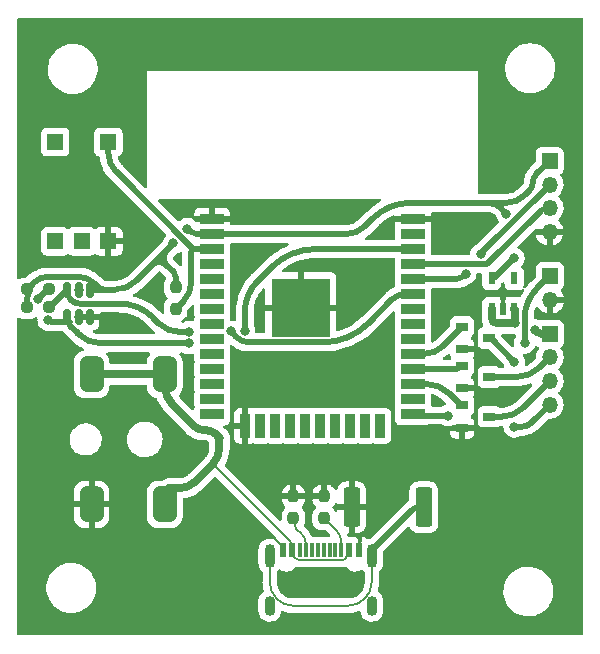
<source format=gbr>
%TF.GenerationSoftware,KiCad,Pcbnew,(6.0.7)*%
%TF.CreationDate,2022-09-29T21:15:40+02:00*%
%TF.ProjectId,ledpcb,6c656470-6362-42e6-9b69-6361645f7063,rev?*%
%TF.SameCoordinates,Original*%
%TF.FileFunction,Copper,L1,Top*%
%TF.FilePolarity,Positive*%
%FSLAX46Y46*%
G04 Gerber Fmt 4.6, Leading zero omitted, Abs format (unit mm)*
G04 Created by KiCad (PCBNEW (6.0.7)) date 2022-09-29 21:15:40*
%MOMM*%
%LPD*%
G01*
G04 APERTURE LIST*
G04 Aperture macros list*
%AMRoundRect*
0 Rectangle with rounded corners*
0 $1 Rounding radius*
0 $2 $3 $4 $5 $6 $7 $8 $9 X,Y pos of 4 corners*
0 Add a 4 corners polygon primitive as box body*
4,1,4,$2,$3,$4,$5,$6,$7,$8,$9,$2,$3,0*
0 Add four circle primitives for the rounded corners*
1,1,$1+$1,$2,$3*
1,1,$1+$1,$4,$5*
1,1,$1+$1,$6,$7*
1,1,$1+$1,$8,$9*
0 Add four rect primitives between the rounded corners*
20,1,$1+$1,$2,$3,$4,$5,0*
20,1,$1+$1,$4,$5,$6,$7,0*
20,1,$1+$1,$6,$7,$8,$9,0*
20,1,$1+$1,$8,$9,$2,$3,0*%
G04 Aperture macros list end*
%TA.AperFunction,ComponentPad*%
%ADD10R,1.350000X1.350000*%
%TD*%
%TA.AperFunction,ComponentPad*%
%ADD11O,1.350000X1.350000*%
%TD*%
%TA.AperFunction,SMDPad,CuDef*%
%ADD12R,0.600000X1.000000*%
%TD*%
%TA.AperFunction,SMDPad,CuDef*%
%ADD13R,2.000000X0.900000*%
%TD*%
%TA.AperFunction,SMDPad,CuDef*%
%ADD14R,0.900000X2.000000*%
%TD*%
%TA.AperFunction,SMDPad,CuDef*%
%ADD15R,5.000000X5.000000*%
%TD*%
%TA.AperFunction,SMDPad,CuDef*%
%ADD16R,1.000000X0.800000*%
%TD*%
%TA.AperFunction,SMDPad,CuDef*%
%ADD17R,1.400000X1.400000*%
%TD*%
%TA.AperFunction,SMDPad,CuDef*%
%ADD18RoundRect,0.237500X0.237500X-0.250000X0.237500X0.250000X-0.237500X0.250000X-0.237500X-0.250000X0*%
%TD*%
%TA.AperFunction,SMDPad,CuDef*%
%ADD19R,0.600000X1.160000*%
%TD*%
%TA.AperFunction,SMDPad,CuDef*%
%ADD20R,0.300000X1.160000*%
%TD*%
%TA.AperFunction,ComponentPad*%
%ADD21O,0.900000X2.000000*%
%TD*%
%TA.AperFunction,ComponentPad*%
%ADD22O,0.900000X1.700000*%
%TD*%
%TA.AperFunction,SMDPad,CuDef*%
%ADD23RoundRect,0.237500X-0.250000X-0.237500X0.250000X-0.237500X0.250000X0.237500X-0.250000X0.237500X0*%
%TD*%
%TA.AperFunction,SMDPad,CuDef*%
%ADD24RoundRect,0.249999X0.450001X1.425001X-0.450001X1.425001X-0.450001X-1.425001X0.450001X-1.425001X0*%
%TD*%
%TA.AperFunction,SMDPad,CuDef*%
%ADD25RoundRect,0.500000X-0.500000X-1.000000X0.500000X-1.000000X0.500000X1.000000X-0.500000X1.000000X0*%
%TD*%
%TA.AperFunction,SMDPad,CuDef*%
%ADD26RoundRect,0.150000X0.150000X-0.512500X0.150000X0.512500X-0.150000X0.512500X-0.150000X-0.512500X0*%
%TD*%
%TA.AperFunction,ViaPad*%
%ADD27C,0.800000*%
%TD*%
%TA.AperFunction,Conductor*%
%ADD28C,0.200000*%
%TD*%
%TA.AperFunction,Conductor*%
%ADD29C,0.700000*%
%TD*%
%TA.AperFunction,Conductor*%
%ADD30C,0.500000*%
%TD*%
G04 APERTURE END LIST*
D10*
%TO.P,J1,1,Pin_1*%
%TO.N,IO0{slash}BOOT*%
X146800000Y-95750000D03*
D11*
%TO.P,J1,2,Pin_2*%
%TO.N,GND*%
X146800000Y-97750000D03*
%TD*%
D12*
%TO.P,U1,1,IN*%
%TO.N,+5V*%
X141848800Y-98531200D03*
%TO.P,U1,2,GND*%
%TO.N,GND*%
X142798800Y-98531200D03*
%TO.P,U1,3,EN*%
%TO.N,+5V*%
X143748800Y-98531200D03*
%TO.P,U1,4,BYP*%
%TO.N,unconnected-(U1-Pad4)*%
X143748800Y-95931200D03*
%TO.P,U1,5,OUT*%
%TO.N,+3V3*%
X141848800Y-95931200D03*
%TD*%
D13*
%TO.P,U2,1,GND*%
%TO.N,GND*%
X118195200Y-90906600D03*
%TO.P,U2,2,VDD*%
%TO.N,+3V3*%
X118195200Y-92176600D03*
%TO.P,U2,3,EN*%
%TO.N,EN*%
X118195200Y-93446600D03*
%TO.P,U2,4,SENSOR_VP*%
%TO.N,unconnected-(U2-Pad4)*%
X118195200Y-94716600D03*
%TO.P,U2,5,SENSOR_VN*%
%TO.N,unconnected-(U2-Pad5)*%
X118195200Y-95986600D03*
%TO.P,U2,6,IO34*%
%TO.N,unconnected-(U2-Pad6)*%
X118195200Y-97256600D03*
%TO.P,U2,7,IO35*%
%TO.N,unconnected-(U2-Pad7)*%
X118195200Y-98526600D03*
%TO.P,U2,8,IO32*%
%TO.N,unconnected-(U2-Pad8)*%
X118195200Y-99796600D03*
%TO.P,U2,9,IO33*%
%TO.N,unconnected-(U2-Pad9)*%
X118195200Y-101066600D03*
%TO.P,U2,10,IO25*%
%TO.N,unconnected-(U2-Pad10)*%
X118195200Y-102336600D03*
%TO.P,U2,11,IO26*%
%TO.N,unconnected-(U2-Pad11)*%
X118195200Y-103606600D03*
%TO.P,U2,12,IO27*%
%TO.N,unconnected-(U2-Pad12)*%
X118195200Y-104876600D03*
%TO.P,U2,13,IO14*%
%TO.N,unconnected-(U2-Pad13)*%
X118195200Y-106146600D03*
%TO.P,U2,14,IO12*%
%TO.N,unconnected-(U2-Pad14)*%
X118195200Y-107416600D03*
D14*
%TO.P,U2,15,GND*%
%TO.N,GND*%
X120980200Y-108416600D03*
%TO.P,U2,16,IO13*%
%TO.N,unconnected-(U2-Pad16)*%
X122250200Y-108416600D03*
%TO.P,U2,17,SHD/SD2*%
%TO.N,unconnected-(U2-Pad17)*%
X123520200Y-108416600D03*
%TO.P,U2,18,SWP/SD3*%
%TO.N,unconnected-(U2-Pad18)*%
X124790200Y-108416600D03*
%TO.P,U2,19,SCS/CMD*%
%TO.N,unconnected-(U2-Pad19)*%
X126060200Y-108416600D03*
%TO.P,U2,20,SCK/CLK*%
%TO.N,unconnected-(U2-Pad20)*%
X127330200Y-108416600D03*
%TO.P,U2,21,SDO/SD0*%
%TO.N,unconnected-(U2-Pad21)*%
X128600200Y-108416600D03*
%TO.P,U2,22,SDI/SD1*%
%TO.N,unconnected-(U2-Pad22)*%
X129870200Y-108416600D03*
%TO.P,U2,23,IO15*%
%TO.N,unconnected-(U2-Pad23)*%
X131140200Y-108416600D03*
%TO.P,U2,24,IO2*%
%TO.N,unconnected-(U2-Pad24)*%
X132410200Y-108416600D03*
D13*
%TO.P,U2,25,IO0*%
%TO.N,IO0{slash}BOOT*%
X135195200Y-107416600D03*
%TO.P,U2,26,IO4*%
%TO.N,unconnected-(U2-Pad26)*%
X135195200Y-106146600D03*
%TO.P,U2,27,IO16*%
%TO.N,GREEN_CHANNEL*%
X135195200Y-104876600D03*
%TO.P,U2,28,IO17*%
%TO.N,BLUE_CHANNEL*%
X135195200Y-103606600D03*
%TO.P,U2,29,IO5*%
%TO.N,RED_CHANNEL*%
X135195200Y-102336600D03*
%TO.P,U2,30,IO18*%
%TO.N,unconnected-(U2-Pad30)*%
X135195200Y-101066600D03*
%TO.P,U2,31,IO19*%
%TO.N,unconnected-(U2-Pad31)*%
X135195200Y-99796600D03*
%TO.P,U2,32,NC*%
%TO.N,unconnected-(U2-Pad32)*%
X135195200Y-98526600D03*
%TO.P,U2,33,IO21*%
%TO.N,SDA*%
X135195200Y-97256600D03*
%TO.P,U2,34,RXD0/IO3*%
%TO.N,RX*%
X135195200Y-95986600D03*
%TO.P,U2,35,TXD0/IO1*%
%TO.N,TX*%
X135195200Y-94716600D03*
%TO.P,U2,36,IO22*%
%TO.N,SCL*%
X135195200Y-93446600D03*
%TO.P,U2,37,IO23*%
%TO.N,unconnected-(U2-Pad37)*%
X135195200Y-92176600D03*
%TO.P,U2,38,GND*%
%TO.N,GND*%
X135195200Y-90906600D03*
D15*
%TO.P,U2,39,GND*%
X125695200Y-98406600D03*
%TD*%
D16*
%TO.P,Q3,1,G*%
%TO.N,BLUE_CHANNEL*%
X139359600Y-103342400D03*
%TO.P,Q3,2,S*%
%TO.N,GND*%
X139359600Y-105242400D03*
%TO.P,Q3,3,D*%
%TO.N,Net-(J5-Pad2)*%
X141659600Y-104292400D03*
%TD*%
D17*
%TO.P,SW1,1,1*%
%TO.N,EN*%
X109387200Y-84395200D03*
%TO.P,SW1,2,2*%
%TO.N,GND*%
X109387200Y-92795200D03*
%TO.P,SW1,3*%
%TO.N,N/C*%
X104887200Y-84395200D03*
%TO.P,SW1,4*%
X104887200Y-92795200D03*
%TO.P,SW1,5*%
X107137200Y-92795200D03*
%TD*%
D18*
%TO.P,R4,1*%
%TO.N,Net-(J2-PadA5)*%
X125069600Y-116228500D03*
%TO.P,R4,2*%
%TO.N,GND*%
X125069600Y-114403500D03*
%TD*%
D10*
%TO.P,J5,1,Pin_1*%
%TO.N,+5V*%
X146761200Y-100634800D03*
D11*
%TO.P,J5,2,Pin_2*%
%TO.N,Net-(J5-Pad2)*%
X146761200Y-102634800D03*
%TO.P,J5,3,Pin_3*%
%TO.N,Net-(J5-Pad3)*%
X146761200Y-104634800D03*
%TO.P,J5,4,Pin_4*%
%TO.N,Net-(J5-Pad4)*%
X146761200Y-106634800D03*
%TD*%
D18*
%TO.P,R3,1*%
%TO.N,Net-(J2-PadB5)*%
X127660400Y-116228500D03*
%TO.P,R3,2*%
%TO.N,GND*%
X127660400Y-114403500D03*
%TD*%
D19*
%TO.P,J2,A1,GND*%
%TO.N,GND*%
X124176000Y-118900500D03*
%TO.P,J2,A4,VBUS*%
%TO.N,+5V*%
X124976000Y-118900500D03*
D20*
%TO.P,J2,A5,CC1*%
%TO.N,Net-(J2-PadA5)*%
X126126000Y-118900500D03*
%TO.P,J2,A6,D+*%
%TO.N,unconnected-(J2-PadA6)*%
X127126000Y-118900500D03*
%TO.P,J2,A7,D-*%
%TO.N,unconnected-(J2-PadA7)*%
X127626000Y-118900500D03*
%TO.P,J2,A8,SBU1*%
%TO.N,unconnected-(J2-PadA8)*%
X128626000Y-118900500D03*
D19*
%TO.P,J2,A9,VBUS*%
%TO.N,+5V*%
X129776000Y-118900500D03*
%TO.P,J2,A12,GND*%
%TO.N,GND*%
X130576000Y-118900500D03*
%TO.P,J2,B1,GND*%
X130576000Y-118900500D03*
%TO.P,J2,B4,VBUS*%
%TO.N,+5V*%
X129776000Y-118900500D03*
D20*
%TO.P,J2,B5,CC2*%
%TO.N,Net-(J2-PadB5)*%
X129126000Y-118900500D03*
%TO.P,J2,B6,D+*%
%TO.N,unconnected-(J2-PadB6)*%
X128126000Y-118900500D03*
%TO.P,J2,B7,D-*%
%TO.N,unconnected-(J2-PadB7)*%
X126626000Y-118900500D03*
%TO.P,J2,B8,SBU2*%
%TO.N,unconnected-(J2-PadB8)*%
X125626000Y-118900500D03*
D19*
%TO.P,J2,B9,VBUS*%
%TO.N,+5V*%
X124976000Y-118900500D03*
%TO.P,J2,B12,GND*%
%TO.N,GND*%
X124176000Y-118900500D03*
D21*
%TO.P,J2,S1,SHIELD*%
%TO.N,Net-(J2-PadS1)*%
X123056000Y-119480500D03*
D22*
X123056000Y-123650500D03*
X131696000Y-123650500D03*
D21*
X131696000Y-119480500D03*
%TD*%
D23*
%TO.P,R6,1*%
%TO.N,+3V3*%
X102512500Y-98400000D03*
%TO.P,R6,2*%
%TO.N,SDA*%
X104337500Y-98400000D03*
%TD*%
D24*
%TO.P,R2,1*%
%TO.N,Net-(J2-PadS1)*%
X136095200Y-115316000D03*
%TO.P,R2,2*%
%TO.N,GND*%
X129995200Y-115316000D03*
%TD*%
D16*
%TO.P,Q2,1,G*%
%TO.N,GREEN_CHANNEL*%
X139362800Y-106695200D03*
%TO.P,Q2,2,S*%
%TO.N,GND*%
X139362800Y-108595200D03*
%TO.P,Q2,3,D*%
%TO.N,Net-(J5-Pad3)*%
X141662800Y-107645200D03*
%TD*%
D25*
%TO.P,J4,1*%
%TO.N,GND*%
X107975000Y-115075000D03*
%TO.P,J4,2*%
%TO.N,+5V*%
X114175000Y-115075000D03*
X114175000Y-104075000D03*
X107975000Y-104075000D03*
%TD*%
D16*
%TO.P,Q1,1,G*%
%TO.N,RED_CHANNEL*%
X139359600Y-100040400D03*
%TO.P,Q1,2,S*%
%TO.N,GND*%
X139359600Y-101940400D03*
%TO.P,Q1,3,D*%
%TO.N,Net-(J5-Pad4)*%
X141659600Y-100990400D03*
%TD*%
D18*
%TO.P,R1,1*%
%TO.N,EN*%
X115100000Y-98512500D03*
%TO.P,R1,2*%
%TO.N,+3V3*%
X115100000Y-96687500D03*
%TD*%
D23*
%TO.P,R5,1*%
%TO.N,+3V3*%
X102537500Y-96850000D03*
%TO.P,R5,2*%
%TO.N,SCL*%
X104362500Y-96850000D03*
%TD*%
D26*
%TO.P,U3,1,SCL*%
%TO.N,SCL*%
X105933200Y-99181500D03*
%TO.P,U3,2,GND*%
%TO.N,GND*%
X106883200Y-99181500D03*
%TO.P,U3,3,ADD1*%
X107833200Y-99181500D03*
%TO.P,U3,4,V+*%
%TO.N,+3V3*%
X107833200Y-96906500D03*
%TO.P,U3,5,ADD0*%
%TO.N,GND*%
X106883200Y-96906500D03*
%TO.P,U3,6,SDA*%
%TO.N,SDA*%
X105933200Y-96906500D03*
%TD*%
D10*
%TO.P,J3,1,Pin_1*%
%TO.N,+3V3*%
X146750000Y-86000000D03*
D11*
%TO.P,J3,2,Pin_2*%
%TO.N,RX*%
X146750000Y-88000000D03*
%TO.P,J3,3,Pin_3*%
%TO.N,TX*%
X146750000Y-90000000D03*
%TO.P,J3,4,Pin_4*%
%TO.N,GND*%
X146750000Y-92000000D03*
%TD*%
D27*
%TO.N,GND*%
X106900000Y-99200000D03*
X106900000Y-96950000D03*
X110150000Y-94950000D03*
X115200000Y-89950000D03*
X129975000Y-90050000D03*
X132450000Y-95475000D03*
X137600000Y-92450000D03*
X139400000Y-97525000D03*
%TO.N,+5V*%
X143800500Y-99750000D03*
X118800000Y-109450000D03*
X145499500Y-100300000D03*
%TO.N,+3V3*%
X143725688Y-94225688D03*
X114911135Y-92962465D03*
X116087111Y-91735689D03*
X143099312Y-90449312D03*
%TO.N,IO0{slash}BOOT*%
X138150000Y-107550000D03*
X144650000Y-101400000D03*
%TO.N,SDA*%
X116250000Y-100450000D03*
X119767159Y-100436976D03*
%TO.N,SCL*%
X116194558Y-101447964D03*
X120940779Y-100409221D03*
X103425013Y-97650952D03*
X104300000Y-99474500D03*
%TO.N,RX*%
X140950000Y-93867100D03*
X139650000Y-95566100D03*
%TO.N,Net-(J5-Pad4)*%
X143764000Y-108508800D03*
X143764000Y-103022400D03*
%TD*%
D28*
%TO.N,GND*%
X124176000Y-118689600D02*
X123418600Y-117932200D01*
X124176000Y-118900500D02*
X124176000Y-118689600D01*
X130352800Y-117627400D02*
X130022600Y-117627400D01*
X130285600Y-115606400D02*
X129995200Y-115316000D01*
X130576000Y-118900500D02*
X130576000Y-118115400D01*
X130576000Y-118115400D02*
X130606800Y-118084600D01*
X108517500Y-115075000D02*
X107975000Y-115075000D01*
X129995200Y-117600000D02*
X129995200Y-115316000D01*
X130606800Y-118084600D02*
X130606800Y-117881400D01*
X130022600Y-117627400D02*
X129995200Y-117600000D01*
X130606800Y-117881400D02*
X130352800Y-117627400D01*
X130576005Y-116307487D02*
G75*
G03*
X130285600Y-115606400I-991505J-13D01*
G01*
D29*
%TO.N,+5V*%
X143774650Y-98557050D02*
X143748800Y-98531200D01*
D28*
X129236000Y-119780500D02*
X125567512Y-119780500D01*
D29*
X114175000Y-115057322D02*
X114175000Y-114575000D01*
X142307670Y-99750000D02*
X143800500Y-99750000D01*
X118475000Y-109125000D02*
X118800000Y-109450000D01*
X114528553Y-113721446D02*
X115353553Y-113721446D01*
D28*
X129576000Y-119440500D02*
X129576000Y-119241921D01*
D29*
X141848800Y-99291129D02*
X141848800Y-98531200D01*
D28*
X124976000Y-119110806D02*
X124976000Y-119188987D01*
X129676000Y-119000500D02*
X129776000Y-118900500D01*
D29*
X117690380Y-108800000D02*
X117575000Y-108800000D01*
D28*
X124976000Y-118954444D02*
X124976000Y-119110806D01*
D29*
X113225000Y-104075000D02*
X107975000Y-104075000D01*
X143800500Y-99750000D02*
X143800500Y-98619457D01*
D28*
X124976000Y-118954444D02*
X124976000Y-118834437D01*
X124976000Y-118702312D02*
X124976000Y-118636250D01*
D29*
X116593413Y-108393413D02*
X114846751Y-106646751D01*
D28*
X118251999Y-111683362D02*
X118216636Y-111683362D01*
X118312367Y-111708367D02*
X124789147Y-118185147D01*
D29*
X146071039Y-100634800D02*
X146761200Y-100634800D01*
D28*
X124976000Y-118702312D02*
X124976000Y-118834437D01*
D29*
X145666900Y-100467400D02*
X145499500Y-100300000D01*
X116761917Y-113138082D02*
X118216636Y-111683362D01*
X118800000Y-110275000D02*
X118800000Y-109450000D01*
X118475006Y-109124994D02*
G75*
G03*
X117690380Y-108800000I-784606J-784606D01*
G01*
D28*
X129576000Y-119440500D02*
G75*
G02*
X129236000Y-119780500I-340000J0D01*
G01*
X118312360Y-111708374D02*
G75*
G03*
X118251999Y-111683362I-60360J-60326D01*
G01*
D29*
X114528555Y-113721448D02*
G75*
G03*
X114175000Y-114575000I853545J-853552D01*
G01*
X145666888Y-100467412D02*
G75*
G03*
X146071039Y-100634800I404112J404112D01*
G01*
D28*
X125149246Y-119607254D02*
G75*
G03*
X125567512Y-119780500I418254J418254D01*
G01*
D29*
X143800517Y-98619457D02*
G75*
G03*
X143774650Y-98557050I-88317J-43D01*
G01*
D28*
X114200009Y-115117677D02*
G75*
G03*
X114187500Y-115087500I-42709J-23D01*
G01*
X129576009Y-119241921D02*
G75*
G02*
X129676000Y-119000500I341391J21D01*
G01*
D29*
X114846752Y-106646750D02*
G75*
G02*
X114175000Y-105025000I1621748J1621750D01*
G01*
X113225000Y-104075000D02*
G75*
G02*
X114175000Y-105025000I0J-950000D01*
G01*
X118216632Y-111683358D02*
G75*
G03*
X118800000Y-110275000I-1408332J1408358D01*
G01*
X141983209Y-99615591D02*
G75*
G02*
X141848800Y-99291129I324491J324491D01*
G01*
D28*
X124976006Y-119188987D02*
G75*
G03*
X125149251Y-119607249I591494J-13D01*
G01*
D29*
X117575000Y-108799992D02*
G75*
G02*
X116593413Y-108393413I0J1388192D01*
G01*
X141983209Y-99615591D02*
G75*
G03*
X142307670Y-99750000I324491J324491D01*
G01*
X115353553Y-113721477D02*
G75*
G03*
X116761917Y-113138082I-53J1991777D01*
G01*
X114174991Y-115057322D02*
G75*
G03*
X114187500Y-115087500I42709J22D01*
G01*
D28*
X124789131Y-118185163D02*
G75*
G02*
X124976000Y-118636250I-451131J-451137D01*
G01*
D30*
%TO.N,EN*%
X116425000Y-96250583D02*
X116425000Y-93739618D01*
X116510823Y-93360777D02*
X110038429Y-86888383D01*
X109387200Y-85316177D02*
X109387200Y-84395200D01*
X115762500Y-97850000D02*
X115100000Y-98512500D01*
X116718018Y-93446600D02*
X118195200Y-93446600D01*
X116718018Y-93446592D02*
G75*
G02*
X116510823Y-93360777I-18J292992D01*
G01*
X110038425Y-86888387D02*
G75*
G02*
X109387200Y-85316177I1572175J1572187D01*
G01*
X115762505Y-97850005D02*
G75*
G03*
X116425000Y-96250583I-1599405J1599405D01*
G01*
X116510818Y-93532418D02*
G75*
G03*
X116425000Y-93739618I207182J-207182D01*
G01*
X116718018Y-93446608D02*
G75*
G03*
X116510823Y-93532423I-18J-292992D01*
G01*
X116510823Y-93532423D02*
G75*
G03*
X116510823Y-93360777I-85823J85823D01*
G01*
%TO.N,+3V3*%
X114911135Y-92987865D02*
X114911135Y-92962465D01*
X109180650Y-96906500D02*
X108282350Y-96906500D01*
X141562915Y-89549312D02*
X143049431Y-89549312D01*
X111826264Y-96098135D02*
X113112732Y-94811667D01*
X114311667Y-93612732D02*
X114893174Y-93031225D01*
X117908860Y-92176600D02*
X117883429Y-92176600D01*
X145060287Y-88488335D02*
X144670977Y-88877646D01*
X102525000Y-98387500D02*
X102512500Y-98400000D01*
X109180650Y-96906500D02*
X109874700Y-96906500D01*
X102537500Y-97596704D02*
X102537500Y-98357322D01*
X104340204Y-95794000D02*
X106832343Y-95794000D01*
X114311667Y-94811667D02*
X114940900Y-95440900D01*
X115100000Y-95825000D02*
X115100000Y-96050000D01*
X143725688Y-94225688D02*
X142080766Y-95870609D01*
X114311667Y-93612732D02*
X113112732Y-94811667D01*
X108282350Y-96906500D02*
X107833200Y-96906500D01*
X141934488Y-95931200D02*
X141848800Y-95931200D01*
X143099312Y-90449312D02*
X142649312Y-89999312D01*
X131787044Y-90862956D02*
X131130222Y-91519778D01*
X108175250Y-96350250D02*
X108413902Y-96588902D01*
X116839793Y-92176600D02*
X116970247Y-92176600D01*
X116087111Y-91735689D02*
X116307566Y-91956144D01*
X145624998Y-87125001D02*
X146750000Y-86000000D01*
X141562915Y-89549312D02*
X134958461Y-89549312D01*
X118481540Y-92176600D02*
X117908860Y-92176600D01*
X129544513Y-92176600D02*
X120695967Y-92176600D01*
X117231156Y-92176600D02*
X116970247Y-92176600D01*
X120695967Y-92176600D02*
X119028789Y-92176600D01*
X118481540Y-92176600D02*
X119028789Y-92176600D01*
X117883429Y-92176600D02*
X117361611Y-92176600D01*
X117361611Y-92176600D02*
X117231156Y-92176600D01*
X145342614Y-87806668D02*
G75*
G02*
X145060287Y-88488335I-964014J-32D01*
G01*
X114940900Y-95440900D02*
G75*
G02*
X115100000Y-95825000I-384100J-384100D01*
G01*
X116839793Y-92176599D02*
G75*
G02*
X116307566Y-91956144I7J752699D01*
G01*
X109874700Y-96906507D02*
G75*
G03*
X111826263Y-96098134I0J2759907D01*
G01*
X113112733Y-94811668D02*
G75*
G02*
X114311667Y-94811667I599467J-599465D01*
G01*
X114311668Y-93612733D02*
G75*
G03*
X114311667Y-94811667I599432J-599467D01*
G01*
X103065499Y-96321999D02*
G75*
G03*
X102537500Y-97596704I1274701J-1274701D01*
G01*
X144670961Y-88877630D02*
G75*
G02*
X143049431Y-89549312I-1621561J1621530D01*
G01*
X114893195Y-93031246D02*
G75*
G03*
X114911135Y-92987865I-43395J43346D01*
G01*
X103065499Y-96321999D02*
G75*
G02*
X104340204Y-95794000I1274701J-1274701D01*
G01*
X145625007Y-87125010D02*
G75*
G03*
X145342643Y-87806668I681693J-681690D01*
G01*
X108413915Y-96588889D02*
G75*
G03*
X109180650Y-96906500I766785J766789D01*
G01*
X131130209Y-91519765D02*
G75*
G02*
X129544513Y-92176600I-1585709J1585665D01*
G01*
X108413824Y-96588980D02*
G75*
G02*
X108282350Y-96906500I-131524J-131520D01*
G01*
X134958461Y-89549293D02*
G75*
G03*
X131787044Y-90862956I39J-4485107D01*
G01*
X141934488Y-95931181D02*
G75*
G03*
X142080765Y-95870608I12J206881D01*
G01*
X106832343Y-95793982D02*
G75*
G02*
X108175250Y-96350250I-43J-1899218D01*
G01*
X142649302Y-89999322D02*
G75*
G03*
X141562915Y-89549312I-1086402J-1086378D01*
G01*
X102537509Y-98357322D02*
G75*
G02*
X102525000Y-98387500I-42709J22D01*
G01*
%TO.N,RED_CHANNEL*%
X136129300Y-102336600D02*
X135195200Y-102336600D01*
X137723908Y-101676091D02*
X139359600Y-100040400D01*
X137723905Y-101676088D02*
G75*
G02*
X136129300Y-102336600I-1594605J1594588D01*
G01*
%TO.N,IO0{slash}BOOT*%
X135422928Y-107550000D02*
X138150000Y-107550000D01*
X146763248Y-95750000D02*
X146800000Y-95750000D01*
X145688248Y-96788248D02*
X146700509Y-95775987D01*
X135261900Y-107483300D02*
X135195200Y-107416600D01*
X144650000Y-99294802D02*
X144650000Y-101400000D01*
X135261892Y-107483308D02*
G75*
G03*
X135422928Y-107550000I161008J161008D01*
G01*
X146763248Y-95750026D02*
G75*
G03*
X146700509Y-95775987I-48J-88674D01*
G01*
X145688248Y-96788248D02*
G75*
G03*
X144650000Y-99294802I2506552J-2506552D01*
G01*
%TO.N,GREEN_CHANNEL*%
X139312800Y-106695200D02*
X139362800Y-106695200D01*
X139227444Y-106659844D02*
X138239341Y-105671741D01*
X136319700Y-104876600D02*
X135195200Y-104876600D01*
X138239344Y-105671738D02*
G75*
G03*
X136319700Y-104876600I-1919644J-1919662D01*
G01*
X139312800Y-106695203D02*
G75*
G02*
X139227444Y-106659844I0J120703D01*
G01*
%TO.N,BLUE_CHANNEL*%
X138908582Y-103606600D02*
X135195200Y-103606600D01*
X139227500Y-103474500D02*
X139359600Y-103342400D01*
X139227505Y-103474505D02*
G75*
G02*
X138908582Y-103606600I-318905J318905D01*
G01*
%TO.N,TX*%
X146475000Y-90000000D02*
X146750000Y-90000000D01*
X141482046Y-94716600D02*
X135195200Y-94716600D01*
X141483149Y-94716849D02*
X146005545Y-90194454D01*
X146475000Y-89999997D02*
G75*
G03*
X146005545Y-90194454I0J-663903D01*
G01*
X141482651Y-94716849D02*
G75*
G03*
X141483149Y-94716849I249J249D01*
G01*
X141482049Y-94716550D02*
G75*
G02*
X141482650Y-94716850I-49J-850D01*
G01*
%TO.N,SDA*%
X119767159Y-100436976D02*
X120226971Y-100896788D01*
X127539436Y-101356600D02*
X121337055Y-101356600D01*
X134544300Y-97256600D02*
X135195200Y-97256600D01*
X104475833Y-98363866D02*
X105734846Y-97104853D01*
X110320429Y-98069000D02*
X106959976Y-98069000D01*
X131387192Y-99762807D02*
X133433144Y-97716855D01*
X106233936Y-97768264D02*
X106131553Y-97665881D01*
X115317525Y-100450000D02*
X116250000Y-100450000D01*
X113725691Y-99790640D02*
X113194551Y-99259500D01*
X104388600Y-98400000D02*
X104337500Y-98400000D01*
X134544300Y-97256596D02*
G75*
G03*
X133433144Y-97716855I0J-1571404D01*
G01*
X105933178Y-97187014D02*
G75*
G03*
X105734846Y-97104853I-116178J14D01*
G01*
X106233943Y-97768257D02*
G75*
G03*
X106959976Y-98069000I726057J726057D01*
G01*
X115317525Y-100449979D02*
G75*
G02*
X113725692Y-99790639I-25J2251179D01*
G01*
X127539436Y-101356610D02*
G75*
G03*
X131387192Y-99762807I-36J5441610D01*
G01*
X121337055Y-101356630D02*
G75*
G02*
X120226971Y-100896788I45J1569930D01*
G01*
X104388600Y-98399989D02*
G75*
G03*
X104475833Y-98363866I0J123389D01*
G01*
X113194532Y-99259519D02*
G75*
G03*
X110320429Y-98069000I-2874132J-2874081D01*
G01*
X106131564Y-97665870D02*
G75*
G02*
X105933200Y-97187014I478836J478870D01*
G01*
%TO.N,SCL*%
X127009163Y-93446600D02*
X135195200Y-93446600D01*
X116193788Y-101448733D02*
X116194558Y-101447964D01*
X106786687Y-100596015D02*
X106131553Y-99940881D01*
X104514241Y-99600000D02*
X106133200Y-99600000D01*
X108847188Y-101449503D02*
X116191930Y-101449503D01*
X104294232Y-96850000D02*
X104362500Y-96850000D01*
X103425013Y-97650952D02*
X104177692Y-96898272D01*
X104362750Y-99537250D02*
X104300000Y-99474500D01*
X120940779Y-98835121D02*
X120940779Y-100409221D01*
X105933200Y-99462014D02*
X105933200Y-99181500D01*
X122053835Y-96147964D02*
X123161406Y-95040392D01*
X104362738Y-99537262D02*
G75*
G03*
X104514241Y-99600000I151462J151462D01*
G01*
X116191930Y-101449531D02*
G75*
G03*
X116193788Y-101448733I-30J2631D01*
G01*
X120940796Y-98835121D02*
G75*
G02*
X122053835Y-96147964I3800204J21D01*
G01*
X104294232Y-96850019D02*
G75*
G03*
X104177692Y-96898272I-32J-164781D01*
G01*
X106131564Y-99940870D02*
G75*
G02*
X105933200Y-99462014I478836J478870D01*
G01*
X127009163Y-93446588D02*
G75*
G03*
X123161406Y-95040392I37J-5441612D01*
G01*
X108847188Y-101449506D02*
G75*
G02*
X106786688Y-100596014I12J2914006D01*
G01*
%TO.N,RX*%
X138932161Y-95986600D02*
X135195200Y-95986600D01*
X139650000Y-95566100D02*
X139439750Y-95776350D01*
X140973723Y-93776276D02*
X146750000Y-88000000D01*
X140950000Y-93867100D02*
X140950000Y-93833550D01*
X140973698Y-93776251D02*
G75*
G03*
X140950000Y-93833550I57302J-57249D01*
G01*
X139439761Y-95776361D02*
G75*
G02*
X138932161Y-95986600I-507561J507561D01*
G01*
D28*
%TO.N,Net-(J2-PadA5)*%
X125303758Y-117124958D02*
X125788957Y-117610157D01*
X125069600Y-116559650D02*
X125069600Y-116228500D01*
X126126000Y-118423850D02*
X126126000Y-118900500D01*
X125788925Y-117610189D02*
G75*
G02*
X126126000Y-118423850I-813625J-813711D01*
G01*
X125303726Y-117124990D02*
G75*
G02*
X125069600Y-116559650I565374J565290D01*
G01*
%TO.N,Net-(J2-PadB5)*%
X129126000Y-118423743D02*
X129126000Y-118661450D01*
X128699473Y-117267573D02*
X127660400Y-116228500D01*
X129126000Y-118661450D02*
X129126000Y-118297300D01*
X129122756Y-118420500D02*
X129076000Y-118420500D01*
X129122756Y-118420519D02*
G75*
G02*
X129125049Y-118421451I44J-3181D01*
G01*
X129125986Y-118297300D02*
G75*
G03*
X128699473Y-117267573I-1456286J0D01*
G01*
X129125063Y-118421437D02*
G75*
G02*
X129126000Y-118423743I-2263J-2263D01*
G01*
X129126000Y-118661450D02*
G75*
G02*
X129126000Y-118661450I0J0D01*
G01*
%TO.N,Net-(J2-PadS1)*%
X123056000Y-121650501D02*
X123056000Y-119480500D01*
D30*
X135095465Y-115577134D02*
X131874155Y-118798444D01*
D28*
X131696000Y-119750899D02*
X131696000Y-118576900D01*
X131696000Y-121650501D02*
X131696000Y-121017300D01*
X129696001Y-123650500D02*
X125055998Y-123650500D01*
X131696000Y-119750899D02*
X131696000Y-121017300D01*
D30*
X131696000Y-119228550D02*
X131696000Y-119480500D01*
X135725900Y-115316000D02*
X136095200Y-115316000D01*
X131696047Y-119228550D02*
G75*
G02*
X131874156Y-118798445I608253J50D01*
G01*
X135095459Y-115577128D02*
G75*
G02*
X135725900Y-115316000I630441J-630472D01*
G01*
D28*
X125055998Y-123650500D02*
G75*
G02*
X123056000Y-121650501I2J2000000D01*
G01*
X129696001Y-123650500D02*
G75*
G03*
X131696000Y-121650501I-1J2000000D01*
G01*
D30*
%TO.N,Net-(J5-Pad2)*%
X143931499Y-104292400D02*
X141659600Y-104292400D01*
X145932400Y-103463600D02*
X146761200Y-102634800D01*
X143931499Y-104292399D02*
G75*
G03*
X145932399Y-103463599I1J2829699D01*
G01*
%TO.N,Net-(J5-Pad3)*%
X144489019Y-106906980D02*
X146761200Y-104634800D01*
X142706800Y-107645200D02*
X141662800Y-107645200D01*
X142706800Y-107645210D02*
G75*
G03*
X144489019Y-106906980I0J2520410D01*
G01*
%TO.N,Net-(J5-Pad4)*%
X145284311Y-108111688D02*
X146761200Y-106634800D01*
X143764000Y-103022400D02*
X141757597Y-101015997D01*
X141695800Y-100990400D02*
X141659600Y-100990400D01*
X143764000Y-108508800D02*
X144325600Y-108508800D01*
X144325600Y-108508805D02*
G75*
G03*
X145284310Y-108111687I0J1355805D01*
G01*
X141757598Y-101015996D02*
G75*
G03*
X141695800Y-100990400I-61798J-61804D01*
G01*
%TD*%
%TA.AperFunction,Conductor*%
%TO.N,GND*%
G36*
X149558621Y-73903502D02*
G01*
X149605114Y-73957158D01*
X149616500Y-74009500D01*
X149616500Y-126045798D01*
X149596498Y-126113919D01*
X149542842Y-126160412D01*
X149490500Y-126171798D01*
X101809500Y-126171798D01*
X101741379Y-126151796D01*
X101694886Y-126098140D01*
X101683500Y-126045798D01*
X101683500Y-122282703D01*
X104140743Y-122282703D01*
X104141302Y-122286947D01*
X104141302Y-122286951D01*
X104147676Y-122335365D01*
X104178268Y-122567734D01*
X104179401Y-122571874D01*
X104179401Y-122571876D01*
X104182363Y-122582703D01*
X104254129Y-122845036D01*
X104255813Y-122848984D01*
X104337304Y-123040035D01*
X104366923Y-123109476D01*
X104514561Y-123356161D01*
X104694313Y-123580528D01*
X104902851Y-123778423D01*
X105136317Y-123946186D01*
X105140112Y-123948195D01*
X105140113Y-123948196D01*
X105161869Y-123959715D01*
X105390392Y-124080712D01*
X105660373Y-124179511D01*
X105941264Y-124240755D01*
X105969841Y-124243004D01*
X106164282Y-124258307D01*
X106164291Y-124258307D01*
X106166739Y-124258500D01*
X106322271Y-124258500D01*
X106324407Y-124258354D01*
X106324418Y-124258354D01*
X106532548Y-124244165D01*
X106532554Y-124244164D01*
X106536825Y-124243873D01*
X106541020Y-124243004D01*
X106541022Y-124243004D01*
X106684525Y-124213286D01*
X106818342Y-124185574D01*
X107089343Y-124089607D01*
X107344812Y-123957750D01*
X107348313Y-123955289D01*
X107348317Y-123955287D01*
X107462417Y-123875096D01*
X107580023Y-123792441D01*
X107658403Y-123719606D01*
X107787479Y-123599661D01*
X107787481Y-123599658D01*
X107790622Y-123596740D01*
X107972713Y-123374268D01*
X108113187Y-123145036D01*
X108120686Y-123132799D01*
X108122927Y-123129142D01*
X108163012Y-123037827D01*
X108236757Y-122869830D01*
X108238483Y-122865898D01*
X108317244Y-122589406D01*
X108357751Y-122304784D01*
X108357802Y-122295216D01*
X108359235Y-122021583D01*
X108359235Y-122021576D01*
X108359257Y-122017297D01*
X108349479Y-121943021D01*
X108322292Y-121736522D01*
X108321732Y-121732266D01*
X108245871Y-121454964D01*
X108235295Y-121430170D01*
X108134763Y-121194476D01*
X108134761Y-121194472D01*
X108133077Y-121190524D01*
X108032705Y-121022814D01*
X107987643Y-120947521D01*
X107987640Y-120947517D01*
X107985439Y-120943839D01*
X107805687Y-120719472D01*
X107665010Y-120585975D01*
X107600258Y-120524527D01*
X107600255Y-120524525D01*
X107597149Y-120521577D01*
X107371241Y-120359245D01*
X107367172Y-120356321D01*
X107367171Y-120356320D01*
X107363683Y-120353814D01*
X107341843Y-120342250D01*
X107291445Y-120315566D01*
X107109608Y-120219288D01*
X106881857Y-120135943D01*
X106843658Y-120121964D01*
X106843656Y-120121963D01*
X106839627Y-120120489D01*
X106558736Y-120059245D01*
X106527685Y-120056801D01*
X106335718Y-120041693D01*
X106335709Y-120041693D01*
X106333261Y-120041500D01*
X106177729Y-120041500D01*
X106175593Y-120041646D01*
X106175582Y-120041646D01*
X105967452Y-120055835D01*
X105967446Y-120055836D01*
X105963175Y-120056127D01*
X105958980Y-120056996D01*
X105958978Y-120056996D01*
X105851938Y-120079163D01*
X105681658Y-120114426D01*
X105410657Y-120210393D01*
X105155188Y-120342250D01*
X105151687Y-120344711D01*
X105151683Y-120344713D01*
X105087013Y-120390164D01*
X104919977Y-120507559D01*
X104907355Y-120519288D01*
X104716584Y-120696564D01*
X104709378Y-120703260D01*
X104527287Y-120925732D01*
X104377073Y-121170858D01*
X104375347Y-121174791D01*
X104375346Y-121174792D01*
X104352985Y-121225732D01*
X104261517Y-121434102D01*
X104182756Y-121710594D01*
X104142249Y-121995216D01*
X104142227Y-121999505D01*
X104142226Y-121999512D01*
X104140793Y-122273065D01*
X104140743Y-122282703D01*
X101683500Y-122282703D01*
X101683500Y-116169681D01*
X106467000Y-116169681D01*
X106467077Y-116172733D01*
X106468233Y-116181945D01*
X106505162Y-116365091D01*
X106508752Y-116376833D01*
X106579978Y-116547943D01*
X106585778Y-116558759D01*
X106688885Y-116712779D01*
X106696678Y-116722266D01*
X106827734Y-116853322D01*
X106837221Y-116861115D01*
X106991241Y-116964222D01*
X107002057Y-116970022D01*
X107173167Y-117041248D01*
X107184909Y-117044838D01*
X107368055Y-117081767D01*
X107377267Y-117082923D01*
X107380319Y-117083000D01*
X107702885Y-117083000D01*
X107718124Y-117078525D01*
X107719329Y-117077135D01*
X107721000Y-117069452D01*
X107721000Y-117064885D01*
X108229000Y-117064885D01*
X108233475Y-117080124D01*
X108234865Y-117081329D01*
X108242548Y-117083000D01*
X108569681Y-117083000D01*
X108572733Y-117082923D01*
X108581945Y-117081767D01*
X108765091Y-117044838D01*
X108776833Y-117041248D01*
X108947943Y-116970022D01*
X108958759Y-116964222D01*
X109112779Y-116861115D01*
X109122266Y-116853322D01*
X109253322Y-116722266D01*
X109261115Y-116712779D01*
X109364222Y-116558759D01*
X109370022Y-116547943D01*
X109441248Y-116376833D01*
X109444838Y-116365091D01*
X109481767Y-116181945D01*
X109482923Y-116172733D01*
X109483000Y-116169681D01*
X109483000Y-115347115D01*
X109478525Y-115331876D01*
X109477135Y-115330671D01*
X109469452Y-115329000D01*
X108247115Y-115329000D01*
X108231876Y-115333475D01*
X108230671Y-115334865D01*
X108229000Y-115342548D01*
X108229000Y-117064885D01*
X107721000Y-117064885D01*
X107721000Y-115347115D01*
X107716525Y-115331876D01*
X107715135Y-115330671D01*
X107707452Y-115329000D01*
X106485115Y-115329000D01*
X106469876Y-115333475D01*
X106468671Y-115334865D01*
X106467000Y-115342548D01*
X106467000Y-116169681D01*
X101683500Y-116169681D01*
X101683500Y-114802885D01*
X106467000Y-114802885D01*
X106471475Y-114818124D01*
X106472865Y-114819329D01*
X106480548Y-114821000D01*
X107702885Y-114821000D01*
X107718124Y-114816525D01*
X107719329Y-114815135D01*
X107721000Y-114807452D01*
X107721000Y-114802885D01*
X108229000Y-114802885D01*
X108233475Y-114818124D01*
X108234865Y-114819329D01*
X108242548Y-114821000D01*
X109464885Y-114821000D01*
X109480124Y-114816525D01*
X109481329Y-114815135D01*
X109483000Y-114807452D01*
X109483000Y-113980319D01*
X109482923Y-113977267D01*
X109481767Y-113968055D01*
X109444838Y-113784909D01*
X109441248Y-113773167D01*
X109370022Y-113602057D01*
X109364222Y-113591241D01*
X109261115Y-113437221D01*
X109253322Y-113427734D01*
X109122266Y-113296678D01*
X109112779Y-113288885D01*
X108958759Y-113185778D01*
X108947943Y-113179978D01*
X108776833Y-113108752D01*
X108765091Y-113105162D01*
X108581945Y-113068233D01*
X108572733Y-113067077D01*
X108569681Y-113067000D01*
X108247115Y-113067000D01*
X108231876Y-113071475D01*
X108230671Y-113072865D01*
X108229000Y-113080548D01*
X108229000Y-114802885D01*
X107721000Y-114802885D01*
X107721000Y-113085115D01*
X107716525Y-113069876D01*
X107715135Y-113068671D01*
X107707452Y-113067000D01*
X107380319Y-113067000D01*
X107377267Y-113067077D01*
X107368055Y-113068233D01*
X107184909Y-113105162D01*
X107173167Y-113108752D01*
X107002057Y-113179978D01*
X106991241Y-113185778D01*
X106837221Y-113288885D01*
X106827734Y-113296678D01*
X106696678Y-113427734D01*
X106688885Y-113437221D01*
X106585778Y-113591241D01*
X106579978Y-113602057D01*
X106508752Y-113773167D01*
X106505162Y-113784909D01*
X106468233Y-113968055D01*
X106467077Y-113977267D01*
X106467000Y-113980319D01*
X106467000Y-114802885D01*
X101683500Y-114802885D01*
X101683500Y-109510774D01*
X106113102Y-109510774D01*
X106113302Y-109516103D01*
X106113302Y-109516105D01*
X106113986Y-109534315D01*
X106121751Y-109741158D01*
X106169093Y-109966791D01*
X106171051Y-109971750D01*
X106171052Y-109971752D01*
X106224510Y-110107114D01*
X106253776Y-110181221D01*
X106256543Y-110185780D01*
X106256544Y-110185783D01*
X106314669Y-110281569D01*
X106373377Y-110378317D01*
X106376874Y-110382347D01*
X106463438Y-110482103D01*
X106524477Y-110552445D01*
X106528608Y-110555832D01*
X106698627Y-110695240D01*
X106698633Y-110695244D01*
X106702755Y-110698624D01*
X106707391Y-110701263D01*
X106707394Y-110701265D01*
X106873076Y-110795577D01*
X106903114Y-110812675D01*
X107119825Y-110891337D01*
X107125074Y-110892286D01*
X107125077Y-110892287D01*
X107342608Y-110931623D01*
X107342615Y-110931624D01*
X107346692Y-110932361D01*
X107364414Y-110933197D01*
X107369356Y-110933430D01*
X107369363Y-110933430D01*
X107370844Y-110933500D01*
X107532890Y-110933500D01*
X107599809Y-110927822D01*
X107699409Y-110919371D01*
X107699413Y-110919370D01*
X107704720Y-110918920D01*
X107709875Y-110917582D01*
X107709881Y-110917581D01*
X107922703Y-110862343D01*
X107922707Y-110862342D01*
X107927872Y-110861001D01*
X107932738Y-110858809D01*
X107932741Y-110858808D01*
X108133202Y-110768507D01*
X108138075Y-110766312D01*
X108329319Y-110637559D01*
X108341120Y-110626302D01*
X108445231Y-110526984D01*
X108496135Y-110478424D01*
X108633754Y-110293458D01*
X108639803Y-110281562D01*
X108728496Y-110107114D01*
X108738240Y-110087949D01*
X108774321Y-109971752D01*
X108805024Y-109872871D01*
X108806607Y-109867773D01*
X108814847Y-109805602D01*
X108836198Y-109644511D01*
X108836198Y-109644506D01*
X108836898Y-109639226D01*
X108836470Y-109627817D01*
X110962514Y-109627817D01*
X110963095Y-109632837D01*
X110963095Y-109632841D01*
X110983085Y-109805602D01*
X110990415Y-109868956D01*
X110991791Y-109873820D01*
X110991792Y-109873823D01*
X111037476Y-110035266D01*
X111056510Y-110102532D01*
X111058644Y-110107108D01*
X111058646Y-110107114D01*
X111154311Y-110312269D01*
X111159099Y-110322536D01*
X111295544Y-110523307D01*
X111462332Y-110699681D01*
X111466358Y-110702759D01*
X111466359Y-110702760D01*
X111651154Y-110844047D01*
X111651158Y-110844050D01*
X111655174Y-110847120D01*
X111869109Y-110961831D01*
X112098631Y-111040862D01*
X112190337Y-111056702D01*
X112333926Y-111081504D01*
X112333932Y-111081505D01*
X112337836Y-111082179D01*
X112341797Y-111082359D01*
X112341798Y-111082359D01*
X112365506Y-111083436D01*
X112365525Y-111083436D01*
X112366925Y-111083500D01*
X112536001Y-111083500D01*
X112538509Y-111083298D01*
X112538514Y-111083298D01*
X112711924Y-111069346D01*
X112711929Y-111069345D01*
X112716965Y-111068940D01*
X112721873Y-111067734D01*
X112721876Y-111067734D01*
X112947792Y-111012244D01*
X112952706Y-111011037D01*
X112957358Y-111009062D01*
X112957362Y-111009061D01*
X113117502Y-110941085D01*
X113176156Y-110916188D01*
X113282037Y-110849511D01*
X113377288Y-110789528D01*
X113377291Y-110789526D01*
X113381567Y-110786833D01*
X113481621Y-110698624D01*
X113559858Y-110629650D01*
X113559861Y-110629647D01*
X113563655Y-110626302D01*
X113619949Y-110557768D01*
X113714526Y-110442628D01*
X113714528Y-110442625D01*
X113717734Y-110438722D01*
X113804752Y-110289211D01*
X113837299Y-110233290D01*
X113837300Y-110233288D01*
X113839841Y-110228922D01*
X113926833Y-110002298D01*
X113927868Y-109997345D01*
X113975440Y-109769631D01*
X113975440Y-109769627D01*
X113976474Y-109764680D01*
X113987486Y-109522183D01*
X113986166Y-109510774D01*
X113960167Y-109286071D01*
X113960166Y-109286067D01*
X113959585Y-109281044D01*
X113956336Y-109269560D01*
X113897677Y-109062266D01*
X113893490Y-109047468D01*
X113891356Y-109042892D01*
X113891354Y-109042886D01*
X113793038Y-108832046D01*
X113793036Y-108832042D01*
X113790901Y-108827464D01*
X113654456Y-108626693D01*
X113487668Y-108450319D01*
X113446435Y-108418794D01*
X113298846Y-108305953D01*
X113298842Y-108305950D01*
X113294826Y-108302880D01*
X113080891Y-108188169D01*
X112851369Y-108109138D01*
X112722877Y-108086944D01*
X112616074Y-108068496D01*
X112616068Y-108068495D01*
X112612164Y-108067821D01*
X112608203Y-108067641D01*
X112608202Y-108067641D01*
X112584494Y-108066564D01*
X112584475Y-108066564D01*
X112583075Y-108066500D01*
X112413999Y-108066500D01*
X112411491Y-108066702D01*
X112411486Y-108066702D01*
X112238076Y-108080654D01*
X112238071Y-108080655D01*
X112233035Y-108081060D01*
X112228127Y-108082266D01*
X112228124Y-108082266D01*
X112072499Y-108120491D01*
X111997294Y-108138963D01*
X111992642Y-108140938D01*
X111992638Y-108140939D01*
X111885252Y-108186522D01*
X111773844Y-108233812D01*
X111769560Y-108236510D01*
X111572712Y-108360472D01*
X111572709Y-108360474D01*
X111568433Y-108363167D01*
X111526605Y-108400043D01*
X111390142Y-108520350D01*
X111390139Y-108520353D01*
X111386345Y-108523698D01*
X111383135Y-108527606D01*
X111383134Y-108527607D01*
X111237018Y-108705493D01*
X111232266Y-108711278D01*
X111229724Y-108715646D01*
X111144953Y-108861297D01*
X111110159Y-108921078D01*
X111108346Y-108925801D01*
X111042418Y-109097552D01*
X111023167Y-109147702D01*
X111022133Y-109152652D01*
X111022132Y-109152655D01*
X110978088Y-109363485D01*
X110973526Y-109385320D01*
X110962514Y-109627817D01*
X108836470Y-109627817D01*
X108828249Y-109408842D01*
X108780907Y-109183209D01*
X108778948Y-109178248D01*
X108698185Y-108973744D01*
X108698184Y-108973742D01*
X108696224Y-108968779D01*
X108693312Y-108963979D01*
X108579390Y-108776243D01*
X108576623Y-108771683D01*
X108534157Y-108722745D01*
X108429023Y-108601588D01*
X108429021Y-108601586D01*
X108425523Y-108597555D01*
X108340552Y-108527883D01*
X108251373Y-108454760D01*
X108251367Y-108454756D01*
X108247245Y-108451376D01*
X108242609Y-108448737D01*
X108242606Y-108448735D01*
X108051529Y-108339968D01*
X108046886Y-108337325D01*
X107830175Y-108258663D01*
X107824926Y-108257714D01*
X107824923Y-108257713D01*
X107607392Y-108218377D01*
X107607385Y-108218376D01*
X107603308Y-108217639D01*
X107585586Y-108216803D01*
X107580644Y-108216570D01*
X107580637Y-108216570D01*
X107579156Y-108216500D01*
X107417110Y-108216500D01*
X107350191Y-108222178D01*
X107250591Y-108230629D01*
X107250587Y-108230630D01*
X107245280Y-108231080D01*
X107240125Y-108232418D01*
X107240119Y-108232419D01*
X107027297Y-108287657D01*
X107027293Y-108287658D01*
X107022128Y-108288999D01*
X107017262Y-108291191D01*
X107017259Y-108291192D01*
X106908980Y-108339968D01*
X106811925Y-108383688D01*
X106620681Y-108512441D01*
X106616824Y-108516120D01*
X106616822Y-108516122D01*
X106547464Y-108582287D01*
X106453865Y-108671576D01*
X106450682Y-108675854D01*
X106424854Y-108710568D01*
X106316246Y-108856542D01*
X106313830Y-108861293D01*
X106313828Y-108861297D01*
X106264003Y-108959296D01*
X106211760Y-109062051D01*
X106210178Y-109067145D01*
X106210177Y-109067148D01*
X106158600Y-109233254D01*
X106143393Y-109282227D01*
X106142692Y-109287516D01*
X106114106Y-109503200D01*
X106113102Y-109510774D01*
X101683500Y-109510774D01*
X101683500Y-99382651D01*
X101703502Y-99314530D01*
X101757158Y-99268037D01*
X101827432Y-99257933D01*
X101875616Y-99275391D01*
X101937924Y-99313798D01*
X101945080Y-99318209D01*
X102110191Y-99372974D01*
X102117027Y-99373674D01*
X102117030Y-99373675D01*
X102168526Y-99378951D01*
X102212928Y-99383500D01*
X102812072Y-99383500D01*
X102815318Y-99383163D01*
X102815322Y-99383163D01*
X102909235Y-99373419D01*
X102909239Y-99373418D01*
X102916093Y-99372707D01*
X102922629Y-99370526D01*
X102922631Y-99370526D01*
X103055395Y-99326232D01*
X103081107Y-99317654D01*
X103206906Y-99239808D01*
X103275356Y-99220970D01*
X103343125Y-99242131D01*
X103388697Y-99296572D01*
X103398517Y-99360122D01*
X103391046Y-99431206D01*
X103386496Y-99474500D01*
X103387186Y-99481065D01*
X103402639Y-99628089D01*
X103406458Y-99664428D01*
X103465473Y-99846056D01*
X103560960Y-100011444D01*
X103565378Y-100016351D01*
X103565379Y-100016352D01*
X103676519Y-100139785D01*
X103688747Y-100153366D01*
X103843248Y-100265618D01*
X103849276Y-100268302D01*
X103849278Y-100268303D01*
X104009334Y-100339564D01*
X104017712Y-100343294D01*
X104099215Y-100360618D01*
X104198056Y-100381628D01*
X104198061Y-100381628D01*
X104204513Y-100383000D01*
X104395487Y-100383000D01*
X104401941Y-100381628D01*
X104401943Y-100381628D01*
X104428048Y-100376079D01*
X104475963Y-100365895D01*
X104503894Y-100363154D01*
X104514387Y-100363299D01*
X104550085Y-100359288D01*
X104564154Y-100358500D01*
X105427970Y-100358500D01*
X105496091Y-100378502D01*
X105528066Y-100408518D01*
X105528958Y-100409988D01*
X105532668Y-100414189D01*
X105534077Y-100415784D01*
X105536356Y-100418365D01*
X105551273Y-100433282D01*
X105562802Y-100446543D01*
X105576978Y-100465353D01*
X105591838Y-100480634D01*
X105619979Y-100503097D01*
X105630460Y-100512469D01*
X106206397Y-101088406D01*
X106217930Y-101101672D01*
X106232094Y-101120468D01*
X106234849Y-101123301D01*
X106244189Y-101132906D01*
X106246953Y-101135749D01*
X106250045Y-101138217D01*
X106250048Y-101138220D01*
X106258528Y-101144989D01*
X106265044Y-101150564D01*
X106482275Y-101349620D01*
X106482286Y-101349629D01*
X106484309Y-101351483D01*
X106486481Y-101353150D01*
X106486485Y-101353153D01*
X106526739Y-101384041D01*
X106738729Y-101546706D01*
X107009194Y-101719012D01*
X107057731Y-101744279D01*
X107275742Y-101857769D01*
X107326929Y-101906966D01*
X107343393Y-101976027D01*
X107319907Y-102043026D01*
X107263926Y-102086691D01*
X107242465Y-102093046D01*
X107178716Y-102105900D01*
X106996127Y-102181905D01*
X106991008Y-102185332D01*
X106991004Y-102185334D01*
X106836901Y-102288496D01*
X106836896Y-102288500D01*
X106831777Y-102291927D01*
X106691927Y-102431777D01*
X106688500Y-102436896D01*
X106688496Y-102436901D01*
X106585334Y-102591004D01*
X106585332Y-102591008D01*
X106581905Y-102596127D01*
X106505900Y-102778716D01*
X106504683Y-102784752D01*
X106504682Y-102784755D01*
X106477869Y-102917735D01*
X106466808Y-102972592D01*
X106466500Y-102978672D01*
X106466500Y-105171328D01*
X106466808Y-105177408D01*
X106505900Y-105371284D01*
X106508268Y-105376972D01*
X106574936Y-105537130D01*
X106581905Y-105553873D01*
X106585332Y-105558992D01*
X106585334Y-105558996D01*
X106688496Y-105713099D01*
X106688500Y-105713104D01*
X106691927Y-105718223D01*
X106831777Y-105858073D01*
X106836896Y-105861500D01*
X106836901Y-105861504D01*
X106991004Y-105964666D01*
X106991008Y-105964668D01*
X106996127Y-105968095D01*
X107178716Y-106044100D01*
X107184752Y-106045317D01*
X107184755Y-106045318D01*
X107368004Y-106082267D01*
X107372592Y-106083192D01*
X107378672Y-106083500D01*
X108571328Y-106083500D01*
X108577408Y-106083192D01*
X108581996Y-106082267D01*
X108765245Y-106045318D01*
X108765248Y-106045317D01*
X108771284Y-106044100D01*
X108953873Y-105968095D01*
X108958992Y-105964668D01*
X108958996Y-105964666D01*
X109113099Y-105861504D01*
X109113104Y-105861500D01*
X109118223Y-105858073D01*
X109258073Y-105718223D01*
X109261500Y-105713104D01*
X109261504Y-105713099D01*
X109364666Y-105558996D01*
X109364668Y-105558992D01*
X109368095Y-105553873D01*
X109375065Y-105537130D01*
X109441732Y-105376972D01*
X109444100Y-105371284D01*
X109483192Y-105177408D01*
X109483500Y-105171328D01*
X109483500Y-105059500D01*
X109503502Y-104991379D01*
X109557158Y-104944886D01*
X109609500Y-104933500D01*
X112540500Y-104933500D01*
X112608621Y-104953502D01*
X112655114Y-105007158D01*
X112666500Y-105059500D01*
X112666500Y-105171328D01*
X112666808Y-105177408D01*
X112705900Y-105371284D01*
X112708268Y-105376972D01*
X112774936Y-105537130D01*
X112781905Y-105553873D01*
X112785332Y-105558992D01*
X112785334Y-105558996D01*
X112888496Y-105713099D01*
X112888500Y-105713104D01*
X112891927Y-105718223D01*
X113031777Y-105858073D01*
X113036896Y-105861500D01*
X113036901Y-105861504D01*
X113191004Y-105964666D01*
X113191008Y-105964668D01*
X113196127Y-105968095D01*
X113378716Y-106044100D01*
X113400513Y-106048495D01*
X113423990Y-106053229D01*
X113486813Y-106086302D01*
X113517718Y-106134294D01*
X113551875Y-106229755D01*
X113551879Y-106229765D01*
X113552920Y-106232674D01*
X113554242Y-106235469D01*
X113554244Y-106235474D01*
X113613032Y-106359769D01*
X113685333Y-106512635D01*
X113686925Y-106515291D01*
X113842959Y-106775620D01*
X113842965Y-106775630D01*
X113844548Y-106778270D01*
X113846391Y-106780755D01*
X113981430Y-106962833D01*
X114029034Y-107027020D01*
X114048011Y-107047958D01*
X114167176Y-107179437D01*
X114170720Y-107183714D01*
X114171860Y-107185510D01*
X114175681Y-107189783D01*
X114182799Y-107196901D01*
X114187064Y-107201380D01*
X114223505Y-107241587D01*
X114228062Y-107246905D01*
X114232202Y-107252017D01*
X114236356Y-107257146D01*
X114241482Y-107261297D01*
X114266389Y-107281466D01*
X114276190Y-107290292D01*
X115949877Y-108963979D01*
X115958701Y-108973778D01*
X115983026Y-109003816D01*
X115999629Y-109017261D01*
X116004281Y-109021217D01*
X116172023Y-109171118D01*
X116174908Y-109173165D01*
X116347612Y-109295702D01*
X116377822Y-109317137D01*
X116461684Y-109363485D01*
X116595583Y-109437487D01*
X116595589Y-109437490D01*
X116598676Y-109439196D01*
X116831808Y-109535761D01*
X117074285Y-109605616D01*
X117323058Y-109647883D01*
X117392858Y-109651803D01*
X117459961Y-109655572D01*
X117470205Y-109656569D01*
X117473704Y-109657054D01*
X117478740Y-109658180D01*
X117484463Y-109658500D01*
X117508563Y-109658500D01*
X117515627Y-109658698D01*
X117518169Y-109658841D01*
X117547504Y-109660488D01*
X117553570Y-109660977D01*
X117575000Y-109663229D01*
X117581575Y-109662538D01*
X117599451Y-109660659D01*
X117613428Y-109659190D01*
X117626598Y-109658500D01*
X117638793Y-109658500D01*
X117651962Y-109659190D01*
X117683828Y-109662539D01*
X117683830Y-109662539D01*
X117690396Y-109663229D01*
X117696965Y-109662538D01*
X117703566Y-109662538D01*
X117703566Y-109662792D01*
X117725152Y-109663075D01*
X117726900Y-109663305D01*
X117738939Y-109664890D01*
X117770713Y-109673403D01*
X117800621Y-109685791D01*
X117829111Y-109702240D01*
X117840116Y-109710685D01*
X117855603Y-109725772D01*
X117855780Y-109725595D01*
X117860454Y-109730269D01*
X117864605Y-109735395D01*
X117869731Y-109739546D01*
X117894638Y-109759715D01*
X117904439Y-109768541D01*
X117904595Y-109768697D01*
X117938621Y-109831009D01*
X117941500Y-109857792D01*
X117941500Y-110223402D01*
X117940810Y-110236572D01*
X117936771Y-110275000D01*
X117938212Y-110288703D01*
X117938265Y-110289211D01*
X117938567Y-110312266D01*
X117933006Y-110382923D01*
X117928326Y-110442389D01*
X117925233Y-110461917D01*
X117888351Y-110615540D01*
X117882241Y-110634344D01*
X117821781Y-110780306D01*
X117812804Y-110797924D01*
X117730252Y-110932633D01*
X117718634Y-110948625D01*
X117633842Y-111047901D01*
X117617332Y-111063984D01*
X117611375Y-111068808D01*
X117606247Y-111072961D01*
X117597876Y-111083298D01*
X117581923Y-111102998D01*
X117573098Y-111112798D01*
X116191345Y-112494551D01*
X116181545Y-112503376D01*
X116151514Y-112527695D01*
X116147364Y-112532820D01*
X116147360Y-112532824D01*
X116142519Y-112538802D01*
X116126432Y-112555315D01*
X116027181Y-112640087D01*
X116011190Y-112651707D01*
X115876461Y-112734272D01*
X115858856Y-112743242D01*
X115712884Y-112803709D01*
X115694082Y-112809818D01*
X115540449Y-112846705D01*
X115520922Y-112849798D01*
X115390969Y-112860029D01*
X115367921Y-112859729D01*
X115353530Y-112858217D01*
X115320164Y-112861725D01*
X115315122Y-112862255D01*
X115301948Y-112862946D01*
X114606041Y-112862946D01*
X114586330Y-112861395D01*
X114580251Y-112860432D01*
X114580249Y-112860432D01*
X114573734Y-112859400D01*
X114567146Y-112859745D01*
X114567142Y-112859745D01*
X114509368Y-112862773D01*
X114502774Y-112862946D01*
X114481957Y-112862946D01*
X114462965Y-112865009D01*
X114455974Y-112865571D01*
X114431327Y-112866863D01*
X114400113Y-112868498D01*
X114400110Y-112868499D01*
X114393517Y-112868844D01*
X114379597Y-112872574D01*
X114360596Y-112876130D01*
X114357331Y-112876485D01*
X114349898Y-112877292D01*
X114349897Y-112877292D01*
X114343116Y-112878029D01*
X114287130Y-112896870D01*
X114283882Y-112897963D01*
X114276306Y-112900250D01*
X114219203Y-112915551D01*
X114213323Y-112918547D01*
X114213318Y-112918549D01*
X114203288Y-112923660D01*
X114186275Y-112930812D01*
X114166330Y-112937524D01*
X114160485Y-112941036D01*
X114160483Y-112941037D01*
X114115716Y-112967936D01*
X114108028Y-112972198D01*
X114058408Y-112997480D01*
X114053277Y-113001635D01*
X114041845Y-113010892D01*
X114027447Y-113020973D01*
X114006444Y-113033593D01*
X114001487Y-113038280D01*
X113998086Y-113040862D01*
X113931733Y-113066116D01*
X113921906Y-113066500D01*
X113578672Y-113066500D01*
X113572592Y-113066808D01*
X113568005Y-113067733D01*
X113568004Y-113067733D01*
X113384755Y-113104682D01*
X113384752Y-113104683D01*
X113378716Y-113105900D01*
X113196127Y-113181905D01*
X113191008Y-113185332D01*
X113191004Y-113185334D01*
X113036901Y-113288496D01*
X113036896Y-113288500D01*
X113031777Y-113291927D01*
X112891927Y-113431777D01*
X112888500Y-113436896D01*
X112888496Y-113436901D01*
X112785334Y-113591004D01*
X112785332Y-113591008D01*
X112781905Y-113596127D01*
X112705900Y-113778716D01*
X112704683Y-113784752D01*
X112704682Y-113784755D01*
X112667733Y-113968004D01*
X112666808Y-113972592D01*
X112666500Y-113978672D01*
X112666500Y-116171328D01*
X112666808Y-116177408D01*
X112705900Y-116371284D01*
X112781905Y-116553873D01*
X112785332Y-116558992D01*
X112785334Y-116558996D01*
X112888496Y-116713099D01*
X112888500Y-116713104D01*
X112891927Y-116718223D01*
X113031777Y-116858073D01*
X113036896Y-116861500D01*
X113036901Y-116861504D01*
X113191004Y-116964666D01*
X113191008Y-116964668D01*
X113196127Y-116968095D01*
X113378716Y-117044100D01*
X113384752Y-117045317D01*
X113384755Y-117045318D01*
X113568004Y-117082267D01*
X113572592Y-117083192D01*
X113578672Y-117083500D01*
X114771328Y-117083500D01*
X114777408Y-117083192D01*
X114781996Y-117082267D01*
X114965245Y-117045318D01*
X114965248Y-117045317D01*
X114971284Y-117044100D01*
X115153873Y-116968095D01*
X115158992Y-116964668D01*
X115158996Y-116964666D01*
X115313099Y-116861504D01*
X115313104Y-116861500D01*
X115318223Y-116858073D01*
X115458073Y-116718223D01*
X115461500Y-116713104D01*
X115461504Y-116713099D01*
X115564666Y-116558996D01*
X115564668Y-116558992D01*
X115568095Y-116553873D01*
X115644100Y-116371284D01*
X115683192Y-116177408D01*
X115683500Y-116171328D01*
X115683500Y-114670902D01*
X115703502Y-114602781D01*
X115757158Y-114556288D01*
X115791009Y-114546266D01*
X115826748Y-114540963D01*
X115910297Y-114528568D01*
X115913286Y-114527819D01*
X115913292Y-114527818D01*
X116045171Y-114494780D01*
X116181948Y-114460516D01*
X116445621Y-114366167D01*
X116448406Y-114364850D01*
X116448415Y-114364846D01*
X116695994Y-114247743D01*
X116695996Y-114247742D01*
X116698776Y-114246427D01*
X116938976Y-114102451D01*
X117163908Y-113935625D01*
X117166189Y-113933558D01*
X117166208Y-113933542D01*
X117291340Y-113820126D01*
X117297668Y-113814882D01*
X117300676Y-113812973D01*
X117304949Y-113809152D01*
X117317299Y-113796802D01*
X117321776Y-113792539D01*
X117351683Y-113765432D01*
X117357007Y-113760870D01*
X117367190Y-113752624D01*
X117367194Y-113752620D01*
X117372320Y-113748469D01*
X117396637Y-113718439D01*
X117405464Y-113708637D01*
X118339681Y-112774420D01*
X118401993Y-112740394D01*
X118472808Y-112745459D01*
X118517871Y-112774420D01*
X123518876Y-117775425D01*
X123552902Y-117837737D01*
X123547837Y-117908552D01*
X123518876Y-117953615D01*
X123507714Y-117964777D01*
X123500197Y-117974807D01*
X123443338Y-118017322D01*
X123367610Y-118021173D01*
X123209575Y-117980008D01*
X123209572Y-117980008D01*
X123203393Y-117978398D01*
X123119403Y-117973996D01*
X123015317Y-117968541D01*
X123015313Y-117968541D01*
X123008936Y-117968207D01*
X122853587Y-117991701D01*
X122822715Y-117996370D01*
X122822714Y-117996370D01*
X122816401Y-117997325D01*
X122810415Y-117999528D01*
X122810409Y-117999529D01*
X122639640Y-118062360D01*
X122639635Y-118062362D01*
X122633654Y-118064563D01*
X122468160Y-118167174D01*
X122326678Y-118300966D01*
X122214989Y-118460475D01*
X122137655Y-118639184D01*
X122136350Y-118645431D01*
X122136349Y-118645434D01*
X122117268Y-118736773D01*
X122097835Y-118829793D01*
X122097500Y-118836185D01*
X122097500Y-120079163D01*
X122112235Y-120224227D01*
X122114144Y-120230318D01*
X122168556Y-120403951D01*
X122168558Y-120403956D01*
X122170465Y-120410041D01*
X122201732Y-120466447D01*
X122227182Y-120512359D01*
X122264870Y-120580350D01*
X122269019Y-120585191D01*
X122269022Y-120585195D01*
X122320036Y-120644713D01*
X122391591Y-120728198D01*
X122396636Y-120732111D01*
X122398724Y-120733731D01*
X122399577Y-120734912D01*
X122401256Y-120736511D01*
X122400958Y-120736824D01*
X122440292Y-120791286D01*
X122447500Y-120833292D01*
X122447500Y-121602358D01*
X122446422Y-121618804D01*
X122442249Y-121650501D01*
X122443327Y-121658687D01*
X122443327Y-121658694D01*
X122443623Y-121660943D01*
X122444503Y-121670322D01*
X122447749Y-121728124D01*
X122459818Y-121943021D01*
X122508894Y-122231861D01*
X122538713Y-122335365D01*
X122538351Y-122406360D01*
X122499663Y-122465890D01*
X122484037Y-122477330D01*
X122468160Y-122487174D01*
X122326678Y-122620966D01*
X122323016Y-122626196D01*
X122323015Y-122626197D01*
X122317244Y-122634439D01*
X122214989Y-122780475D01*
X122212452Y-122786338D01*
X122165807Y-122894129D01*
X122137655Y-122959184D01*
X122136350Y-122965431D01*
X122136349Y-122965434D01*
X122098829Y-123145036D01*
X122097835Y-123149793D01*
X122097500Y-123156185D01*
X122097500Y-124099163D01*
X122112235Y-124244227D01*
X122118172Y-124263173D01*
X122168556Y-124423951D01*
X122168558Y-124423956D01*
X122170465Y-124430041D01*
X122197887Y-124479511D01*
X122231836Y-124540755D01*
X122264870Y-124600350D01*
X122269019Y-124605191D01*
X122269022Y-124605195D01*
X122328684Y-124674803D01*
X122391591Y-124748198D01*
X122545453Y-124867546D01*
X122551176Y-124870362D01*
X122551179Y-124870364D01*
X122714444Y-124950700D01*
X122720171Y-124953518D01*
X122726349Y-124955127D01*
X122726351Y-124955128D01*
X122902425Y-125000992D01*
X122902428Y-125000992D01*
X122908607Y-125002602D01*
X122992597Y-125007004D01*
X123096683Y-125012459D01*
X123096687Y-125012459D01*
X123103064Y-125012793D01*
X123258413Y-124989299D01*
X123289285Y-124984630D01*
X123289286Y-124984630D01*
X123295599Y-124983675D01*
X123301585Y-124981472D01*
X123301591Y-124981471D01*
X123472360Y-124918640D01*
X123472365Y-124918638D01*
X123478346Y-124916437D01*
X123643840Y-124813826D01*
X123718362Y-124743355D01*
X123780685Y-124684419D01*
X123785322Y-124680034D01*
X123897011Y-124520525D01*
X123956875Y-124382187D01*
X123971810Y-124347675D01*
X123971811Y-124347671D01*
X123974345Y-124341816D01*
X123991751Y-124258500D01*
X124003999Y-124199870D01*
X124037508Y-124137279D01*
X124099538Y-124102741D01*
X124175554Y-124109227D01*
X124189845Y-124115147D01*
X124189854Y-124115150D01*
X124193108Y-124116498D01*
X124474638Y-124197606D01*
X124478101Y-124198194D01*
X124478108Y-124198196D01*
X124711661Y-124237878D01*
X124763478Y-124246682D01*
X124862063Y-124252219D01*
X125036176Y-124261997D01*
X125045555Y-124262877D01*
X125047804Y-124263173D01*
X125047810Y-124263173D01*
X125055997Y-124264251D01*
X125064185Y-124263173D01*
X125087694Y-124260078D01*
X125104140Y-124259000D01*
X129647858Y-124259000D01*
X129664304Y-124260078D01*
X129696001Y-124264251D01*
X129704188Y-124263173D01*
X129704194Y-124263173D01*
X129706443Y-124262877D01*
X129715822Y-124261997D01*
X129890000Y-124252215D01*
X129988521Y-124246682D01*
X130277361Y-124197606D01*
X130558891Y-124116499D01*
X130575518Y-124109612D01*
X130646106Y-124102021D01*
X130709593Y-124133799D01*
X130745822Y-124194857D01*
X130749092Y-124213286D01*
X130752235Y-124244227D01*
X130758172Y-124263173D01*
X130808556Y-124423951D01*
X130808558Y-124423956D01*
X130810465Y-124430041D01*
X130837887Y-124479511D01*
X130871836Y-124540755D01*
X130904870Y-124600350D01*
X130909019Y-124605191D01*
X130909022Y-124605195D01*
X130968684Y-124674803D01*
X131031591Y-124748198D01*
X131185453Y-124867546D01*
X131191176Y-124870362D01*
X131191179Y-124870364D01*
X131354444Y-124950700D01*
X131360171Y-124953518D01*
X131366349Y-124955127D01*
X131366351Y-124955128D01*
X131542425Y-125000992D01*
X131542428Y-125000992D01*
X131548607Y-125002602D01*
X131632597Y-125007004D01*
X131736683Y-125012459D01*
X131736687Y-125012459D01*
X131743064Y-125012793D01*
X131898413Y-124989299D01*
X131929285Y-124984630D01*
X131929286Y-124984630D01*
X131935599Y-124983675D01*
X131941585Y-124981472D01*
X131941591Y-124981471D01*
X132112360Y-124918640D01*
X132112365Y-124918638D01*
X132118346Y-124916437D01*
X132283840Y-124813826D01*
X132358362Y-124743355D01*
X132420685Y-124684419D01*
X132425322Y-124680034D01*
X132537011Y-124520525D01*
X132596875Y-124382187D01*
X132611810Y-124347675D01*
X132611811Y-124347671D01*
X132614345Y-124341816D01*
X132630549Y-124264251D01*
X132653176Y-124155943D01*
X132653177Y-124155938D01*
X132654165Y-124151207D01*
X132654500Y-124144815D01*
X132654500Y-123201837D01*
X132639765Y-123056773D01*
X132612604Y-122970100D01*
X132583444Y-122877049D01*
X132583442Y-122877044D01*
X132581535Y-122870959D01*
X132487130Y-122700650D01*
X132482981Y-122695809D01*
X132482978Y-122695805D01*
X132386037Y-122582703D01*
X142840743Y-122582703D01*
X142841302Y-122586947D01*
X142841302Y-122586951D01*
X142848402Y-122640879D01*
X142878268Y-122867734D01*
X142954129Y-123145036D01*
X142955813Y-123148984D01*
X143053321Y-123377586D01*
X143066923Y-123409476D01*
X143078693Y-123429142D01*
X143169296Y-123580528D01*
X143214561Y-123656161D01*
X143394313Y-123880528D01*
X143602851Y-124078423D01*
X143767356Y-124196632D01*
X143829227Y-124241091D01*
X143836317Y-124246186D01*
X143840112Y-124248195D01*
X143840113Y-124248196D01*
X143859298Y-124258354D01*
X144090392Y-124380712D01*
X144360373Y-124479511D01*
X144641264Y-124540755D01*
X144669841Y-124543004D01*
X144864282Y-124558307D01*
X144864291Y-124558307D01*
X144866739Y-124558500D01*
X145022271Y-124558500D01*
X145024407Y-124558354D01*
X145024418Y-124558354D01*
X145232548Y-124544165D01*
X145232554Y-124544164D01*
X145236825Y-124543873D01*
X145241020Y-124543004D01*
X145241022Y-124543004D01*
X145377880Y-124514662D01*
X145518342Y-124485574D01*
X145789343Y-124389607D01*
X146044812Y-124257750D01*
X146048313Y-124255289D01*
X146048317Y-124255287D01*
X146244399Y-124117478D01*
X146280023Y-124092441D01*
X146490622Y-123896740D01*
X146672713Y-123674268D01*
X146822927Y-123429142D01*
X146845559Y-123377586D01*
X146936757Y-123169830D01*
X146938483Y-123165898D01*
X147017244Y-122889406D01*
X147024148Y-122840897D01*
X147057146Y-122609036D01*
X147057146Y-122609034D01*
X147057751Y-122604784D01*
X147057845Y-122586951D01*
X147059235Y-122321583D01*
X147059235Y-122321576D01*
X147059257Y-122317297D01*
X147058170Y-122309036D01*
X147028082Y-122080497D01*
X147021732Y-122032266D01*
X147018810Y-122021583D01*
X146947003Y-121759103D01*
X146945871Y-121754964D01*
X146904805Y-121658687D01*
X146834763Y-121494476D01*
X146834761Y-121494472D01*
X146833077Y-121490524D01*
X146685439Y-121243839D01*
X146505687Y-121019472D01*
X146309494Y-120833292D01*
X146300258Y-120824527D01*
X146300255Y-120824525D01*
X146297149Y-120821577D01*
X146063683Y-120653814D01*
X146041843Y-120642250D01*
X145953277Y-120595357D01*
X145809608Y-120519288D01*
X145665213Y-120466447D01*
X145543658Y-120421964D01*
X145543656Y-120421963D01*
X145539627Y-120420489D01*
X145258736Y-120359245D01*
X145227685Y-120356801D01*
X145035718Y-120341693D01*
X145035709Y-120341693D01*
X145033261Y-120341500D01*
X144877729Y-120341500D01*
X144875593Y-120341646D01*
X144875582Y-120341646D01*
X144667452Y-120355835D01*
X144667446Y-120355836D01*
X144663175Y-120356127D01*
X144658980Y-120356996D01*
X144658978Y-120356996D01*
X144556192Y-120378282D01*
X144381658Y-120414426D01*
X144110657Y-120510393D01*
X143855188Y-120642250D01*
X143851687Y-120644711D01*
X143851683Y-120644713D01*
X143763657Y-120706579D01*
X143619977Y-120807559D01*
X143604892Y-120821577D01*
X143473323Y-120943839D01*
X143409378Y-121003260D01*
X143227287Y-121225732D01*
X143225048Y-121229386D01*
X143084277Y-121459103D01*
X143077073Y-121470858D01*
X143075347Y-121474791D01*
X143075346Y-121474792D01*
X142998215Y-121650501D01*
X142961517Y-121734102D01*
X142882756Y-122010594D01*
X142852485Y-122223296D01*
X142842894Y-122290687D01*
X142842249Y-122295216D01*
X142842227Y-122299505D01*
X142842226Y-122299512D01*
X142840765Y-122578417D01*
X142840743Y-122582703D01*
X132386037Y-122582703D01*
X132364560Y-122557645D01*
X132360409Y-122552802D01*
X132256454Y-122472166D01*
X132214889Y-122414612D01*
X132212606Y-122337729D01*
X132243106Y-122231861D01*
X132292182Y-121943021D01*
X132304251Y-121728124D01*
X132307497Y-121670322D01*
X132308377Y-121660943D01*
X132308673Y-121658694D01*
X132308673Y-121658687D01*
X132309751Y-121650501D01*
X132305578Y-121618804D01*
X132304500Y-121602358D01*
X132304500Y-120828554D01*
X132324502Y-120760433D01*
X132343927Y-120737005D01*
X132420685Y-120664419D01*
X132420688Y-120664416D01*
X132425322Y-120660034D01*
X132429678Y-120653814D01*
X132532086Y-120507559D01*
X132537011Y-120500525D01*
X132572501Y-120418513D01*
X132611810Y-120327675D01*
X132611811Y-120327671D01*
X132614345Y-120321816D01*
X132633460Y-120230318D01*
X132653176Y-120135943D01*
X132653177Y-120135938D01*
X132654165Y-120131207D01*
X132654500Y-120124815D01*
X132654500Y-119142970D01*
X132674502Y-119074849D01*
X132691405Y-119053875D01*
X134741159Y-117004121D01*
X134803471Y-116970095D01*
X134874286Y-116975160D01*
X134931122Y-117017707D01*
X134949776Y-117053333D01*
X134953650Y-117064946D01*
X135046721Y-117215349D01*
X135171897Y-117340306D01*
X135322461Y-117433115D01*
X135402204Y-117459564D01*
X135483810Y-117486632D01*
X135483812Y-117486632D01*
X135490338Y-117488797D01*
X135497174Y-117489497D01*
X135497177Y-117489498D01*
X135540230Y-117493909D01*
X135594799Y-117499500D01*
X136091341Y-117499500D01*
X136595600Y-117499499D01*
X136701367Y-117488526D01*
X136860547Y-117435419D01*
X136862202Y-117434867D01*
X136862204Y-117434866D01*
X136869146Y-117432550D01*
X137019549Y-117339479D01*
X137144506Y-117214303D01*
X137225324Y-117083192D01*
X137233475Y-117069969D01*
X137233476Y-117069967D01*
X137237315Y-117063739D01*
X137274973Y-116950204D01*
X137290832Y-116902390D01*
X137290832Y-116902388D01*
X137292997Y-116895862D01*
X137303700Y-116791401D01*
X137303699Y-113840600D01*
X137292726Y-113734833D01*
X137248428Y-113602057D01*
X137239067Y-113573998D01*
X137239066Y-113573996D01*
X137236750Y-113567054D01*
X137143679Y-113416651D01*
X137018503Y-113291694D01*
X136875103Y-113203301D01*
X136874169Y-113202725D01*
X136874167Y-113202724D01*
X136867939Y-113198885D01*
X136788196Y-113172436D01*
X136706590Y-113145368D01*
X136706588Y-113145368D01*
X136700062Y-113143203D01*
X136693226Y-113142503D01*
X136693223Y-113142502D01*
X136650170Y-113138091D01*
X136595601Y-113132500D01*
X136099059Y-113132500D01*
X135594800Y-113132501D01*
X135489033Y-113143474D01*
X135481012Y-113146150D01*
X135328198Y-113197133D01*
X135328196Y-113197134D01*
X135321254Y-113199450D01*
X135170851Y-113292521D01*
X135045894Y-113417697D01*
X135033859Y-113437221D01*
X134957539Y-113561036D01*
X134953085Y-113568261D01*
X134926636Y-113648004D01*
X134906525Y-113708637D01*
X134897403Y-113736138D01*
X134896703Y-113742974D01*
X134896702Y-113742977D01*
X134893623Y-113773028D01*
X134886700Y-113840599D01*
X134886700Y-114716429D01*
X134866698Y-114784550D01*
X134830701Y-114821194D01*
X134719254Y-114895658D01*
X134716163Y-114898369D01*
X134716156Y-114898374D01*
X134644209Y-114961467D01*
X134635406Y-114967929D01*
X134635678Y-114968298D01*
X134631150Y-114971630D01*
X134626357Y-114974539D01*
X134617981Y-114981937D01*
X134603084Y-114996834D01*
X134589823Y-115008363D01*
X134571026Y-115022527D01*
X134555744Y-115037387D01*
X134553270Y-115040486D01*
X134533266Y-115065543D01*
X134523892Y-115076026D01*
X131658032Y-117941886D01*
X131595720Y-117975912D01*
X131585387Y-117977712D01*
X131570796Y-117979633D01*
X131545343Y-117982983D01*
X131545340Y-117982984D01*
X131537150Y-117984062D01*
X131533830Y-117985437D01*
X131530746Y-117986081D01*
X131456401Y-117997325D01*
X131450408Y-117999530D01*
X131450404Y-117999531D01*
X131397314Y-118019064D01*
X131326476Y-118023814D01*
X131264316Y-117989512D01*
X131252980Y-117976378D01*
X131244285Y-117964776D01*
X131231724Y-117952215D01*
X131129649Y-117875714D01*
X131114054Y-117867176D01*
X130993606Y-117822022D01*
X130978351Y-117818395D01*
X130927486Y-117812869D01*
X130920672Y-117812500D01*
X130848115Y-117812500D01*
X130832876Y-117816975D01*
X130831671Y-117818365D01*
X130830000Y-117826048D01*
X130830000Y-118205708D01*
X130809998Y-118273829D01*
X130756342Y-118320322D01*
X130686068Y-118330426D01*
X130621488Y-118300932D01*
X130583104Y-118241206D01*
X130578737Y-118219315D01*
X130578599Y-118218040D01*
X130578598Y-118218036D01*
X130577745Y-118210184D01*
X130526615Y-118073795D01*
X130439261Y-117957239D01*
X130370111Y-117905414D01*
X130327597Y-117848554D01*
X130324781Y-117840087D01*
X130317525Y-117815377D01*
X130316135Y-117814172D01*
X130308452Y-117812501D01*
X130231330Y-117812501D01*
X130224512Y-117812870D01*
X130191933Y-117816409D01*
X130164720Y-117816409D01*
X130124134Y-117812000D01*
X129773477Y-117812000D01*
X129705356Y-117791998D01*
X129658863Y-117738342D01*
X129652401Y-117720880D01*
X129651249Y-117716879D01*
X129633681Y-117655898D01*
X129634044Y-117584903D01*
X129672732Y-117525374D01*
X129719260Y-117500123D01*
X129738324Y-117494526D01*
X129739529Y-117493135D01*
X129741200Y-117485452D01*
X129741200Y-117480885D01*
X130249200Y-117480885D01*
X130253675Y-117496124D01*
X130255065Y-117497329D01*
X130262748Y-117499000D01*
X130492298Y-117499000D01*
X130498813Y-117498663D01*
X130594405Y-117488744D01*
X130607804Y-117485850D01*
X130761985Y-117434412D01*
X130775164Y-117428238D01*
X130913010Y-117342937D01*
X130924409Y-117333901D01*
X131038938Y-117219172D01*
X131047950Y-117207761D01*
X131133016Y-117069758D01*
X131139163Y-117056577D01*
X131190338Y-116902291D01*
X131193205Y-116888915D01*
X131202872Y-116794563D01*
X131203200Y-116788147D01*
X131203200Y-115588115D01*
X131198725Y-115572876D01*
X131197335Y-115571671D01*
X131189652Y-115570000D01*
X130267315Y-115570000D01*
X130252076Y-115574475D01*
X130250871Y-115575865D01*
X130249200Y-115583548D01*
X130249200Y-117480885D01*
X129741200Y-117480885D01*
X129741200Y-115588115D01*
X129736725Y-115572876D01*
X129735335Y-115571671D01*
X129727652Y-115570000D01*
X128805315Y-115570000D01*
X128790076Y-115574475D01*
X128788871Y-115575865D01*
X128786766Y-115585543D01*
X128752741Y-115647856D01*
X128690429Y-115681881D01*
X128619614Y-115676817D01*
X128562778Y-115634271D01*
X128556513Y-115625083D01*
X128486516Y-115511969D01*
X128379259Y-115404899D01*
X128345180Y-115342618D01*
X128350183Y-115271798D01*
X128379104Y-115226709D01*
X128481763Y-115123871D01*
X128490775Y-115112460D01*
X128556745Y-115005436D01*
X128609517Y-114957943D01*
X128679589Y-114946519D01*
X128744712Y-114974793D01*
X128784901Y-115036054D01*
X128791675Y-115059124D01*
X128793065Y-115060329D01*
X128800748Y-115062000D01*
X129723085Y-115062000D01*
X129738324Y-115057525D01*
X129739529Y-115056135D01*
X129741200Y-115048452D01*
X129741200Y-115043885D01*
X130249200Y-115043885D01*
X130253675Y-115059124D01*
X130255065Y-115060329D01*
X130262748Y-115062000D01*
X131185085Y-115062000D01*
X131200324Y-115057525D01*
X131201529Y-115056135D01*
X131203200Y-115048452D01*
X131203200Y-113843902D01*
X131202863Y-113837387D01*
X131192944Y-113741795D01*
X131190050Y-113728396D01*
X131138612Y-113574215D01*
X131132438Y-113561036D01*
X131047137Y-113423190D01*
X131038101Y-113411791D01*
X130923372Y-113297262D01*
X130911961Y-113288250D01*
X130773958Y-113203184D01*
X130760777Y-113197037D01*
X130606491Y-113145862D01*
X130593115Y-113142995D01*
X130498763Y-113133328D01*
X130492346Y-113133000D01*
X130267315Y-113133000D01*
X130252076Y-113137475D01*
X130250871Y-113138865D01*
X130249200Y-113146548D01*
X130249200Y-115043885D01*
X129741200Y-115043885D01*
X129741200Y-113151115D01*
X129736725Y-113135876D01*
X129735335Y-113134671D01*
X129727652Y-113133000D01*
X129498102Y-113133000D01*
X129491587Y-113133337D01*
X129395995Y-113143256D01*
X129382596Y-113146150D01*
X129228415Y-113197588D01*
X129215236Y-113203762D01*
X129077390Y-113289063D01*
X129065991Y-113298099D01*
X128951462Y-113412828D01*
X128942450Y-113424239D01*
X128857384Y-113562242D01*
X128851237Y-113575423D01*
X128800062Y-113729709D01*
X128797195Y-113743084D01*
X128795636Y-113758298D01*
X128768794Y-113824025D01*
X128710679Y-113864806D01*
X128639741Y-113867694D01*
X128578503Y-113831772D01*
X128563147Y-113811756D01*
X128489974Y-113693508D01*
X128480940Y-113682110D01*
X128368271Y-113569637D01*
X128356860Y-113560625D01*
X128221337Y-113477088D01*
X128208159Y-113470944D01*
X128056634Y-113420685D01*
X128043268Y-113417819D01*
X127950630Y-113408328D01*
X127944215Y-113408000D01*
X127932515Y-113408000D01*
X127917276Y-113412475D01*
X127916071Y-113413865D01*
X127914400Y-113421548D01*
X127914400Y-114531500D01*
X127894398Y-114599621D01*
X127840742Y-114646114D01*
X127788400Y-114657500D01*
X126695515Y-114657500D01*
X126680276Y-114661975D01*
X126679071Y-114663365D01*
X126677400Y-114671048D01*
X126677400Y-114699766D01*
X126677737Y-114706282D01*
X126687475Y-114800132D01*
X126690368Y-114813528D01*
X126740888Y-114964953D01*
X126747053Y-114978115D01*
X126830826Y-115113492D01*
X126839860Y-115124890D01*
X126941540Y-115226393D01*
X126975619Y-115288676D01*
X126970616Y-115359496D01*
X126941696Y-115404583D01*
X126833471Y-115512997D01*
X126829631Y-115519227D01*
X126829630Y-115519228D01*
X126746764Y-115653662D01*
X126742191Y-115661080D01*
X126687426Y-115826191D01*
X126676900Y-115928928D01*
X126676900Y-116528072D01*
X126677237Y-116531318D01*
X126677237Y-116531322D01*
X126680109Y-116558996D01*
X126687693Y-116632093D01*
X126689874Y-116638629D01*
X126689874Y-116638631D01*
X126734168Y-116771395D01*
X126742746Y-116797107D01*
X126834284Y-116945031D01*
X126839466Y-116950204D01*
X126952216Y-117062758D01*
X126952221Y-117062762D01*
X126957397Y-117067929D01*
X126963627Y-117071769D01*
X126963628Y-117071770D01*
X127083766Y-117145824D01*
X127105480Y-117159209D01*
X127270591Y-117213974D01*
X127277427Y-117214674D01*
X127277430Y-117214675D01*
X127321325Y-117219172D01*
X127373328Y-117224500D01*
X127743661Y-117224500D01*
X127811782Y-117244502D01*
X127832756Y-117261405D01*
X128168256Y-117596905D01*
X128202282Y-117659217D01*
X128197217Y-117730032D01*
X128154670Y-117786868D01*
X128088150Y-117811679D01*
X128079161Y-117812000D01*
X127927866Y-117812000D01*
X127924471Y-117812369D01*
X127924467Y-117812369D01*
X127898469Y-117815193D01*
X127889606Y-117816156D01*
X127862394Y-117816156D01*
X127853531Y-117815193D01*
X127827533Y-117812369D01*
X127827529Y-117812369D01*
X127824134Y-117812000D01*
X127427866Y-117812000D01*
X127424471Y-117812369D01*
X127424467Y-117812369D01*
X127398469Y-117815193D01*
X127389606Y-117816156D01*
X127362394Y-117816156D01*
X127353531Y-117815193D01*
X127327533Y-117812369D01*
X127327529Y-117812369D01*
X127324134Y-117812000D01*
X126927866Y-117812000D01*
X126924471Y-117812369D01*
X126924467Y-117812369D01*
X126898469Y-117815193D01*
X126889606Y-117816156D01*
X126862394Y-117816156D01*
X126853531Y-117815193D01*
X126827533Y-117812369D01*
X126827529Y-117812369D01*
X126824134Y-117812000D01*
X126713384Y-117812000D01*
X126645263Y-117791998D01*
X126600381Y-117741734D01*
X126594610Y-117730032D01*
X126502037Y-117542337D01*
X126373907Y-117350597D01*
X126239777Y-117197668D01*
X126234548Y-117191296D01*
X126227952Y-117182701D01*
X126227950Y-117182699D01*
X126222922Y-117176147D01*
X126197569Y-117156695D01*
X126185173Y-117145824D01*
X126000065Y-116960716D01*
X125966039Y-116898404D01*
X125971104Y-116827589D01*
X125981904Y-116805499D01*
X125983237Y-116803338D01*
X125987809Y-116795920D01*
X126042574Y-116630809D01*
X126053100Y-116528072D01*
X126053100Y-115928928D01*
X126042307Y-115824907D01*
X125987254Y-115659893D01*
X125895716Y-115511969D01*
X125788459Y-115404899D01*
X125754380Y-115342618D01*
X125759383Y-115271798D01*
X125788304Y-115226709D01*
X125890963Y-115123871D01*
X125899975Y-115112460D01*
X125983512Y-114976937D01*
X125989656Y-114963759D01*
X126039915Y-114812234D01*
X126042781Y-114798868D01*
X126052272Y-114706230D01*
X126052600Y-114699815D01*
X126052600Y-114675615D01*
X126048125Y-114660376D01*
X126046735Y-114659171D01*
X126039052Y-114657500D01*
X124104715Y-114657500D01*
X124089476Y-114661975D01*
X124088271Y-114663365D01*
X124086600Y-114671048D01*
X124086600Y-114699766D01*
X124086937Y-114706282D01*
X124096675Y-114800132D01*
X124099568Y-114813528D01*
X124150088Y-114964953D01*
X124156253Y-114978115D01*
X124240026Y-115113492D01*
X124249060Y-115124890D01*
X124350740Y-115226393D01*
X124384819Y-115288676D01*
X124379816Y-115359496D01*
X124350896Y-115404583D01*
X124242671Y-115512997D01*
X124238831Y-115519227D01*
X124238830Y-115519228D01*
X124155964Y-115653662D01*
X124151391Y-115661080D01*
X124096626Y-115826191D01*
X124086100Y-115928928D01*
X124086100Y-116317361D01*
X124066098Y-116385482D01*
X124012442Y-116431975D01*
X123942168Y-116442079D01*
X123877588Y-116412585D01*
X123871005Y-116406456D01*
X121595934Y-114131385D01*
X124086600Y-114131385D01*
X124091075Y-114146624D01*
X124092465Y-114147829D01*
X124100148Y-114149500D01*
X124797485Y-114149500D01*
X124812724Y-114145025D01*
X124813929Y-114143635D01*
X124815600Y-114135952D01*
X124815600Y-114131385D01*
X125323600Y-114131385D01*
X125328075Y-114146624D01*
X125329465Y-114147829D01*
X125337148Y-114149500D01*
X126034485Y-114149500D01*
X126049724Y-114145025D01*
X126050929Y-114143635D01*
X126052600Y-114135952D01*
X126052600Y-114131385D01*
X126677400Y-114131385D01*
X126681875Y-114146624D01*
X126683265Y-114147829D01*
X126690948Y-114149500D01*
X127388285Y-114149500D01*
X127403524Y-114145025D01*
X127404729Y-114143635D01*
X127406400Y-114135952D01*
X127406400Y-113426115D01*
X127401925Y-113410876D01*
X127400535Y-113409671D01*
X127392852Y-113408000D01*
X127376634Y-113408000D01*
X127370118Y-113408337D01*
X127276268Y-113418075D01*
X127262872Y-113420968D01*
X127111447Y-113471488D01*
X127098285Y-113477653D01*
X126962908Y-113561426D01*
X126951510Y-113570460D01*
X126839037Y-113683129D01*
X126830025Y-113694540D01*
X126746488Y-113830063D01*
X126740344Y-113843241D01*
X126690085Y-113994766D01*
X126687219Y-114008132D01*
X126677728Y-114100770D01*
X126677400Y-114107185D01*
X126677400Y-114131385D01*
X126052600Y-114131385D01*
X126052600Y-114107234D01*
X126052263Y-114100718D01*
X126042525Y-114006868D01*
X126039632Y-113993472D01*
X125989112Y-113842047D01*
X125982947Y-113828885D01*
X125899174Y-113693508D01*
X125890140Y-113682110D01*
X125777471Y-113569637D01*
X125766060Y-113560625D01*
X125630537Y-113477088D01*
X125617359Y-113470944D01*
X125465834Y-113420685D01*
X125452468Y-113417819D01*
X125359830Y-113408328D01*
X125353415Y-113408000D01*
X125341715Y-113408000D01*
X125326476Y-113412475D01*
X125325271Y-113413865D01*
X125323600Y-113421548D01*
X125323600Y-114131385D01*
X124815600Y-114131385D01*
X124815600Y-113426115D01*
X124811125Y-113410876D01*
X124809735Y-113409671D01*
X124802052Y-113408000D01*
X124785834Y-113408000D01*
X124779318Y-113408337D01*
X124685468Y-113418075D01*
X124672072Y-113420968D01*
X124520647Y-113471488D01*
X124507485Y-113477653D01*
X124372108Y-113561426D01*
X124360710Y-113570460D01*
X124248237Y-113683129D01*
X124239225Y-113694540D01*
X124155688Y-113830063D01*
X124149544Y-113843241D01*
X124099285Y-113994766D01*
X124096419Y-114008132D01*
X124086928Y-114100770D01*
X124086600Y-114107185D01*
X124086600Y-114131385D01*
X121595934Y-114131385D01*
X119304483Y-111839934D01*
X119270457Y-111777622D01*
X119275522Y-111706807D01*
X119285505Y-111686061D01*
X119323384Y-111622864D01*
X119324975Y-111620210D01*
X119326293Y-111617424D01*
X119326297Y-111617416D01*
X119443388Y-111369851D01*
X119444712Y-111367052D01*
X119445753Y-111364143D01*
X119445757Y-111364133D01*
X119538015Y-111106290D01*
X119538017Y-111106285D01*
X119539057Y-111103377D01*
X119546676Y-111072961D01*
X119606352Y-110834726D01*
X119606353Y-110834722D01*
X119607104Y-110831723D01*
X119616482Y-110768507D01*
X119647742Y-110557768D01*
X119648196Y-110554709D01*
X119648506Y-110548412D01*
X119656635Y-110382923D01*
X119657402Y-110374738D01*
X119658180Y-110371260D01*
X119658500Y-110365537D01*
X119658500Y-110348047D01*
X119658652Y-110341866D01*
X119659396Y-110326718D01*
X119660631Y-110301582D01*
X119661169Y-110294600D01*
X119662539Y-110281569D01*
X119662539Y-110281562D01*
X119663229Y-110275000D01*
X119659190Y-110236572D01*
X119658500Y-110223402D01*
X119658500Y-109767732D01*
X119664667Y-109728795D01*
X119683690Y-109670249D01*
X119693542Y-109639928D01*
X119695347Y-109622763D01*
X119712320Y-109461269D01*
X120022201Y-109461269D01*
X120022571Y-109468090D01*
X120028095Y-109518952D01*
X120031721Y-109534204D01*
X120076876Y-109654654D01*
X120085414Y-109670249D01*
X120161915Y-109772324D01*
X120174476Y-109784885D01*
X120276551Y-109861386D01*
X120292146Y-109869924D01*
X120412594Y-109915078D01*
X120427849Y-109918705D01*
X120478714Y-109924231D01*
X120485528Y-109924600D01*
X120708085Y-109924600D01*
X120723324Y-109920125D01*
X120724529Y-109918735D01*
X120726200Y-109911052D01*
X120726200Y-109906484D01*
X121234200Y-109906484D01*
X121238675Y-109921723D01*
X121240065Y-109922928D01*
X121247748Y-109924599D01*
X121474869Y-109924599D01*
X121481690Y-109924229D01*
X121532552Y-109918705D01*
X121547800Y-109915080D01*
X121570257Y-109906661D01*
X121641064Y-109901478D01*
X121658710Y-109906658D01*
X121689884Y-109918345D01*
X121752066Y-109925100D01*
X122748334Y-109925100D01*
X122810516Y-109918345D01*
X122840971Y-109906928D01*
X122911777Y-109901745D01*
X122929424Y-109906926D01*
X122959884Y-109918345D01*
X123022066Y-109925100D01*
X124018334Y-109925100D01*
X124080516Y-109918345D01*
X124110971Y-109906928D01*
X124181777Y-109901745D01*
X124199424Y-109906926D01*
X124229884Y-109918345D01*
X124292066Y-109925100D01*
X125288334Y-109925100D01*
X125350516Y-109918345D01*
X125380971Y-109906928D01*
X125451777Y-109901745D01*
X125469424Y-109906926D01*
X125499884Y-109918345D01*
X125562066Y-109925100D01*
X126558334Y-109925100D01*
X126620516Y-109918345D01*
X126650971Y-109906928D01*
X126721777Y-109901745D01*
X126739424Y-109906926D01*
X126769884Y-109918345D01*
X126832066Y-109925100D01*
X127828334Y-109925100D01*
X127890516Y-109918345D01*
X127920971Y-109906928D01*
X127991777Y-109901745D01*
X128009424Y-109906926D01*
X128039884Y-109918345D01*
X128102066Y-109925100D01*
X129098334Y-109925100D01*
X129160516Y-109918345D01*
X129190971Y-109906928D01*
X129261777Y-109901745D01*
X129279424Y-109906926D01*
X129309884Y-109918345D01*
X129372066Y-109925100D01*
X130368334Y-109925100D01*
X130430516Y-109918345D01*
X130460971Y-109906928D01*
X130531777Y-109901745D01*
X130549424Y-109906926D01*
X130579884Y-109918345D01*
X130642066Y-109925100D01*
X131638334Y-109925100D01*
X131700516Y-109918345D01*
X131730971Y-109906928D01*
X131801777Y-109901745D01*
X131819424Y-109906926D01*
X131849884Y-109918345D01*
X131912066Y-109925100D01*
X132908334Y-109925100D01*
X132970516Y-109918345D01*
X133106905Y-109867215D01*
X133223461Y-109779861D01*
X133310815Y-109663305D01*
X133361945Y-109526916D01*
X133368700Y-109464734D01*
X133368700Y-109039869D01*
X138354801Y-109039869D01*
X138355171Y-109046690D01*
X138360695Y-109097552D01*
X138364321Y-109112804D01*
X138409476Y-109233254D01*
X138418014Y-109248849D01*
X138494515Y-109350924D01*
X138507076Y-109363485D01*
X138609151Y-109439986D01*
X138624746Y-109448524D01*
X138745194Y-109493678D01*
X138760449Y-109497305D01*
X138811314Y-109502831D01*
X138818128Y-109503200D01*
X139090685Y-109503200D01*
X139105924Y-109498725D01*
X139107129Y-109497335D01*
X139108800Y-109489652D01*
X139108800Y-109485084D01*
X139616800Y-109485084D01*
X139621275Y-109500323D01*
X139622665Y-109501528D01*
X139630348Y-109503199D01*
X139907469Y-109503199D01*
X139914290Y-109502829D01*
X139965152Y-109497305D01*
X139980404Y-109493679D01*
X140100854Y-109448524D01*
X140116449Y-109439986D01*
X140218524Y-109363485D01*
X140231085Y-109350924D01*
X140307586Y-109248849D01*
X140316124Y-109233254D01*
X140361278Y-109112806D01*
X140364905Y-109097551D01*
X140370431Y-109046686D01*
X140370800Y-109039872D01*
X140370800Y-108867315D01*
X140366325Y-108852076D01*
X140364935Y-108850871D01*
X140357252Y-108849200D01*
X139634915Y-108849200D01*
X139619676Y-108853675D01*
X139618471Y-108855065D01*
X139616800Y-108862748D01*
X139616800Y-109485084D01*
X139108800Y-109485084D01*
X139108800Y-108867315D01*
X139104325Y-108852076D01*
X139102935Y-108850871D01*
X139095252Y-108849200D01*
X138372916Y-108849200D01*
X138357677Y-108853675D01*
X138356472Y-108855065D01*
X138354801Y-108862748D01*
X138354801Y-109039869D01*
X133368700Y-109039869D01*
X133368700Y-107368466D01*
X133361945Y-107306284D01*
X133310815Y-107169895D01*
X133223461Y-107053339D01*
X133106905Y-106965985D01*
X132970516Y-106914855D01*
X132908334Y-106908100D01*
X131912066Y-106908100D01*
X131849884Y-106914855D01*
X131819429Y-106926272D01*
X131748623Y-106931455D01*
X131730976Y-106926274D01*
X131700516Y-106914855D01*
X131638334Y-106908100D01*
X130642066Y-106908100D01*
X130579884Y-106914855D01*
X130549429Y-106926272D01*
X130478623Y-106931455D01*
X130460976Y-106926274D01*
X130430516Y-106914855D01*
X130368334Y-106908100D01*
X129372066Y-106908100D01*
X129309884Y-106914855D01*
X129279429Y-106926272D01*
X129208623Y-106931455D01*
X129190976Y-106926274D01*
X129160516Y-106914855D01*
X129098334Y-106908100D01*
X128102066Y-106908100D01*
X128039884Y-106914855D01*
X128009429Y-106926272D01*
X127938623Y-106931455D01*
X127920976Y-106926274D01*
X127890516Y-106914855D01*
X127828334Y-106908100D01*
X126832066Y-106908100D01*
X126769884Y-106914855D01*
X126739429Y-106926272D01*
X126668623Y-106931455D01*
X126650976Y-106926274D01*
X126620516Y-106914855D01*
X126558334Y-106908100D01*
X125562066Y-106908100D01*
X125499884Y-106914855D01*
X125469429Y-106926272D01*
X125398623Y-106931455D01*
X125380976Y-106926274D01*
X125350516Y-106914855D01*
X125288334Y-106908100D01*
X124292066Y-106908100D01*
X124229884Y-106914855D01*
X124199429Y-106926272D01*
X124128623Y-106931455D01*
X124110976Y-106926274D01*
X124080516Y-106914855D01*
X124018334Y-106908100D01*
X123022066Y-106908100D01*
X122959884Y-106914855D01*
X122929429Y-106926272D01*
X122858623Y-106931455D01*
X122840976Y-106926274D01*
X122810516Y-106914855D01*
X122748334Y-106908100D01*
X121752066Y-106908100D01*
X121689884Y-106914855D01*
X121658717Y-106926539D01*
X121587912Y-106931722D01*
X121570257Y-106926539D01*
X121547802Y-106918121D01*
X121532551Y-106914495D01*
X121481686Y-106908969D01*
X121474872Y-106908600D01*
X121252315Y-106908600D01*
X121237076Y-106913075D01*
X121235871Y-106914465D01*
X121234200Y-106922148D01*
X121234200Y-109906484D01*
X120726200Y-109906484D01*
X120726200Y-108688715D01*
X120721725Y-108673476D01*
X120720335Y-108672271D01*
X120712652Y-108670600D01*
X120040316Y-108670600D01*
X120025077Y-108675075D01*
X120023872Y-108676465D01*
X120022201Y-108684148D01*
X120022201Y-109461269D01*
X119712320Y-109461269D01*
X119712814Y-109456565D01*
X119713504Y-109450000D01*
X119712511Y-109440549D01*
X119694232Y-109266635D01*
X119694232Y-109266633D01*
X119693542Y-109260072D01*
X119634527Y-109078444D01*
X119625063Y-109062051D01*
X119559073Y-108947754D01*
X119539040Y-108913056D01*
X119484134Y-108852076D01*
X119415675Y-108776045D01*
X119415674Y-108776044D01*
X119411253Y-108771134D01*
X119299534Y-108689965D01*
X119262094Y-108662763D01*
X119262093Y-108662762D01*
X119256752Y-108658882D01*
X119246185Y-108654177D01*
X119217217Y-108641279D01*
X119179373Y-108615270D01*
X119172102Y-108607999D01*
X119154295Y-108590193D01*
X119120270Y-108527883D01*
X119125333Y-108457067D01*
X119167879Y-108400230D01*
X119236576Y-108375281D01*
X119239918Y-108375100D01*
X119243334Y-108375100D01*
X119305516Y-108368345D01*
X119441905Y-108317215D01*
X119558461Y-108229861D01*
X119622447Y-108144485D01*
X120022200Y-108144485D01*
X120026675Y-108159724D01*
X120028065Y-108160929D01*
X120035748Y-108162600D01*
X120708085Y-108162600D01*
X120723324Y-108158125D01*
X120724529Y-108156735D01*
X120726200Y-108149052D01*
X120726200Y-106926716D01*
X120721725Y-106911477D01*
X120720335Y-106910272D01*
X120712652Y-106908601D01*
X120485531Y-106908601D01*
X120478710Y-106908971D01*
X120427848Y-106914495D01*
X120412596Y-106918121D01*
X120292146Y-106963276D01*
X120276551Y-106971814D01*
X120174476Y-107048315D01*
X120161915Y-107060876D01*
X120085414Y-107162951D01*
X120076876Y-107178546D01*
X120031722Y-107298994D01*
X120028095Y-107314249D01*
X120022569Y-107365114D01*
X120022200Y-107371928D01*
X120022200Y-108144485D01*
X119622447Y-108144485D01*
X119645815Y-108113305D01*
X119696945Y-107976916D01*
X119703700Y-107914734D01*
X119703700Y-106918466D01*
X119696945Y-106856284D01*
X119685528Y-106825829D01*
X119680345Y-106755023D01*
X119685526Y-106737376D01*
X119696945Y-106706916D01*
X119703700Y-106644734D01*
X119703700Y-105648466D01*
X119696945Y-105586284D01*
X119685528Y-105555829D01*
X119680345Y-105485023D01*
X119685526Y-105467376D01*
X119696945Y-105436916D01*
X119703700Y-105374734D01*
X119703700Y-104378466D01*
X119696945Y-104316284D01*
X119685528Y-104285829D01*
X119680345Y-104215023D01*
X119685526Y-104197376D01*
X119696945Y-104166916D01*
X119703700Y-104104734D01*
X119703700Y-103108466D01*
X119696945Y-103046284D01*
X119685528Y-103015829D01*
X119680345Y-102945023D01*
X119685526Y-102927376D01*
X119696945Y-102896916D01*
X119703700Y-102834734D01*
X119703700Y-101838466D01*
X119696945Y-101776284D01*
X119688670Y-101754211D01*
X119683487Y-101683404D01*
X119717407Y-101621035D01*
X119779662Y-101586906D01*
X119850486Y-101591852D01*
X119882894Y-101610162D01*
X119883024Y-101609979D01*
X119884792Y-101611234D01*
X119884795Y-101611236D01*
X119885904Y-101612022D01*
X119885907Y-101612025D01*
X119949811Y-101657369D01*
X120096306Y-101761318D01*
X120325192Y-101887825D01*
X120328445Y-101889172D01*
X120328448Y-101889174D01*
X120351927Y-101898900D01*
X120566803Y-101987911D01*
X120818101Y-102060315D01*
X121034742Y-102097130D01*
X121071247Y-102103333D01*
X121075925Y-102104128D01*
X121232468Y-102112924D01*
X121239652Y-102113670D01*
X121242665Y-102114408D01*
X121248274Y-102114756D01*
X121251880Y-102114980D01*
X121251890Y-102114980D01*
X121253819Y-102115100D01*
X121267648Y-102115100D01*
X121274718Y-102115299D01*
X121286782Y-102115977D01*
X121297247Y-102117004D01*
X121311806Y-102119050D01*
X121311807Y-102119050D01*
X121315720Y-102119600D01*
X121337033Y-102119899D01*
X121340974Y-102119457D01*
X121340976Y-102119457D01*
X121364599Y-102116808D01*
X121372830Y-102115885D01*
X121386870Y-102115100D01*
X127477289Y-102115100D01*
X127494823Y-102116326D01*
X127518128Y-102119601D01*
X127527790Y-102119736D01*
X127535488Y-102119844D01*
X127535492Y-102119844D01*
X127539441Y-102119899D01*
X127545616Y-102119206D01*
X127555155Y-102118501D01*
X127982029Y-102103253D01*
X127984262Y-102103013D01*
X127984275Y-102103012D01*
X128420113Y-102056152D01*
X128420121Y-102056151D01*
X128422361Y-102055910D01*
X128424578Y-102055510D01*
X128424585Y-102055509D01*
X128855990Y-101977673D01*
X128855999Y-101977671D01*
X128858194Y-101977275D01*
X129287307Y-101867749D01*
X129289421Y-101867046D01*
X129289436Y-101867041D01*
X129630082Y-101753661D01*
X129707514Y-101727889D01*
X129709574Y-101727036D01*
X129709584Y-101727032D01*
X130114606Y-101559265D01*
X130114611Y-101559263D01*
X130116672Y-101558409D01*
X130140052Y-101546706D01*
X130362977Y-101435117D01*
X130512697Y-101360172D01*
X130893572Y-101134189D01*
X130927512Y-101110624D01*
X131255518Y-100882885D01*
X131255522Y-100882882D01*
X131257354Y-100881610D01*
X131259082Y-100880217D01*
X131259096Y-100880207D01*
X131453782Y-100723319D01*
X131602192Y-100603723D01*
X131896769Y-100329462D01*
X131906801Y-100321052D01*
X131908472Y-100319793D01*
X131908480Y-100319786D01*
X131911644Y-100317402D01*
X131926925Y-100302542D01*
X131949393Y-100274397D01*
X131958769Y-100263911D01*
X133471605Y-98751075D01*
X133533917Y-98717049D01*
X133604732Y-98722114D01*
X133661568Y-98764661D01*
X133686379Y-98831181D01*
X133686700Y-98840170D01*
X133686700Y-99024734D01*
X133693455Y-99086916D01*
X133704872Y-99117371D01*
X133710055Y-99188177D01*
X133704874Y-99205824D01*
X133693455Y-99236284D01*
X133686700Y-99298466D01*
X133686700Y-100294734D01*
X133693455Y-100356916D01*
X133704872Y-100387371D01*
X133710055Y-100458177D01*
X133704874Y-100475824D01*
X133693455Y-100506284D01*
X133686700Y-100568466D01*
X133686700Y-101564734D01*
X133693455Y-101626916D01*
X133704872Y-101657371D01*
X133710055Y-101728177D01*
X133704874Y-101745824D01*
X133693455Y-101776284D01*
X133686700Y-101838466D01*
X133686700Y-102834734D01*
X133693455Y-102896916D01*
X133704872Y-102927371D01*
X133710055Y-102998177D01*
X133704874Y-103015824D01*
X133693455Y-103046284D01*
X133686700Y-103108466D01*
X133686700Y-104104734D01*
X133693455Y-104166916D01*
X133704872Y-104197371D01*
X133710055Y-104268177D01*
X133704874Y-104285824D01*
X133693455Y-104316284D01*
X133686700Y-104378466D01*
X133686700Y-105374734D01*
X133693455Y-105436916D01*
X133704872Y-105467371D01*
X133710055Y-105538177D01*
X133704874Y-105555824D01*
X133693455Y-105586284D01*
X133686700Y-105648466D01*
X133686700Y-106644734D01*
X133693455Y-106706916D01*
X133704872Y-106737371D01*
X133710055Y-106808177D01*
X133704874Y-106825824D01*
X133693455Y-106856284D01*
X133686700Y-106918466D01*
X133686700Y-107914734D01*
X133693455Y-107976916D01*
X133744585Y-108113305D01*
X133831939Y-108229861D01*
X133948495Y-108317215D01*
X134084884Y-108368345D01*
X134147066Y-108375100D01*
X136243334Y-108375100D01*
X136305516Y-108368345D01*
X136441905Y-108317215D01*
X136442906Y-108319886D01*
X136487408Y-108308500D01*
X137607413Y-108308500D01*
X137681472Y-108332563D01*
X137687902Y-108337235D01*
X137687909Y-108337239D01*
X137693248Y-108341118D01*
X137699276Y-108343802D01*
X137699278Y-108343803D01*
X137861681Y-108416109D01*
X137867712Y-108418794D01*
X137961112Y-108438647D01*
X138048056Y-108457128D01*
X138048061Y-108457128D01*
X138054513Y-108458500D01*
X138245487Y-108458500D01*
X138251939Y-108457128D01*
X138251944Y-108457128D01*
X138338887Y-108438647D01*
X138432288Y-108418794D01*
X138438319Y-108416109D01*
X138582102Y-108352093D01*
X138633351Y-108341200D01*
X140352684Y-108341200D01*
X140367923Y-108336725D01*
X140369128Y-108335335D01*
X140370799Y-108327652D01*
X140370799Y-108150531D01*
X140370429Y-108143710D01*
X140364905Y-108092848D01*
X140361279Y-108077596D01*
X140316124Y-107957146D01*
X140307586Y-107941551D01*
X140231085Y-107839476D01*
X140218524Y-107826915D01*
X140111011Y-107746339D01*
X140068496Y-107689480D01*
X140063470Y-107618662D01*
X140097530Y-107556368D01*
X140111010Y-107544687D01*
X140226061Y-107458461D01*
X140313415Y-107341905D01*
X140364545Y-107205516D01*
X140371300Y-107143334D01*
X140371300Y-106247066D01*
X140364545Y-106184884D01*
X140313415Y-106048495D01*
X140308029Y-106041308D01*
X140303721Y-106033440D01*
X140305015Y-106032732D01*
X140283559Y-105975308D01*
X140298611Y-105905925D01*
X140301092Y-105902066D01*
X140312924Y-105880454D01*
X140358078Y-105760006D01*
X140361705Y-105744751D01*
X140367231Y-105693886D01*
X140367600Y-105687072D01*
X140367600Y-105514515D01*
X140363125Y-105499276D01*
X140361735Y-105498071D01*
X140354052Y-105496400D01*
X139231600Y-105496400D01*
X139163479Y-105476398D01*
X139116986Y-105422742D01*
X139105600Y-105370400D01*
X139105600Y-105114400D01*
X139125602Y-105046279D01*
X139179258Y-104999786D01*
X139231600Y-104988400D01*
X140349484Y-104988400D01*
X140364723Y-104983925D01*
X140365928Y-104982535D01*
X140367599Y-104974852D01*
X140367599Y-104797731D01*
X140367229Y-104790910D01*
X140361705Y-104740048D01*
X140358079Y-104724796D01*
X140312924Y-104604346D01*
X140304386Y-104588751D01*
X140227885Y-104486676D01*
X140215324Y-104474115D01*
X140107811Y-104393539D01*
X140065296Y-104336680D01*
X140060270Y-104265862D01*
X140094330Y-104203568D01*
X140107810Y-104191887D01*
X140131260Y-104174312D01*
X140222861Y-104105661D01*
X140310215Y-103989105D01*
X140361345Y-103852716D01*
X140368100Y-103790534D01*
X140368100Y-102894266D01*
X140361345Y-102832084D01*
X140310215Y-102695695D01*
X140310602Y-102695550D01*
X140296710Y-102632021D01*
X140309950Y-102586929D01*
X140309772Y-102586862D01*
X140310684Y-102584428D01*
X140311876Y-102580370D01*
X140312922Y-102578459D01*
X140358078Y-102458006D01*
X140361705Y-102442751D01*
X140367231Y-102391886D01*
X140367600Y-102385072D01*
X140367600Y-102212515D01*
X140363125Y-102197276D01*
X140361735Y-102196071D01*
X140354052Y-102194400D01*
X139231600Y-102194400D01*
X139163479Y-102174398D01*
X139116986Y-102120742D01*
X139105600Y-102068400D01*
X139105600Y-101812400D01*
X139125602Y-101744279D01*
X139179258Y-101697786D01*
X139231600Y-101686400D01*
X140349484Y-101686400D01*
X140364723Y-101681925D01*
X140365928Y-101680535D01*
X140367599Y-101672852D01*
X140367599Y-101495731D01*
X140367229Y-101488910D01*
X140361705Y-101438048D01*
X140358079Y-101422796D01*
X140312924Y-101302346D01*
X140304386Y-101286751D01*
X140227885Y-101184676D01*
X140215324Y-101172115D01*
X140107811Y-101091539D01*
X140065296Y-101034680D01*
X140060270Y-100963862D01*
X140094330Y-100901568D01*
X140107810Y-100889887D01*
X140155935Y-100853819D01*
X140222861Y-100803661D01*
X140310215Y-100687105D01*
X140361345Y-100550716D01*
X140368100Y-100488534D01*
X140368100Y-99592266D01*
X140361345Y-99530084D01*
X140310215Y-99393695D01*
X140222861Y-99277139D01*
X140106305Y-99189785D01*
X139969916Y-99138655D01*
X139907734Y-99131900D01*
X138811466Y-99131900D01*
X138749284Y-99138655D01*
X138612895Y-99189785D01*
X138496339Y-99277139D01*
X138408985Y-99393695D01*
X138357855Y-99530084D01*
X138351100Y-99592266D01*
X138351100Y-99924029D01*
X138331098Y-99992150D01*
X138314195Y-100013124D01*
X137769203Y-100558115D01*
X137227158Y-101100160D01*
X137215298Y-101110618D01*
X137191759Y-101128877D01*
X137184085Y-101138220D01*
X137177171Y-101146637D01*
X137162891Y-101161386D01*
X137046580Y-101263390D01*
X137033513Y-101273416D01*
X136899702Y-101362826D01*
X136831949Y-101384041D01*
X136763482Y-101365258D01*
X136716039Y-101312441D01*
X136703700Y-101258061D01*
X136703700Y-100568466D01*
X136696945Y-100506284D01*
X136685528Y-100475829D01*
X136680345Y-100405023D01*
X136685526Y-100387376D01*
X136696945Y-100356916D01*
X136703700Y-100294734D01*
X136703700Y-99298466D01*
X136696945Y-99236284D01*
X136685528Y-99205829D01*
X136680345Y-99135023D01*
X136685526Y-99117376D01*
X136696945Y-99086916D01*
X136703700Y-99024734D01*
X136703700Y-98028466D01*
X136696945Y-97966284D01*
X136685528Y-97935829D01*
X136680345Y-97865023D01*
X136685526Y-97847376D01*
X136696945Y-97816916D01*
X136703700Y-97754734D01*
X136703700Y-96871100D01*
X136723702Y-96802979D01*
X136777358Y-96756486D01*
X136829700Y-96745100D01*
X138869985Y-96745100D01*
X138887526Y-96746327D01*
X138910807Y-96749600D01*
X138921562Y-96749751D01*
X138928166Y-96749844D01*
X138928173Y-96749844D01*
X138932120Y-96749899D01*
X138942413Y-96748745D01*
X138964210Y-96746302D01*
X138970011Y-96745787D01*
X139121124Y-96735890D01*
X139121127Y-96735890D01*
X139125243Y-96735620D01*
X139129287Y-96734816D01*
X139129293Y-96734815D01*
X139311021Y-96698674D01*
X139311023Y-96698673D01*
X139315063Y-96697870D01*
X139373885Y-96677905D01*
X139494425Y-96636992D01*
X139494428Y-96636991D01*
X139498331Y-96635666D01*
X139502026Y-96633844D01*
X139502033Y-96633841D01*
X139668206Y-96551897D01*
X139671911Y-96550070D01*
X139783109Y-96475773D01*
X139826905Y-96457294D01*
X139932288Y-96434894D01*
X139968108Y-96418946D01*
X140100722Y-96359903D01*
X140100724Y-96359902D01*
X140106752Y-96357218D01*
X140261253Y-96244966D01*
X140265675Y-96240055D01*
X140384621Y-96107952D01*
X140384622Y-96107951D01*
X140389040Y-96103044D01*
X140475953Y-95952507D01*
X140481223Y-95943379D01*
X140481224Y-95943378D01*
X140484527Y-95937656D01*
X140543542Y-95756028D01*
X140558608Y-95612686D01*
X140561210Y-95587929D01*
X140588223Y-95522273D01*
X140646445Y-95481643D01*
X140686520Y-95475100D01*
X140914300Y-95475100D01*
X140982421Y-95495102D01*
X141028914Y-95548758D01*
X141040300Y-95601100D01*
X141040300Y-96479334D01*
X141047055Y-96541516D01*
X141098185Y-96677905D01*
X141185539Y-96794461D01*
X141302095Y-96881815D01*
X141438484Y-96932945D01*
X141500666Y-96939700D01*
X142196934Y-96939700D01*
X142259116Y-96932945D01*
X142395505Y-96881815D01*
X142512061Y-96794461D01*
X142599415Y-96677905D01*
X142650545Y-96541516D01*
X142657300Y-96479334D01*
X142657300Y-96418946D01*
X142677302Y-96350825D01*
X142694205Y-96329851D01*
X142725205Y-96298851D01*
X142787517Y-96264825D01*
X142858332Y-96269890D01*
X142915168Y-96312437D01*
X142939979Y-96378957D01*
X142940300Y-96387946D01*
X142940300Y-96479334D01*
X142947055Y-96541516D01*
X142998185Y-96677905D01*
X143085539Y-96794461D01*
X143202095Y-96881815D01*
X143338484Y-96932945D01*
X143400666Y-96939700D01*
X144096934Y-96939700D01*
X144159116Y-96932945D01*
X144295505Y-96881815D01*
X144381557Y-96817323D01*
X144448062Y-96792475D01*
X144517445Y-96807528D01*
X144567675Y-96857702D01*
X144582805Y-96927068D01*
X144563388Y-96985849D01*
X144464482Y-97141101D01*
X144462186Y-97145511D01*
X144295833Y-97465071D01*
X144246636Y-97516258D01*
X144177575Y-97532722D01*
X144161790Y-97530457D01*
X144159116Y-97529455D01*
X144096934Y-97522700D01*
X143400666Y-97522700D01*
X143338484Y-97529455D01*
X143317317Y-97537390D01*
X143246511Y-97542573D01*
X143228858Y-97537390D01*
X143216405Y-97532722D01*
X143201151Y-97529095D01*
X143150286Y-97523569D01*
X143143472Y-97523200D01*
X143070915Y-97523200D01*
X143055676Y-97527675D01*
X143054471Y-97529065D01*
X143052800Y-97536748D01*
X143052800Y-97669647D01*
X143032798Y-97737768D01*
X143027626Y-97745212D01*
X142998185Y-97784495D01*
X142947055Y-97920884D01*
X142940300Y-97983066D01*
X142940300Y-98220748D01*
X142934665Y-98258006D01*
X142919711Y-98306316D01*
X142880459Y-98365475D01*
X142815455Y-98394022D01*
X142745336Y-98382893D01*
X142692365Y-98335622D01*
X142679927Y-98309244D01*
X142663881Y-98261563D01*
X142657300Y-98221375D01*
X142657300Y-97983066D01*
X142650545Y-97920884D01*
X142599415Y-97784495D01*
X142569974Y-97745212D01*
X142545126Y-97678706D01*
X142544800Y-97669647D01*
X142544800Y-97541316D01*
X142540325Y-97526077D01*
X142538935Y-97524872D01*
X142531252Y-97523201D01*
X142454131Y-97523201D01*
X142447310Y-97523571D01*
X142396448Y-97529095D01*
X142381197Y-97532721D01*
X142368742Y-97537390D01*
X142297935Y-97542573D01*
X142280288Y-97537392D01*
X142259116Y-97529455D01*
X142196934Y-97522700D01*
X141500666Y-97522700D01*
X141438484Y-97529455D01*
X141302095Y-97580585D01*
X141185539Y-97667939D01*
X141098185Y-97784495D01*
X141047055Y-97920884D01*
X141040300Y-97983066D01*
X141040300Y-98207924D01*
X141033704Y-98247769D01*
X141031310Y-98252904D01*
X140990620Y-98434940D01*
X140990300Y-98440663D01*
X140990300Y-99239561D01*
X140989611Y-99252724D01*
X140985571Y-99291184D01*
X140986261Y-99297745D01*
X140986261Y-99297749D01*
X140990172Y-99334930D01*
X140990300Y-99336539D01*
X140990300Y-99337725D01*
X140990652Y-99340960D01*
X140990678Y-99341292D01*
X140990696Y-99341633D01*
X140991047Y-99345662D01*
X140997977Y-99451300D01*
X140998777Y-99463493D01*
X141032473Y-99632854D01*
X141033799Y-99636759D01*
X141033799Y-99636760D01*
X141086276Y-99791333D01*
X141087985Y-99796368D01*
X141143173Y-99908269D01*
X141143482Y-99908896D01*
X141155674Y-99978838D01*
X141128117Y-100044268D01*
X141069560Y-100084413D01*
X141059624Y-100087211D01*
X141057141Y-100087802D01*
X141049284Y-100088655D01*
X140912895Y-100139785D01*
X140796339Y-100227139D01*
X140708985Y-100343695D01*
X140657855Y-100480084D01*
X140651100Y-100542266D01*
X140651100Y-101438534D01*
X140657855Y-101500716D01*
X140708985Y-101637105D01*
X140796339Y-101753661D01*
X140912895Y-101841015D01*
X141049284Y-101892145D01*
X141111466Y-101898900D01*
X141515629Y-101898900D01*
X141583750Y-101918902D01*
X141604724Y-101935805D01*
X142843875Y-103174956D01*
X142874612Y-103225112D01*
X142921353Y-103368966D01*
X142923381Y-103439931D01*
X142886718Y-103500729D01*
X142823006Y-103532054D01*
X142801520Y-103533900D01*
X142571189Y-103533900D01*
X142503068Y-103513898D01*
X142495624Y-103508726D01*
X142484954Y-103500729D01*
X142406305Y-103441785D01*
X142269916Y-103390655D01*
X142207734Y-103383900D01*
X141111466Y-103383900D01*
X141049284Y-103390655D01*
X140912895Y-103441785D01*
X140796339Y-103529139D01*
X140708985Y-103645695D01*
X140657855Y-103782084D01*
X140651100Y-103844266D01*
X140651100Y-104740534D01*
X140657855Y-104802716D01*
X140708985Y-104939105D01*
X140796339Y-105055661D01*
X140912895Y-105143015D01*
X141049284Y-105194145D01*
X141111466Y-105200900D01*
X142207734Y-105200900D01*
X142269916Y-105194145D01*
X142406305Y-105143015D01*
X142495624Y-105076074D01*
X142562130Y-105051226D01*
X142571189Y-105050900D01*
X143869348Y-105050900D01*
X143886881Y-105052126D01*
X143895875Y-105053390D01*
X143906278Y-105054852D01*
X143906281Y-105054852D01*
X143910186Y-105055401D01*
X143919612Y-105055533D01*
X143927546Y-105055644D01*
X143927550Y-105055644D01*
X143931499Y-105055699D01*
X143935427Y-105055258D01*
X143935778Y-105055241D01*
X143942951Y-105054663D01*
X144280539Y-105038079D01*
X144280544Y-105038079D01*
X144283628Y-105037927D01*
X144491057Y-105007158D01*
X144629300Y-104986652D01*
X144629304Y-104986651D01*
X144632366Y-104986197D01*
X144635365Y-104985446D01*
X144635369Y-104985445D01*
X144927513Y-104912266D01*
X144974354Y-104900533D01*
X144977251Y-104899496D01*
X144977259Y-104899494D01*
X145144330Y-104839715D01*
X145215207Y-104835599D01*
X145277058Y-104870455D01*
X145310246Y-104933218D01*
X145304234Y-105003959D01*
X145275873Y-105047445D01*
X143992266Y-106331052D01*
X143980406Y-106341510D01*
X143956867Y-106359769D01*
X143952398Y-106365210D01*
X143942268Y-106377543D01*
X143927987Y-106392294D01*
X143785597Y-106517169D01*
X143772534Y-106527192D01*
X143594625Y-106646068D01*
X143580352Y-106654308D01*
X143388474Y-106748934D01*
X143373247Y-106755242D01*
X143313217Y-106775620D01*
X143170640Y-106824019D01*
X143154723Y-106828284D01*
X142944875Y-106870025D01*
X142928535Y-106872176D01*
X142750546Y-106883843D01*
X142726512Y-106883119D01*
X142717457Y-106881975D01*
X142677617Y-106885881D01*
X142675398Y-106886099D01*
X142663102Y-106886700D01*
X142574389Y-106886700D01*
X142506268Y-106866698D01*
X142498824Y-106861526D01*
X142448777Y-106824018D01*
X142409505Y-106794585D01*
X142273116Y-106743455D01*
X142210934Y-106736700D01*
X141114666Y-106736700D01*
X141052484Y-106743455D01*
X140916095Y-106794585D01*
X140799539Y-106881939D01*
X140712185Y-106998495D01*
X140661055Y-107134884D01*
X140654300Y-107197066D01*
X140654300Y-108093334D01*
X140661055Y-108155516D01*
X140712185Y-108291905D01*
X140799539Y-108408461D01*
X140916095Y-108495815D01*
X141052484Y-108546945D01*
X141114666Y-108553700D01*
X142210934Y-108553700D01*
X142273116Y-108546945D01*
X142409505Y-108495815D01*
X142498824Y-108428874D01*
X142565330Y-108404026D01*
X142574389Y-108403700D01*
X142644649Y-108403700D01*
X142662182Y-108404926D01*
X142671176Y-108406190D01*
X142681579Y-108407652D01*
X142681582Y-108407652D01*
X142685487Y-108408201D01*
X142693836Y-108408318D01*
X142702839Y-108408444D01*
X142702845Y-108408444D01*
X142706800Y-108408499D01*
X142710734Y-108408058D01*
X142710747Y-108408057D01*
X142712306Y-108407882D01*
X142712746Y-108407959D01*
X142714693Y-108407864D01*
X142714715Y-108408305D01*
X142782232Y-108420164D01*
X142834418Y-108468301D01*
X142851665Y-108519925D01*
X142869406Y-108688715D01*
X142870458Y-108698728D01*
X142929473Y-108880356D01*
X143024960Y-109045744D01*
X143029378Y-109050651D01*
X143029379Y-109050652D01*
X143135727Y-109168763D01*
X143152747Y-109187666D01*
X143215493Y-109233254D01*
X143282899Y-109282227D01*
X143307248Y-109299918D01*
X143313276Y-109302602D01*
X143313278Y-109302603D01*
X143475681Y-109374909D01*
X143481712Y-109377594D01*
X143575112Y-109397447D01*
X143662056Y-109415928D01*
X143662061Y-109415928D01*
X143668513Y-109417300D01*
X143859487Y-109417300D01*
X143865939Y-109415928D01*
X143865944Y-109415928D01*
X143952887Y-109397447D01*
X144046288Y-109377594D01*
X144052319Y-109374909D01*
X144214722Y-109302603D01*
X144214724Y-109302602D01*
X144220752Y-109299918D01*
X144226094Y-109296037D01*
X144226099Y-109296034D01*
X144226556Y-109295702D01*
X144226865Y-109295592D01*
X144231811Y-109292736D01*
X144232333Y-109293641D01*
X144293425Y-109271847D01*
X144304285Y-109271953D01*
X144304287Y-109271801D01*
X144321638Y-109272044D01*
X144321644Y-109272044D01*
X144325600Y-109272099D01*
X144329538Y-109271657D01*
X144329544Y-109271657D01*
X144348242Y-109269560D01*
X144355219Y-109268973D01*
X144485195Y-109261673D01*
X144562704Y-109257320D01*
X144796825Y-109217541D01*
X144800228Y-109216561D01*
X144800235Y-109216559D01*
X145021613Y-109152780D01*
X145021616Y-109152779D01*
X145025021Y-109151798D01*
X145028283Y-109150447D01*
X145028291Y-109150444D01*
X145202110Y-109078444D01*
X145244421Y-109060918D01*
X145452266Y-108946044D01*
X145584439Y-108852260D01*
X145643057Y-108810668D01*
X145643064Y-108810662D01*
X145645941Y-108808621D01*
X145648583Y-108806260D01*
X145742035Y-108722745D01*
X145749618Y-108716589D01*
X145753418Y-108714283D01*
X145761795Y-108706885D01*
X145776205Y-108692475D01*
X145781334Y-108687625D01*
X145782219Y-108686834D01*
X145790337Y-108680166D01*
X145808770Y-108666275D01*
X145824051Y-108651415D01*
X145832143Y-108641279D01*
X145846512Y-108623278D01*
X145855889Y-108612791D01*
X146614638Y-107854042D01*
X146676950Y-107820016D01*
X146708679Y-107817234D01*
X146768462Y-107819582D01*
X146823405Y-107821741D01*
X147038666Y-107790530D01*
X147044130Y-107788675D01*
X147044135Y-107788674D01*
X147239163Y-107722471D01*
X147239168Y-107722469D01*
X147244635Y-107720613D01*
X147434413Y-107614332D01*
X147601646Y-107475246D01*
X147740732Y-107308013D01*
X147822106Y-107162709D01*
X147844189Y-107123278D01*
X147844190Y-107123276D01*
X147847013Y-107118235D01*
X147848869Y-107112768D01*
X147848871Y-107112763D01*
X147915074Y-106917735D01*
X147915075Y-106917730D01*
X147916930Y-106912266D01*
X147948141Y-106697005D01*
X147949770Y-106634800D01*
X147929867Y-106418200D01*
X147922563Y-106392300D01*
X147882566Y-106250483D01*
X147870826Y-106208855D01*
X147788410Y-106041732D01*
X147777178Y-106018955D01*
X147774623Y-106013774D01*
X147737953Y-105964666D01*
X147647933Y-105844115D01*
X147647932Y-105844114D01*
X147644480Y-105839491D01*
X147628468Y-105824689D01*
X147522278Y-105726529D01*
X147485833Y-105665600D01*
X147488114Y-105594640D01*
X147527238Y-105537130D01*
X147597208Y-105478937D01*
X147601646Y-105475246D01*
X147740732Y-105308013D01*
X147836152Y-105137629D01*
X147844189Y-105123278D01*
X147844190Y-105123276D01*
X147847013Y-105118235D01*
X147848869Y-105112768D01*
X147848871Y-105112763D01*
X147915074Y-104917735D01*
X147915075Y-104917730D01*
X147916930Y-104912266D01*
X147948141Y-104697005D01*
X147949770Y-104634800D01*
X147929867Y-104418200D01*
X147920533Y-104385102D01*
X147887556Y-104268177D01*
X147870826Y-104208855D01*
X147774623Y-104013774D01*
X147644480Y-103839491D01*
X147595194Y-103793931D01*
X147522278Y-103726529D01*
X147485833Y-103665600D01*
X147488114Y-103594640D01*
X147527238Y-103537130D01*
X147528214Y-103536319D01*
X147601646Y-103475246D01*
X147740732Y-103308013D01*
X147824396Y-103158621D01*
X147844189Y-103123278D01*
X147844190Y-103123276D01*
X147847013Y-103118235D01*
X147848869Y-103112768D01*
X147848871Y-103112763D01*
X147915074Y-102917735D01*
X147915075Y-102917730D01*
X147916930Y-102912266D01*
X147948141Y-102697005D01*
X147949770Y-102634800D01*
X147929867Y-102418200D01*
X147928052Y-102411762D01*
X147886568Y-102264674D01*
X147870826Y-102208855D01*
X147774623Y-102013774D01*
X147720917Y-101941852D01*
X147695665Y-101908036D01*
X147670933Y-101841486D01*
X147686107Y-101772130D01*
X147721058Y-101731821D01*
X147792280Y-101678443D01*
X147792281Y-101678442D01*
X147799461Y-101673061D01*
X147886815Y-101556505D01*
X147937945Y-101420116D01*
X147944700Y-101357934D01*
X147944700Y-99911666D01*
X147937945Y-99849484D01*
X147886815Y-99713095D01*
X147799461Y-99596539D01*
X147682905Y-99509185D01*
X147546516Y-99458055D01*
X147484334Y-99451300D01*
X146038066Y-99451300D01*
X146034669Y-99451669D01*
X145983734Y-99457202D01*
X145983732Y-99457202D01*
X145975884Y-99458055D01*
X145951577Y-99467167D01*
X145880772Y-99472350D01*
X145856103Y-99464293D01*
X145781788Y-99431206D01*
X145688387Y-99411353D01*
X145601444Y-99392872D01*
X145601439Y-99392872D01*
X145594987Y-99391500D01*
X145536091Y-99391500D01*
X145467970Y-99371498D01*
X145421477Y-99317842D01*
X145410243Y-99259317D01*
X145411874Y-99226116D01*
X145421614Y-99027872D01*
X145422825Y-99015573D01*
X145435623Y-98929296D01*
X145461131Y-98757337D01*
X145463538Y-98745231D01*
X145526972Y-98491988D01*
X145530561Y-98480158D01*
X145562094Y-98392027D01*
X145603876Y-98334626D01*
X145670058Y-98308927D01*
X145739628Y-98323088D01*
X145783626Y-98361753D01*
X145893258Y-98516878D01*
X145900720Y-98525615D01*
X146048191Y-98669275D01*
X146057124Y-98676509D01*
X146228299Y-98790884D01*
X146238409Y-98796374D01*
X146427566Y-98877642D01*
X146438499Y-98881194D01*
X146528332Y-98901521D01*
X146542405Y-98900632D01*
X146546000Y-98891233D01*
X146546000Y-98890512D01*
X147054000Y-98890512D01*
X147057966Y-98904018D01*
X147071883Y-98906011D01*
X147082817Y-98903386D01*
X147277763Y-98837210D01*
X147288272Y-98832531D01*
X147467882Y-98731944D01*
X147477375Y-98725420D01*
X147635653Y-98593782D01*
X147643782Y-98585653D01*
X147775420Y-98427375D01*
X147781944Y-98417882D01*
X147882531Y-98238272D01*
X147887210Y-98227763D01*
X147953386Y-98032817D01*
X147956017Y-98021857D01*
X147954040Y-98007992D01*
X147940474Y-98004000D01*
X147072115Y-98004000D01*
X147056876Y-98008475D01*
X147055671Y-98009865D01*
X147054000Y-98017548D01*
X147054000Y-98890512D01*
X146546000Y-98890512D01*
X146546000Y-97622000D01*
X146566002Y-97553879D01*
X146619658Y-97507386D01*
X146672000Y-97496000D01*
X147939485Y-97496000D01*
X147953016Y-97492027D01*
X147954185Y-97483892D01*
X147910725Y-97329794D01*
X147906603Y-97319055D01*
X147815549Y-97134417D01*
X147809535Y-97124603D01*
X147734065Y-97023535D01*
X147709333Y-96956985D01*
X147724508Y-96887629D01*
X147759458Y-96847321D01*
X147831080Y-96793643D01*
X147831081Y-96793642D01*
X147838261Y-96788261D01*
X147925615Y-96671705D01*
X147976745Y-96535316D01*
X147983500Y-96473134D01*
X147983500Y-95026866D01*
X147976745Y-94964684D01*
X147925615Y-94828295D01*
X147838261Y-94711739D01*
X147721705Y-94624385D01*
X147585316Y-94573255D01*
X147523134Y-94566500D01*
X146076866Y-94566500D01*
X146014684Y-94573255D01*
X145878295Y-94624385D01*
X145761739Y-94711739D01*
X145674385Y-94828295D01*
X145623255Y-94964684D01*
X145616500Y-95026866D01*
X145616500Y-95735125D01*
X145596498Y-95803246D01*
X145579595Y-95824220D01*
X145195861Y-96207954D01*
X145182595Y-96219487D01*
X145163795Y-96233654D01*
X145160960Y-96236411D01*
X145160954Y-96236416D01*
X145151354Y-96245752D01*
X145148514Y-96248514D01*
X145146046Y-96251606D01*
X145144788Y-96253182D01*
X145139212Y-96259698D01*
X145121833Y-96278665D01*
X144897005Y-96524021D01*
X144896998Y-96524029D01*
X144895140Y-96526057D01*
X144893458Y-96528249D01*
X144747480Y-96718490D01*
X144690142Y-96760357D01*
X144619271Y-96764579D01*
X144557368Y-96729815D01*
X144524087Y-96667102D01*
X144529536Y-96597558D01*
X144550545Y-96541516D01*
X144557300Y-96479334D01*
X144557300Y-95383066D01*
X144550545Y-95320884D01*
X144499415Y-95184495D01*
X144412061Y-95067939D01*
X144404881Y-95062558D01*
X144404879Y-95062556D01*
X144389691Y-95051173D01*
X144347176Y-94994314D01*
X144342152Y-94923495D01*
X144371621Y-94866038D01*
X144460309Y-94767540D01*
X144460310Y-94767539D01*
X144464728Y-94762632D01*
X144531832Y-94646404D01*
X144556911Y-94602967D01*
X144556912Y-94602966D01*
X144560215Y-94597244D01*
X144619230Y-94415616D01*
X144633581Y-94279079D01*
X144638502Y-94232253D01*
X144639192Y-94225688D01*
X144636437Y-94199476D01*
X144619920Y-94042323D01*
X144619920Y-94042321D01*
X144619230Y-94035760D01*
X144560215Y-93854132D01*
X144464728Y-93688744D01*
X144446960Y-93669010D01*
X144341363Y-93551733D01*
X144341362Y-93551732D01*
X144336941Y-93546822D01*
X144237845Y-93474824D01*
X144187782Y-93438451D01*
X144187781Y-93438450D01*
X144182440Y-93434570D01*
X144176412Y-93431886D01*
X144176410Y-93431885D01*
X144111667Y-93403060D01*
X144057571Y-93357080D01*
X144036922Y-93289153D01*
X144056274Y-93220845D01*
X144073821Y-93198858D01*
X145005718Y-92266962D01*
X145597158Y-92266962D01*
X145628656Y-92390985D01*
X145632497Y-92401832D01*
X145718685Y-92588789D01*
X145724436Y-92598750D01*
X145843254Y-92766873D01*
X145850720Y-92775615D01*
X145998191Y-92919275D01*
X146007124Y-92926509D01*
X146178299Y-93040884D01*
X146188409Y-93046374D01*
X146377566Y-93127642D01*
X146388499Y-93131194D01*
X146478332Y-93151521D01*
X146492405Y-93150632D01*
X146496000Y-93141233D01*
X146496000Y-93140512D01*
X147004000Y-93140512D01*
X147007966Y-93154018D01*
X147021883Y-93156011D01*
X147032817Y-93153386D01*
X147227763Y-93087210D01*
X147238272Y-93082531D01*
X147417882Y-92981944D01*
X147427375Y-92975420D01*
X147585653Y-92843782D01*
X147593782Y-92835653D01*
X147725420Y-92677375D01*
X147731944Y-92667882D01*
X147832531Y-92488272D01*
X147837210Y-92477763D01*
X147903386Y-92282817D01*
X147906017Y-92271857D01*
X147904040Y-92257992D01*
X147890474Y-92254000D01*
X147022115Y-92254000D01*
X147006876Y-92258475D01*
X147005671Y-92259865D01*
X147004000Y-92267548D01*
X147004000Y-93140512D01*
X146496000Y-93140512D01*
X146496000Y-92272115D01*
X146491525Y-92256876D01*
X146490135Y-92255671D01*
X146482452Y-92254000D01*
X145611981Y-92254000D01*
X145598450Y-92257973D01*
X145597158Y-92266962D01*
X145005718Y-92266962D01*
X145490598Y-91782082D01*
X145552910Y-91748056D01*
X145589661Y-91745572D01*
X145595054Y-91746000D01*
X147889485Y-91746000D01*
X147903016Y-91742027D01*
X147904185Y-91733892D01*
X147860725Y-91579794D01*
X147856603Y-91569055D01*
X147765549Y-91384417D01*
X147759538Y-91374608D01*
X147636360Y-91209651D01*
X147628671Y-91201111D01*
X147510691Y-91092052D01*
X147474246Y-91031123D01*
X147476527Y-90960163D01*
X147515650Y-90902653D01*
X147560294Y-90865523D01*
X147590446Y-90840446D01*
X147729532Y-90673213D01*
X147835813Y-90483435D01*
X147837669Y-90477968D01*
X147837671Y-90477963D01*
X147903874Y-90282935D01*
X147903875Y-90282930D01*
X147905730Y-90277466D01*
X147936941Y-90062205D01*
X147938570Y-90000000D01*
X147918667Y-89783400D01*
X147859626Y-89574055D01*
X147763423Y-89378974D01*
X147730984Y-89335532D01*
X147636733Y-89209315D01*
X147636732Y-89209314D01*
X147633280Y-89204691D01*
X147619466Y-89191921D01*
X147511078Y-89091729D01*
X147474633Y-89030800D01*
X147476914Y-88959840D01*
X147516038Y-88902330D01*
X147586008Y-88844137D01*
X147590446Y-88840446D01*
X147729532Y-88673213D01*
X147835813Y-88483435D01*
X147837669Y-88477968D01*
X147837671Y-88477963D01*
X147903874Y-88282935D01*
X147903875Y-88282930D01*
X147905730Y-88277466D01*
X147936941Y-88062205D01*
X147938570Y-88000000D01*
X147918667Y-87783400D01*
X147859626Y-87574055D01*
X147763423Y-87378974D01*
X147744517Y-87353655D01*
X147684465Y-87273236D01*
X147659733Y-87206686D01*
X147674907Y-87137330D01*
X147709858Y-87097021D01*
X147781080Y-87043643D01*
X147781081Y-87043642D01*
X147788261Y-87038261D01*
X147875615Y-86921705D01*
X147926745Y-86785316D01*
X147933500Y-86723134D01*
X147933500Y-85276866D01*
X147926745Y-85214684D01*
X147875615Y-85078295D01*
X147788261Y-84961739D01*
X147671705Y-84874385D01*
X147535316Y-84823255D01*
X147473134Y-84816500D01*
X146026866Y-84816500D01*
X145964684Y-84823255D01*
X145828295Y-84874385D01*
X145711739Y-84961739D01*
X145624385Y-85078295D01*
X145573255Y-85214684D01*
X145566500Y-85276866D01*
X145566500Y-86058628D01*
X145546498Y-86126749D01*
X145529595Y-86147723D01*
X145132610Y-86544708D01*
X145119344Y-86556241D01*
X145100544Y-86570408D01*
X145097709Y-86573165D01*
X145097703Y-86573170D01*
X145088098Y-86582511D01*
X145085263Y-86585268D01*
X145082802Y-86588351D01*
X145082792Y-86588362D01*
X145072053Y-86601815D01*
X145068313Y-86606285D01*
X144939892Y-86752720D01*
X144939887Y-86752727D01*
X144937175Y-86755819D01*
X144874452Y-86849689D01*
X144826332Y-86921705D01*
X144811729Y-86943559D01*
X144809906Y-86947255D01*
X144809904Y-86947259D01*
X144768567Y-87031081D01*
X144711860Y-87146067D01*
X144639277Y-87359877D01*
X144621231Y-87450590D01*
X144596669Y-87574055D01*
X144595221Y-87581332D01*
X144594952Y-87585437D01*
X144594951Y-87585443D01*
X144584075Y-87751306D01*
X144583119Y-87760598D01*
X144579643Y-87785330D01*
X144579502Y-87795370D01*
X144579418Y-87796036D01*
X144579483Y-87796703D01*
X144579344Y-87806643D01*
X144579831Y-87810986D01*
X144579827Y-87811430D01*
X144579978Y-87814524D01*
X144579796Y-87814533D01*
X144579534Y-87841484D01*
X144579273Y-87843464D01*
X144570766Y-87875207D01*
X144562989Y-87893986D01*
X144534422Y-87936104D01*
X144533684Y-87936822D01*
X144528120Y-87941138D01*
X144523652Y-87946578D01*
X144501304Y-87973788D01*
X144493030Y-87982912D01*
X144174224Y-88301718D01*
X144162356Y-88312182D01*
X144138826Y-88330434D01*
X144134357Y-88335875D01*
X144124310Y-88348107D01*
X144110023Y-88362863D01*
X143989895Y-88468214D01*
X143976830Y-88478240D01*
X143823632Y-88580606D01*
X143809361Y-88588845D01*
X143644131Y-88670330D01*
X143628907Y-88676636D01*
X143454450Y-88735858D01*
X143438532Y-88740123D01*
X143257837Y-88776069D01*
X143241502Y-88778220D01*
X143093113Y-88787948D01*
X143069079Y-88787224D01*
X143067075Y-88786971D01*
X143060078Y-88786087D01*
X143053062Y-88786775D01*
X143053060Y-88786775D01*
X143018035Y-88790210D01*
X143005738Y-88790812D01*
X141630843Y-88790812D01*
X141623780Y-88790614D01*
X141616570Y-88790209D01*
X141614164Y-88790074D01*
X141603698Y-88789046D01*
X141590731Y-88787224D01*
X141584235Y-88786311D01*
X141576314Y-88786200D01*
X141566885Y-88786068D01*
X141566878Y-88786068D01*
X141562922Y-88786013D01*
X141558981Y-88786455D01*
X141527131Y-88790027D01*
X141513088Y-88790812D01*
X140821200Y-88790812D01*
X140753079Y-88770810D01*
X140706586Y-88717154D01*
X140695200Y-88664812D01*
X140695200Y-78411600D01*
X112695200Y-78411600D01*
X112695200Y-88168283D01*
X112675198Y-88236404D01*
X112621542Y-88282897D01*
X112551268Y-88293001D01*
X112486688Y-88263507D01*
X112480105Y-88257378D01*
X110614360Y-86391633D01*
X110603896Y-86379765D01*
X110589960Y-86361799D01*
X110585644Y-86356235D01*
X110567837Y-86341608D01*
X110553085Y-86327325D01*
X110453861Y-86214182D01*
X110443828Y-86201106D01*
X110346547Y-86055515D01*
X110338306Y-86041242D01*
X110266459Y-85895551D01*
X110260855Y-85884187D01*
X110254552Y-85868968D01*
X110205447Y-85724307D01*
X110202491Y-85653372D01*
X110238355Y-85592099D01*
X110280531Y-85565824D01*
X110325495Y-85548968D01*
X110325496Y-85548967D01*
X110333905Y-85545815D01*
X110450461Y-85458461D01*
X110537815Y-85341905D01*
X110588945Y-85205516D01*
X110595700Y-85143334D01*
X110595700Y-83647066D01*
X110588945Y-83584884D01*
X110537815Y-83448495D01*
X110450461Y-83331939D01*
X110333905Y-83244585D01*
X110197516Y-83193455D01*
X110135334Y-83186700D01*
X108639066Y-83186700D01*
X108576884Y-83193455D01*
X108440495Y-83244585D01*
X108323939Y-83331939D01*
X108236585Y-83448495D01*
X108185455Y-83584884D01*
X108178700Y-83647066D01*
X108178700Y-85143334D01*
X108185455Y-85205516D01*
X108236585Y-85341905D01*
X108323939Y-85458461D01*
X108440495Y-85545815D01*
X108448904Y-85548967D01*
X108448905Y-85548968D01*
X108571786Y-85595034D01*
X108628551Y-85637675D01*
X108652193Y-85694528D01*
X108682466Y-85898621D01*
X108753654Y-86182829D01*
X108754691Y-86185728D01*
X108754694Y-86185737D01*
X108851319Y-86455788D01*
X108852358Y-86458691D01*
X108853674Y-86461474D01*
X108853678Y-86461483D01*
X108906502Y-86573170D01*
X108977625Y-86723549D01*
X108979217Y-86726205D01*
X109126662Y-86972203D01*
X109126668Y-86972212D01*
X109128251Y-86974853D01*
X109130094Y-86977338D01*
X109264587Y-87158680D01*
X109302784Y-87210183D01*
X109304858Y-87212471D01*
X109432820Y-87353655D01*
X109435485Y-87356914D01*
X109435834Y-87357490D01*
X109443232Y-87365867D01*
X109448039Y-87370674D01*
X109452305Y-87375154D01*
X109467068Y-87391443D01*
X109474332Y-87400226D01*
X109481099Y-87409204D01*
X109483837Y-87412838D01*
X109498697Y-87428119D01*
X109501789Y-87430588D01*
X109501792Y-87430590D01*
X109526846Y-87450590D01*
X109537332Y-87459967D01*
X114244274Y-92166909D01*
X114278300Y-92229221D01*
X114273235Y-92300036D01*
X114248817Y-92340313D01*
X114172095Y-92425521D01*
X114076608Y-92590909D01*
X114017593Y-92772537D01*
X114016903Y-92779100D01*
X114016903Y-92779101D01*
X114015024Y-92796982D01*
X113988012Y-92862639D01*
X113978809Y-92872909D01*
X113819284Y-93032434D01*
X113806015Y-93043969D01*
X113787231Y-93058123D01*
X113771949Y-93072982D01*
X113769482Y-93076072D01*
X113769475Y-93076080D01*
X113762756Y-93084497D01*
X113759509Y-93088400D01*
X113737719Y-93113546D01*
X113731591Y-93120127D01*
X112620343Y-94231375D01*
X112607080Y-94242905D01*
X112588278Y-94257074D01*
X112572997Y-94271934D01*
X112560798Y-94287215D01*
X112550529Y-94300079D01*
X112541153Y-94310565D01*
X111329513Y-95522205D01*
X111317653Y-95532663D01*
X111294114Y-95550922D01*
X111280356Y-95567673D01*
X111278266Y-95570217D01*
X111264867Y-95584187D01*
X111127835Y-95706647D01*
X111116797Y-95715449D01*
X110945296Y-95837137D01*
X110933332Y-95844655D01*
X110749282Y-95946377D01*
X110736552Y-95952507D01*
X110542268Y-96032984D01*
X110528934Y-96037651D01*
X110389470Y-96077830D01*
X110326855Y-96095869D01*
X110313084Y-96099012D01*
X110105760Y-96134238D01*
X110091726Y-96135819D01*
X110019580Y-96139870D01*
X109919470Y-96145492D01*
X109896618Y-96144697D01*
X109892348Y-96144158D01*
X109892347Y-96144158D01*
X109885357Y-96143275D01*
X109878350Y-96143962D01*
X109878347Y-96143962D01*
X109843298Y-96147399D01*
X109831002Y-96148000D01*
X109236663Y-96148000D01*
X109220865Y-96147006D01*
X109198333Y-96144158D01*
X109198329Y-96144158D01*
X109191342Y-96143275D01*
X109179058Y-96144479D01*
X109150326Y-96144002D01*
X109112780Y-96139058D01*
X109081022Y-96130547D01*
X109033065Y-96110681D01*
X109004587Y-96094237D01*
X108983205Y-96077830D01*
X108968790Y-96064179D01*
X108968504Y-96064458D01*
X108963815Y-96059636D01*
X108961529Y-96057285D01*
X108961118Y-96056755D01*
X108960600Y-96056329D01*
X108953644Y-96049176D01*
X108950551Y-96046707D01*
X108950538Y-96046695D01*
X108925492Y-96026701D01*
X108915007Y-96017326D01*
X108755544Y-95857863D01*
X108744011Y-95844597D01*
X108732226Y-95828958D01*
X108729844Y-95825797D01*
X108727087Y-95822962D01*
X108727082Y-95822956D01*
X108717751Y-95813361D01*
X108717748Y-95813358D01*
X108714984Y-95810516D01*
X108709145Y-95805854D01*
X108703796Y-95801336D01*
X108691358Y-95790220D01*
X108497128Y-95616645D01*
X108494615Y-95614399D01*
X108494609Y-95614394D01*
X108491978Y-95612043D01*
X108248534Y-95439309D01*
X108224968Y-95426284D01*
X108103017Y-95358883D01*
X107987281Y-95294917D01*
X107801909Y-95218131D01*
X107714776Y-95182038D01*
X107714771Y-95182036D01*
X107711504Y-95180683D01*
X107699794Y-95177309D01*
X107428070Y-95099022D01*
X107424672Y-95098043D01*
X107421185Y-95097451D01*
X107421183Y-95097450D01*
X107133882Y-95048630D01*
X107133875Y-95048629D01*
X107130390Y-95048037D01*
X106931646Y-95036872D01*
X106927935Y-95036486D01*
X106926733Y-95036192D01*
X106920223Y-95035788D01*
X106917518Y-95035620D01*
X106917508Y-95035620D01*
X106915579Y-95035500D01*
X106910770Y-95035500D01*
X106903703Y-95035302D01*
X106898598Y-95035015D01*
X106876605Y-95033780D01*
X106866142Y-95032752D01*
X106859642Y-95031838D01*
X106857594Y-95031550D01*
X106857592Y-95031550D01*
X106853673Y-95030999D01*
X106843891Y-95030862D01*
X106836324Y-95030756D01*
X106836317Y-95030756D01*
X106832360Y-95030701D01*
X106828419Y-95031143D01*
X106828418Y-95031143D01*
X106796566Y-95034715D01*
X106782524Y-95035500D01*
X104402357Y-95035500D01*
X104384824Y-95034274D01*
X104375830Y-95033010D01*
X104365427Y-95031548D01*
X104365424Y-95031548D01*
X104361519Y-95030999D01*
X104353170Y-95030882D01*
X104344167Y-95030756D01*
X104344161Y-95030756D01*
X104340206Y-95030701D01*
X104336273Y-95031142D01*
X104336255Y-95031143D01*
X104330059Y-95031838D01*
X104323085Y-95032425D01*
X104133278Y-95043084D01*
X104052990Y-95047593D01*
X103769385Y-95095779D01*
X103492959Y-95175415D01*
X103489691Y-95176769D01*
X103489690Y-95176769D01*
X103230456Y-95284147D01*
X103230451Y-95284149D01*
X103227188Y-95285501D01*
X102975414Y-95424652D01*
X102972528Y-95426700D01*
X102972526Y-95426701D01*
X102935072Y-95453276D01*
X102740802Y-95591117D01*
X102630260Y-95689904D01*
X102560841Y-95751941D01*
X102552719Y-95758611D01*
X102541047Y-95767406D01*
X102538206Y-95770169D01*
X102538201Y-95770173D01*
X102528607Y-95779503D01*
X102525766Y-95782266D01*
X102523294Y-95785362D01*
X102523287Y-95785370D01*
X102519414Y-95790220D01*
X102514903Y-95795559D01*
X102489078Y-95824458D01*
X102428772Y-95861925D01*
X102395126Y-95866500D01*
X102237928Y-95866500D01*
X102234682Y-95866837D01*
X102234678Y-95866837D01*
X102140765Y-95876581D01*
X102140761Y-95876582D01*
X102133907Y-95877293D01*
X102127371Y-95879474D01*
X102127369Y-95879474D01*
X102059704Y-95902049D01*
X101968893Y-95932346D01*
X101904818Y-95971997D01*
X101875803Y-95989952D01*
X101807351Y-96008790D01*
X101739581Y-95987629D01*
X101694010Y-95933188D01*
X101683500Y-95882808D01*
X101683500Y-93543334D01*
X103678700Y-93543334D01*
X103685455Y-93605516D01*
X103736585Y-93741905D01*
X103823939Y-93858461D01*
X103940495Y-93945815D01*
X104076884Y-93996945D01*
X104139066Y-94003700D01*
X105635334Y-94003700D01*
X105697516Y-93996945D01*
X105833905Y-93945815D01*
X105936635Y-93868823D01*
X106003141Y-93843975D01*
X106072524Y-93859028D01*
X106087765Y-93868823D01*
X106190495Y-93945815D01*
X106326884Y-93996945D01*
X106389066Y-94003700D01*
X107885334Y-94003700D01*
X107947516Y-93996945D01*
X108083905Y-93945815D01*
X108165795Y-93884442D01*
X108187052Y-93868511D01*
X108253559Y-93843663D01*
X108322941Y-93858716D01*
X108338182Y-93868511D01*
X108433551Y-93939986D01*
X108449146Y-93948524D01*
X108569594Y-93993678D01*
X108584849Y-93997305D01*
X108635714Y-94002831D01*
X108642528Y-94003200D01*
X109115085Y-94003200D01*
X109130324Y-93998725D01*
X109131529Y-93997335D01*
X109133200Y-93989652D01*
X109133200Y-93985084D01*
X109641200Y-93985084D01*
X109645675Y-94000323D01*
X109647065Y-94001528D01*
X109654748Y-94003199D01*
X110131869Y-94003199D01*
X110138690Y-94002829D01*
X110189552Y-93997305D01*
X110204804Y-93993679D01*
X110325254Y-93948524D01*
X110340849Y-93939986D01*
X110442924Y-93863485D01*
X110455485Y-93850924D01*
X110531986Y-93748849D01*
X110540524Y-93733254D01*
X110585678Y-93612806D01*
X110589305Y-93597551D01*
X110594831Y-93546686D01*
X110595200Y-93539872D01*
X110595200Y-93067315D01*
X110590725Y-93052076D01*
X110589335Y-93050871D01*
X110581652Y-93049200D01*
X109659315Y-93049200D01*
X109644076Y-93053675D01*
X109642871Y-93055065D01*
X109641200Y-93062748D01*
X109641200Y-93985084D01*
X109133200Y-93985084D01*
X109133200Y-92523085D01*
X109641200Y-92523085D01*
X109645675Y-92538324D01*
X109647065Y-92539529D01*
X109654748Y-92541200D01*
X110577084Y-92541200D01*
X110592323Y-92536725D01*
X110593528Y-92535335D01*
X110595199Y-92527652D01*
X110595199Y-92050531D01*
X110594829Y-92043710D01*
X110589305Y-91992848D01*
X110585679Y-91977596D01*
X110540524Y-91857146D01*
X110531986Y-91841551D01*
X110455485Y-91739476D01*
X110442924Y-91726915D01*
X110340849Y-91650414D01*
X110325254Y-91641876D01*
X110204806Y-91596722D01*
X110189551Y-91593095D01*
X110138686Y-91587569D01*
X110131872Y-91587200D01*
X109659315Y-91587200D01*
X109644076Y-91591675D01*
X109642871Y-91593065D01*
X109641200Y-91600748D01*
X109641200Y-92523085D01*
X109133200Y-92523085D01*
X109133200Y-91605316D01*
X109128725Y-91590077D01*
X109127335Y-91588872D01*
X109119652Y-91587201D01*
X108642531Y-91587201D01*
X108635710Y-91587571D01*
X108584848Y-91593095D01*
X108569596Y-91596721D01*
X108449146Y-91641876D01*
X108433551Y-91650414D01*
X108338182Y-91721889D01*
X108271675Y-91746737D01*
X108202293Y-91731684D01*
X108187052Y-91721889D01*
X108091092Y-91649971D01*
X108091090Y-91649970D01*
X108083905Y-91644585D01*
X107947516Y-91593455D01*
X107885334Y-91586700D01*
X106389066Y-91586700D01*
X106326884Y-91593455D01*
X106190495Y-91644585D01*
X106087765Y-91721577D01*
X106021259Y-91746425D01*
X105951876Y-91731372D01*
X105936635Y-91721577D01*
X105833905Y-91644585D01*
X105697516Y-91593455D01*
X105635334Y-91586700D01*
X104139066Y-91586700D01*
X104076884Y-91593455D01*
X103940495Y-91644585D01*
X103823939Y-91731939D01*
X103736585Y-91848495D01*
X103685455Y-91984884D01*
X103678700Y-92047066D01*
X103678700Y-93543334D01*
X101683500Y-93543334D01*
X101683500Y-85143334D01*
X103678700Y-85143334D01*
X103685455Y-85205516D01*
X103736585Y-85341905D01*
X103823939Y-85458461D01*
X103940495Y-85545815D01*
X104076884Y-85596945D01*
X104139066Y-85603700D01*
X105635334Y-85603700D01*
X105697516Y-85596945D01*
X105833905Y-85545815D01*
X105950461Y-85458461D01*
X106037815Y-85341905D01*
X106088945Y-85205516D01*
X106095700Y-85143334D01*
X106095700Y-83647066D01*
X106088945Y-83584884D01*
X106037815Y-83448495D01*
X105950461Y-83331939D01*
X105833905Y-83244585D01*
X105697516Y-83193455D01*
X105635334Y-83186700D01*
X104139066Y-83186700D01*
X104076884Y-83193455D01*
X103940495Y-83244585D01*
X103823939Y-83331939D01*
X103736585Y-83448495D01*
X103685455Y-83584884D01*
X103678700Y-83647066D01*
X103678700Y-85143334D01*
X101683500Y-85143334D01*
X101683500Y-78332703D01*
X104290743Y-78332703D01*
X104328268Y-78617734D01*
X104404129Y-78895036D01*
X104405813Y-78898984D01*
X104497169Y-79113163D01*
X104516923Y-79159476D01*
X104528693Y-79179142D01*
X104643287Y-79370614D01*
X104664561Y-79406161D01*
X104844313Y-79630528D01*
X104861397Y-79646740D01*
X105002800Y-79780926D01*
X105052851Y-79828423D01*
X105286317Y-79996186D01*
X105290112Y-79998195D01*
X105290113Y-79998196D01*
X105311869Y-80009715D01*
X105540392Y-80130712D01*
X105810373Y-80229511D01*
X106091264Y-80290755D01*
X106119841Y-80293004D01*
X106314282Y-80308307D01*
X106314291Y-80308307D01*
X106316739Y-80308500D01*
X106472271Y-80308500D01*
X106474407Y-80308354D01*
X106474418Y-80308354D01*
X106682548Y-80294165D01*
X106682554Y-80294164D01*
X106686825Y-80293873D01*
X106691020Y-80293004D01*
X106691022Y-80293004D01*
X106928267Y-80243873D01*
X106968342Y-80235574D01*
X107239343Y-80139607D01*
X107494812Y-80007750D01*
X107498313Y-80005289D01*
X107498317Y-80005287D01*
X107612418Y-79925095D01*
X107730023Y-79842441D01*
X107940622Y-79646740D01*
X108122713Y-79424268D01*
X108272927Y-79179142D01*
X108294876Y-79129142D01*
X108386757Y-78919830D01*
X108388483Y-78915898D01*
X108467244Y-78639406D01*
X108507751Y-78354784D01*
X108507845Y-78336951D01*
X108508129Y-78282703D01*
X142990743Y-78282703D01*
X142991302Y-78286947D01*
X142991302Y-78286951D01*
X142997885Y-78336951D01*
X143028268Y-78567734D01*
X143029401Y-78571874D01*
X143029401Y-78571876D01*
X143046713Y-78635159D01*
X143104129Y-78845036D01*
X143105813Y-78848984D01*
X143136032Y-78919830D01*
X143216923Y-79109476D01*
X143364561Y-79356161D01*
X143544313Y-79580528D01*
X143752851Y-79778423D01*
X143986317Y-79946186D01*
X143990112Y-79948195D01*
X143990113Y-79948196D01*
X144011869Y-79959715D01*
X144240392Y-80080712D01*
X144264699Y-80089607D01*
X144405241Y-80141038D01*
X144510373Y-80179511D01*
X144791264Y-80240755D01*
X144819841Y-80243004D01*
X145014282Y-80258307D01*
X145014291Y-80258307D01*
X145016739Y-80258500D01*
X145172271Y-80258500D01*
X145174407Y-80258354D01*
X145174418Y-80258354D01*
X145382548Y-80244165D01*
X145382554Y-80244164D01*
X145386825Y-80243873D01*
X145391020Y-80243004D01*
X145391022Y-80243004D01*
X145527583Y-80214724D01*
X145668342Y-80185574D01*
X145939343Y-80089607D01*
X146094131Y-80009715D01*
X146191005Y-79959715D01*
X146191006Y-79959715D01*
X146194812Y-79957750D01*
X146198313Y-79955289D01*
X146198317Y-79955287D01*
X146312417Y-79875096D01*
X146430023Y-79792441D01*
X146508403Y-79719606D01*
X146637479Y-79599661D01*
X146637481Y-79599658D01*
X146640622Y-79596740D01*
X146822713Y-79374268D01*
X146972927Y-79129142D01*
X147088483Y-78865898D01*
X147167244Y-78589406D01*
X147200635Y-78354784D01*
X147207146Y-78309036D01*
X147207146Y-78309034D01*
X147207751Y-78304784D01*
X147207845Y-78286951D01*
X147209235Y-78021583D01*
X147209235Y-78021576D01*
X147209257Y-78017297D01*
X147171732Y-77732266D01*
X147095871Y-77454964D01*
X147004404Y-77240524D01*
X146984763Y-77194476D01*
X146984761Y-77194472D01*
X146983077Y-77190524D01*
X146867567Y-76997521D01*
X146837643Y-76947521D01*
X146837640Y-76947517D01*
X146835439Y-76943839D01*
X146655687Y-76719472D01*
X146499838Y-76571577D01*
X146450258Y-76524527D01*
X146450255Y-76524525D01*
X146447149Y-76521577D01*
X146213683Y-76353814D01*
X146191843Y-76342250D01*
X146168654Y-76329972D01*
X145959608Y-76219288D01*
X145689627Y-76120489D01*
X145408736Y-76059245D01*
X145377685Y-76056801D01*
X145185718Y-76041693D01*
X145185709Y-76041693D01*
X145183261Y-76041500D01*
X145027729Y-76041500D01*
X145025593Y-76041646D01*
X145025582Y-76041646D01*
X144817452Y-76055835D01*
X144817446Y-76055836D01*
X144813175Y-76056127D01*
X144808980Y-76056996D01*
X144808978Y-76056996D01*
X144672417Y-76085276D01*
X144531658Y-76114426D01*
X144260657Y-76210393D01*
X144005188Y-76342250D01*
X144001687Y-76344711D01*
X144001683Y-76344713D01*
X143920451Y-76401804D01*
X143769977Y-76507559D01*
X143559378Y-76703260D01*
X143377287Y-76925732D01*
X143227073Y-77170858D01*
X143225347Y-77174791D01*
X143225346Y-77174792D01*
X143203398Y-77224792D01*
X143111517Y-77434102D01*
X143032756Y-77710594D01*
X142992249Y-77995216D01*
X142992227Y-77999505D01*
X142992226Y-77999512D01*
X142990765Y-78278417D01*
X142990743Y-78282703D01*
X108508129Y-78282703D01*
X108509235Y-78071583D01*
X108509235Y-78071576D01*
X108509257Y-78067297D01*
X108502675Y-78017297D01*
X108472292Y-77786522D01*
X108471732Y-77782266D01*
X108456921Y-77728124D01*
X108397003Y-77509103D01*
X108395871Y-77504964D01*
X108385295Y-77480170D01*
X108284763Y-77244476D01*
X108284761Y-77244472D01*
X108283077Y-77240524D01*
X108135439Y-76993839D01*
X107955687Y-76769472D01*
X107747149Y-76571577D01*
X107513683Y-76403814D01*
X107491843Y-76392250D01*
X107423984Y-76356321D01*
X107259608Y-76269288D01*
X107098670Y-76210393D01*
X106993658Y-76171964D01*
X106993656Y-76171963D01*
X106989627Y-76170489D01*
X106708736Y-76109245D01*
X106677685Y-76106801D01*
X106485718Y-76091693D01*
X106485709Y-76091693D01*
X106483261Y-76091500D01*
X106327729Y-76091500D01*
X106325593Y-76091646D01*
X106325582Y-76091646D01*
X106117452Y-76105835D01*
X106117446Y-76105836D01*
X106113175Y-76106127D01*
X106108980Y-76106996D01*
X106108978Y-76106996D01*
X105972417Y-76135276D01*
X105831658Y-76164426D01*
X105560657Y-76260393D01*
X105556848Y-76262359D01*
X105397290Y-76344713D01*
X105305188Y-76392250D01*
X105301687Y-76394711D01*
X105301683Y-76394713D01*
X105291594Y-76401804D01*
X105069977Y-76557559D01*
X105054892Y-76571577D01*
X104892142Y-76722814D01*
X104859378Y-76753260D01*
X104677287Y-76975732D01*
X104527073Y-77220858D01*
X104411517Y-77484102D01*
X104332756Y-77760594D01*
X104329672Y-77782266D01*
X104298754Y-77999512D01*
X104292249Y-78045216D01*
X104292227Y-78049505D01*
X104292226Y-78049512D01*
X104290889Y-78304784D01*
X104290743Y-78332703D01*
X101683500Y-78332703D01*
X101683500Y-74009500D01*
X101703502Y-73941379D01*
X101757158Y-73894886D01*
X101809500Y-73883500D01*
X149490500Y-73883500D01*
X149558621Y-73903502D01*
G37*
%TD.AperFunction*%
%TA.AperFunction,Conductor*%
G36*
X133628821Y-94225102D02*
G01*
X133675314Y-94278758D01*
X133686700Y-94331100D01*
X133686700Y-95214734D01*
X133693455Y-95276916D01*
X133704872Y-95307371D01*
X133710055Y-95378177D01*
X133704874Y-95395824D01*
X133693455Y-95426284D01*
X133686700Y-95488466D01*
X133686700Y-96484734D01*
X133687069Y-96488131D01*
X133692602Y-96539060D01*
X133693455Y-96546916D01*
X133693528Y-96547111D01*
X133690003Y-96614608D01*
X133648556Y-96672251D01*
X133619343Y-96689260D01*
X133583419Y-96704140D01*
X133535062Y-96724170D01*
X133535057Y-96724172D01*
X133531794Y-96725524D01*
X133302756Y-96852110D01*
X133089332Y-97003544D01*
X132972527Y-97107929D01*
X132966769Y-97112603D01*
X132964037Y-97114260D01*
X132959834Y-97117972D01*
X132959831Y-97117974D01*
X132957125Y-97120364D01*
X132955660Y-97121658D01*
X132945539Y-97131779D01*
X132940402Y-97136636D01*
X132931979Y-97144163D01*
X132923851Y-97150838D01*
X132911845Y-97159885D01*
X132911838Y-97159891D01*
X132908689Y-97162264D01*
X132905856Y-97165019D01*
X132896250Y-97174359D01*
X132896246Y-97174363D01*
X132893407Y-97177124D01*
X132890938Y-97180216D01*
X132890936Y-97180219D01*
X132870936Y-97205273D01*
X132861559Y-97215759D01*
X130890441Y-99186877D01*
X130878579Y-99197335D01*
X130855047Y-99215589D01*
X130850576Y-99221032D01*
X130850573Y-99221035D01*
X130837351Y-99237132D01*
X130825111Y-99250052D01*
X130732483Y-99334930D01*
X130561611Y-99491506D01*
X130553703Y-99498752D01*
X130545286Y-99505815D01*
X130443536Y-99583891D01*
X130229880Y-99747834D01*
X130220876Y-99754138D01*
X130113763Y-99822377D01*
X129911493Y-99951238D01*
X129885596Y-99967736D01*
X129876077Y-99973231D01*
X129740228Y-100043950D01*
X129523461Y-100156792D01*
X129513500Y-100161438D01*
X129146200Y-100313579D01*
X129135886Y-100317332D01*
X128867089Y-100402085D01*
X128796107Y-100403493D01*
X128735631Y-100366302D01*
X128704863Y-100302319D01*
X128703200Y-100281917D01*
X128703200Y-98678715D01*
X128698725Y-98663476D01*
X128697335Y-98662271D01*
X128689652Y-98660600D01*
X122705316Y-98660600D01*
X122690077Y-98665075D01*
X122688872Y-98666465D01*
X122687201Y-98674148D01*
X122687201Y-100472100D01*
X122667199Y-100540221D01*
X122613543Y-100586714D01*
X122561201Y-100598100D01*
X121974368Y-100598100D01*
X121906247Y-100578098D01*
X121859754Y-100524442D01*
X121849058Y-100458930D01*
X121854283Y-100409221D01*
X121849563Y-100364312D01*
X121835011Y-100225856D01*
X121835011Y-100225854D01*
X121834321Y-100219293D01*
X121775306Y-100037665D01*
X121716160Y-99935221D01*
X121699279Y-99872222D01*
X121699279Y-98891108D01*
X121700272Y-98875317D01*
X121703121Y-98852761D01*
X121704004Y-98845774D01*
X121703298Y-98838567D01*
X121701423Y-98819446D01*
X121700974Y-98800971D01*
X121711550Y-98585653D01*
X121713638Y-98543153D01*
X121714849Y-98530854D01*
X121721710Y-98484604D01*
X121756830Y-98247832D01*
X121759241Y-98235708D01*
X121761011Y-98228644D01*
X121813753Y-98018080D01*
X121828761Y-97958165D01*
X121832350Y-97946333D01*
X121928742Y-97676930D01*
X121933470Y-97665515D01*
X122055805Y-97406854D01*
X122061632Y-97395954D01*
X122074495Y-97374494D01*
X122175852Y-97205387D01*
X122208723Y-97150545D01*
X122215592Y-97140264D01*
X122252059Y-97091093D01*
X122386039Y-96910441D01*
X122393878Y-96900889D01*
X122422209Y-96869631D01*
X122467840Y-96819284D01*
X122528407Y-96782242D01*
X122599386Y-96783826D01*
X122658241Y-96823532D01*
X122686286Y-96888755D01*
X122687200Y-96903900D01*
X122687200Y-98134485D01*
X122691675Y-98149724D01*
X122693065Y-98150929D01*
X122700748Y-98152600D01*
X125423085Y-98152600D01*
X125438324Y-98148125D01*
X125439529Y-98146735D01*
X125441200Y-98139052D01*
X125441200Y-98134485D01*
X125949200Y-98134485D01*
X125953675Y-98149724D01*
X125955065Y-98150929D01*
X125962748Y-98152600D01*
X128685084Y-98152600D01*
X128700323Y-98148125D01*
X128701528Y-98146735D01*
X128703199Y-98139052D01*
X128703199Y-95861925D01*
X128702829Y-95855110D01*
X128697305Y-95804248D01*
X128693679Y-95788996D01*
X128648524Y-95668546D01*
X128639986Y-95652951D01*
X128563485Y-95550876D01*
X128550924Y-95538315D01*
X128448849Y-95461814D01*
X128433254Y-95453276D01*
X128312806Y-95408122D01*
X128297551Y-95404495D01*
X128246686Y-95398969D01*
X128239872Y-95398600D01*
X125967315Y-95398600D01*
X125952076Y-95403075D01*
X125950871Y-95404465D01*
X125949200Y-95412148D01*
X125949200Y-98134485D01*
X125441200Y-98134485D01*
X125441200Y-95416716D01*
X125436725Y-95401477D01*
X125435335Y-95400272D01*
X125427652Y-95398601D01*
X124242587Y-95398601D01*
X124174466Y-95378599D01*
X124127973Y-95324943D01*
X124117869Y-95254669D01*
X124147363Y-95190089D01*
X124165883Y-95172638D01*
X124318718Y-95055364D01*
X124327722Y-95049060D01*
X124662999Y-94835466D01*
X124672518Y-94829970D01*
X125025142Y-94646404D01*
X125035097Y-94641761D01*
X125402405Y-94489616D01*
X125412712Y-94485866D01*
X125656328Y-94409053D01*
X125791856Y-94366321D01*
X125802473Y-94363476D01*
X126088431Y-94300079D01*
X126190595Y-94277429D01*
X126201412Y-94275522D01*
X126530057Y-94232253D01*
X126595560Y-94223629D01*
X126606510Y-94222671D01*
X126629363Y-94221673D01*
X126962706Y-94207117D01*
X126983991Y-94207991D01*
X126991520Y-94208942D01*
X126998511Y-94209825D01*
X127005517Y-94209138D01*
X127005520Y-94209138D01*
X127040567Y-94205701D01*
X127052864Y-94205100D01*
X133560700Y-94205100D01*
X133628821Y-94225102D01*
G37*
%TD.AperFunction*%
%TA.AperFunction,Conductor*%
G36*
X116598887Y-98170401D02*
G01*
X116657742Y-98210108D01*
X116685787Y-98275330D01*
X116686700Y-98290475D01*
X116686700Y-99024734D01*
X116693455Y-99086916D01*
X116704872Y-99117371D01*
X116710055Y-99188177D01*
X116704874Y-99205824D01*
X116693455Y-99236284D01*
X116686700Y-99298466D01*
X116686700Y-99458679D01*
X116666698Y-99526800D01*
X116613042Y-99573293D01*
X116542768Y-99583397D01*
X116532338Y-99580971D01*
X116532288Y-99581206D01*
X116351944Y-99542872D01*
X116351939Y-99542872D01*
X116345487Y-99541500D01*
X116154513Y-99541500D01*
X116148061Y-99542872D01*
X116148056Y-99542872D01*
X116073584Y-99558702D01*
X115967712Y-99581206D01*
X115961682Y-99583891D01*
X115961681Y-99583891D01*
X115799278Y-99656197D01*
X115799276Y-99656198D01*
X115793248Y-99658882D01*
X115787909Y-99662761D01*
X115787902Y-99662765D01*
X115781472Y-99667437D01*
X115707413Y-99691500D01*
X115686026Y-99691500D01*
X115617905Y-99671498D01*
X115571412Y-99617842D01*
X115561308Y-99547568D01*
X115590802Y-99482988D01*
X115642645Y-99448320D01*
X115642531Y-99448077D01*
X115644126Y-99447330D01*
X115646149Y-99445977D01*
X115649154Y-99444975D01*
X115649164Y-99444970D01*
X115656107Y-99442654D01*
X115804031Y-99351116D01*
X115809204Y-99345934D01*
X115921758Y-99233184D01*
X115921762Y-99233179D01*
X115926929Y-99228003D01*
X115940596Y-99205831D01*
X116014369Y-99086150D01*
X116014370Y-99086148D01*
X116018209Y-99079920D01*
X116072974Y-98914809D01*
X116073876Y-98906011D01*
X116081404Y-98832531D01*
X116083500Y-98812072D01*
X116083500Y-98653871D01*
X116103502Y-98585750D01*
X116120405Y-98564776D01*
X116254887Y-98430294D01*
X116268153Y-98418761D01*
X116283792Y-98406976D01*
X116286953Y-98404594D01*
X116289788Y-98401837D01*
X116289794Y-98401832D01*
X116299393Y-98392497D01*
X116299395Y-98392495D01*
X116302234Y-98389734D01*
X116311215Y-98378484D01*
X116316325Y-98372477D01*
X116373924Y-98308927D01*
X116467340Y-98205858D01*
X116527908Y-98168817D01*
X116598887Y-98170401D01*
G37*
%TD.AperFunction*%
%TA.AperFunction,Conductor*%
G36*
X115601881Y-93674622D02*
G01*
X115651362Y-93725536D01*
X115665136Y-93770277D01*
X115665713Y-93775416D01*
X115666500Y-93789475D01*
X115666500Y-94787733D01*
X115646498Y-94855854D01*
X115592842Y-94902347D01*
X115522568Y-94912451D01*
X115461890Y-94886203D01*
X115452482Y-94878692D01*
X115442003Y-94869322D01*
X114891958Y-94319277D01*
X114880425Y-94306011D01*
X114866261Y-94287215D01*
X114867483Y-94286294D01*
X114840919Y-94227310D01*
X114851392Y-94157090D01*
X114868359Y-94130064D01*
X114870627Y-94127303D01*
X114878895Y-94118185D01*
X115132221Y-93864859D01*
X115182384Y-93834120D01*
X115186964Y-93832632D01*
X115193423Y-93831259D01*
X115318849Y-93775416D01*
X115361857Y-93756268D01*
X115361859Y-93756267D01*
X115367887Y-93753583D01*
X115374403Y-93748849D01*
X115465862Y-93682400D01*
X115532730Y-93658541D01*
X115601881Y-93674622D01*
G37*
%TD.AperFunction*%
%TA.AperFunction,Conductor*%
G36*
X132459769Y-89211602D02*
G01*
X132506262Y-89265258D01*
X132516366Y-89335532D01*
X132486872Y-89400112D01*
X132453215Y-89427534D01*
X132218760Y-89558836D01*
X132218754Y-89558839D01*
X132216591Y-89560051D01*
X132214527Y-89561430D01*
X132214524Y-89561432D01*
X132203390Y-89568872D01*
X131873993Y-89788970D01*
X131550412Y-90044062D01*
X131297918Y-90277466D01*
X131277544Y-90296300D01*
X131267851Y-90304398D01*
X131265752Y-90305980D01*
X131262590Y-90308363D01*
X131247309Y-90323223D01*
X131244837Y-90326320D01*
X131224841Y-90351368D01*
X131215465Y-90361854D01*
X130633471Y-90943848D01*
X130621603Y-90954312D01*
X130598068Y-90972568D01*
X130593599Y-90978009D01*
X130593598Y-90978010D01*
X130583537Y-90990259D01*
X130569250Y-91005016D01*
X130454127Y-91105979D01*
X130441053Y-91116011D01*
X130317236Y-91198745D01*
X130293376Y-91214688D01*
X130279105Y-91222927D01*
X130119819Y-91301481D01*
X130104601Y-91307785D01*
X129996616Y-91344442D01*
X129936421Y-91364876D01*
X129920501Y-91369142D01*
X129746308Y-91403792D01*
X129729968Y-91405943D01*
X129588201Y-91415236D01*
X129564176Y-91414513D01*
X129555166Y-91413375D01*
X129513110Y-91417499D01*
X129500813Y-91418100D01*
X119829200Y-91418100D01*
X119761079Y-91398098D01*
X119714586Y-91344442D01*
X119703200Y-91292100D01*
X119703200Y-91178715D01*
X119698725Y-91163476D01*
X119697335Y-91162271D01*
X119689652Y-91160600D01*
X116847903Y-91160600D01*
X116779782Y-91140598D01*
X116754272Y-91118915D01*
X116698364Y-91056823D01*
X116593367Y-90980538D01*
X116549205Y-90948452D01*
X116549204Y-90948451D01*
X116543863Y-90944571D01*
X116537835Y-90941887D01*
X116537833Y-90941886D01*
X116375430Y-90869580D01*
X116375429Y-90869580D01*
X116369399Y-90866895D01*
X116262313Y-90844133D01*
X116189055Y-90828561D01*
X116189050Y-90828561D01*
X116182598Y-90827189D01*
X115991624Y-90827189D01*
X115985172Y-90828561D01*
X115985167Y-90828561D01*
X115911909Y-90844133D01*
X115804823Y-90866895D01*
X115798793Y-90869580D01*
X115798792Y-90869580D01*
X115636389Y-90941886D01*
X115636387Y-90941887D01*
X115630359Y-90944571D01*
X115625018Y-90948451D01*
X115625017Y-90948452D01*
X115580855Y-90980538D01*
X115475858Y-91056823D01*
X115471436Y-91061735D01*
X115466534Y-91066148D01*
X115465655Y-91065172D01*
X115411236Y-91098692D01*
X115340252Y-91097334D01*
X115288961Y-91066234D01*
X114857212Y-90634485D01*
X116687200Y-90634485D01*
X116691675Y-90649724D01*
X116693065Y-90650929D01*
X116700748Y-90652600D01*
X117923085Y-90652600D01*
X117938324Y-90648125D01*
X117939529Y-90646735D01*
X117941200Y-90639052D01*
X117941200Y-90634485D01*
X118449200Y-90634485D01*
X118453675Y-90649724D01*
X118455065Y-90650929D01*
X118462748Y-90652600D01*
X119685084Y-90652600D01*
X119700323Y-90648125D01*
X119701528Y-90646735D01*
X119703199Y-90639052D01*
X119703199Y-90411931D01*
X119702829Y-90405110D01*
X119697305Y-90354248D01*
X119693679Y-90338996D01*
X119648524Y-90218546D01*
X119639986Y-90202951D01*
X119563485Y-90100876D01*
X119550924Y-90088315D01*
X119448849Y-90011814D01*
X119433254Y-90003276D01*
X119312806Y-89958122D01*
X119297551Y-89954495D01*
X119246686Y-89948969D01*
X119239872Y-89948600D01*
X118467315Y-89948600D01*
X118452076Y-89953075D01*
X118450871Y-89954465D01*
X118449200Y-89962148D01*
X118449200Y-90634485D01*
X117941200Y-90634485D01*
X117941200Y-89966716D01*
X117936725Y-89951477D01*
X117935335Y-89950272D01*
X117927652Y-89948601D01*
X117150531Y-89948601D01*
X117143710Y-89948971D01*
X117092848Y-89954495D01*
X117077596Y-89958121D01*
X116957146Y-90003276D01*
X116941551Y-90011814D01*
X116839476Y-90088315D01*
X116826915Y-90100876D01*
X116750414Y-90202951D01*
X116741876Y-90218546D01*
X116696722Y-90338994D01*
X116693095Y-90354249D01*
X116687569Y-90405114D01*
X116687200Y-90411928D01*
X116687200Y-90634485D01*
X114857212Y-90634485D01*
X113629422Y-89406695D01*
X113595396Y-89344383D01*
X113600461Y-89273568D01*
X113643008Y-89216732D01*
X113709528Y-89191921D01*
X113718517Y-89191600D01*
X132391648Y-89191600D01*
X132459769Y-89211602D01*
G37*
%TD.AperFunction*%
%TD*%
%TA.AperFunction,NonConductor*%
G36*
X141522721Y-90308806D02*
G01*
X141552251Y-90312537D01*
X141569313Y-90310864D01*
X141593958Y-90310870D01*
X141702319Y-90321544D01*
X141726535Y-90326361D01*
X141848721Y-90363427D01*
X141871531Y-90372875D01*
X141984140Y-90433067D01*
X142004667Y-90446784D01*
X142049327Y-90483435D01*
X142081078Y-90509493D01*
X142092475Y-90521209D01*
X142092860Y-90520834D01*
X142097770Y-90525884D01*
X142102089Y-90531452D01*
X142107532Y-90535923D01*
X142107534Y-90535925D01*
X142134753Y-90558283D01*
X142143871Y-90566552D01*
X142179187Y-90601868D01*
X142209925Y-90652026D01*
X142264785Y-90820868D01*
X142268088Y-90826590D01*
X142268089Y-90826591D01*
X142273526Y-90836008D01*
X142360272Y-90986256D01*
X142436993Y-91071463D01*
X142467710Y-91135471D01*
X142458945Y-91205924D01*
X142432451Y-91244868D01*
X141567168Y-92110150D01*
X140704595Y-92972723D01*
X140666748Y-92998735D01*
X140499281Y-93073295D01*
X140499274Y-93073299D01*
X140493248Y-93075982D01*
X140338747Y-93188234D01*
X140334326Y-93193144D01*
X140334325Y-93193145D01*
X140286922Y-93245792D01*
X140210960Y-93330156D01*
X140115473Y-93495544D01*
X140056458Y-93677172D01*
X140055768Y-93683733D01*
X140055768Y-93683735D01*
X140038790Y-93845271D01*
X140011777Y-93910927D01*
X139953555Y-93951557D01*
X139913480Y-93958100D01*
X136829700Y-93958100D01*
X136761579Y-93938098D01*
X136715086Y-93884442D01*
X136703700Y-93832100D01*
X136703700Y-92948466D01*
X136696945Y-92886284D01*
X136685528Y-92855829D01*
X136680345Y-92785023D01*
X136685526Y-92767376D01*
X136696945Y-92736916D01*
X136703700Y-92674734D01*
X136703700Y-91678466D01*
X136696945Y-91616284D01*
X136685261Y-91585117D01*
X136680078Y-91514312D01*
X136685261Y-91496657D01*
X136693679Y-91474202D01*
X136697305Y-91458951D01*
X136702831Y-91408086D01*
X136703200Y-91401272D01*
X136703200Y-91178715D01*
X136698725Y-91163476D01*
X136697335Y-91162271D01*
X136689652Y-91160600D01*
X133705316Y-91160600D01*
X133690077Y-91165075D01*
X133688872Y-91166465D01*
X133687201Y-91174148D01*
X133687201Y-91401269D01*
X133687571Y-91408090D01*
X133693095Y-91458952D01*
X133696720Y-91474200D01*
X133705139Y-91496657D01*
X133710322Y-91567464D01*
X133705142Y-91585110D01*
X133693455Y-91616284D01*
X133686700Y-91678466D01*
X133686700Y-92562100D01*
X133666698Y-92630221D01*
X133613042Y-92676714D01*
X133560700Y-92688100D01*
X131242386Y-92688100D01*
X131174265Y-92668098D01*
X131127772Y-92614442D01*
X131117668Y-92544168D01*
X131147162Y-92479588D01*
X131177606Y-92454028D01*
X131213806Y-92432330D01*
X131450640Y-92256677D01*
X131595484Y-92125395D01*
X131598752Y-92122723D01*
X131599329Y-92122373D01*
X131607706Y-92114975D01*
X131612531Y-92110150D01*
X131617007Y-92105888D01*
X131633278Y-92091140D01*
X131642069Y-92083869D01*
X131651515Y-92076751D01*
X131651519Y-92076748D01*
X131654682Y-92074364D01*
X131669963Y-92059504D01*
X131677165Y-92050483D01*
X131692425Y-92031366D01*
X131701802Y-92020879D01*
X132283797Y-91438884D01*
X132295659Y-91428426D01*
X132319191Y-91410172D01*
X132336891Y-91388624D01*
X132349123Y-91375712D01*
X132360949Y-91364876D01*
X132491914Y-91244868D01*
X132559022Y-91183375D01*
X132567442Y-91176310D01*
X132816630Y-90985101D01*
X132825633Y-90978796D01*
X132905105Y-90928166D01*
X133090546Y-90810025D01*
X133100061Y-90804532D01*
X133378666Y-90659498D01*
X133388628Y-90654852D01*
X133530560Y-90596061D01*
X133601150Y-90588472D01*
X133664637Y-90620251D01*
X133672672Y-90633258D01*
X133693065Y-90650929D01*
X133700748Y-90652600D01*
X136685084Y-90652600D01*
X136700323Y-90648125D01*
X136701528Y-90646735D01*
X136703199Y-90639052D01*
X136703199Y-90433812D01*
X136723201Y-90365691D01*
X136776857Y-90319198D01*
X136829199Y-90307812D01*
X141506926Y-90307812D01*
X141522721Y-90308806D01*
G37*
%TD.AperFunction*%
%TA.AperFunction,NonConductor*%
G36*
X106966821Y-96672502D02*
G01*
X107013314Y-96726158D01*
X107024700Y-96778500D01*
X107024700Y-97168349D01*
X107004698Y-97236470D01*
X106951042Y-97282963D01*
X106880768Y-97293067D01*
X106850477Y-97284756D01*
X106841169Y-97280900D01*
X106812686Y-97264454D01*
X106799950Y-97254681D01*
X106786328Y-97242566D01*
X106785472Y-97241685D01*
X106781153Y-97236118D01*
X106777050Y-97232748D01*
X106744218Y-97170577D01*
X106741700Y-97145511D01*
X106741700Y-96778500D01*
X106761702Y-96710379D01*
X106815358Y-96663886D01*
X106867700Y-96652500D01*
X106898700Y-96652500D01*
X106966821Y-96672502D01*
G37*
%TD.AperFunction*%
%TA.AperFunction,NonConductor*%
G36*
X113771434Y-95353938D02*
G01*
X113791556Y-95367068D01*
X113800085Y-95373876D01*
X113810575Y-95383256D01*
X114250787Y-95823468D01*
X114284813Y-95885780D01*
X114279748Y-95956595D01*
X114268952Y-95978679D01*
X114204182Y-96083756D01*
X114181791Y-96120080D01*
X114127026Y-96285191D01*
X114116500Y-96387928D01*
X114116500Y-96987072D01*
X114116837Y-96990318D01*
X114116837Y-96990322D01*
X114125492Y-97073732D01*
X114127293Y-97091093D01*
X114129474Y-97097629D01*
X114129474Y-97097631D01*
X114151957Y-97165019D01*
X114182346Y-97256107D01*
X114273884Y-97404031D01*
X114279066Y-97409204D01*
X114380786Y-97510747D01*
X114414865Y-97573030D01*
X114409862Y-97643850D01*
X114380941Y-97688937D01*
X114278246Y-97791812D01*
X114278242Y-97791817D01*
X114273071Y-97796997D01*
X114269231Y-97803227D01*
X114269230Y-97803228D01*
X114196706Y-97920884D01*
X114181791Y-97945080D01*
X114127026Y-98110191D01*
X114116500Y-98212928D01*
X114116500Y-98804578D01*
X114096498Y-98872699D01*
X114042842Y-98919192D01*
X113972568Y-98929296D01*
X113907988Y-98899802D01*
X113901405Y-98893673D01*
X113774845Y-98767113D01*
X113763311Y-98753846D01*
X113761223Y-98751075D01*
X113749149Y-98735052D01*
X113734290Y-98719771D01*
X113725916Y-98713086D01*
X113719028Y-98707166D01*
X113455201Y-98463284D01*
X113157567Y-98228644D01*
X112863098Y-98031883D01*
X112844487Y-98019447D01*
X112844485Y-98019446D01*
X112842441Y-98018080D01*
X112827773Y-98009865D01*
X112513921Y-97834096D01*
X112511766Y-97832889D01*
X112509533Y-97831860D01*
X112509528Y-97831857D01*
X112169810Y-97675242D01*
X112169809Y-97675241D01*
X112167580Y-97674214D01*
X112165285Y-97673367D01*
X112165277Y-97673364D01*
X111905251Y-97577433D01*
X111812006Y-97543032D01*
X111576095Y-97476496D01*
X111515962Y-97438755D01*
X111485780Y-97374494D01*
X111495131Y-97304116D01*
X111545521Y-97247154D01*
X111726329Y-97138781D01*
X111831796Y-97075566D01*
X111931660Y-97001501D01*
X112106981Y-96871472D01*
X112106983Y-96871470D01*
X112109463Y-96869631D01*
X112128794Y-96852110D01*
X112334963Y-96665246D01*
X112343751Y-96657977D01*
X112344034Y-96657764D01*
X112350721Y-96652725D01*
X112366002Y-96637865D01*
X112369215Y-96633841D01*
X112388468Y-96609722D01*
X112397845Y-96599235D01*
X113609485Y-95387595D01*
X113621344Y-95377138D01*
X113635728Y-95365981D01*
X113701812Y-95340036D01*
X113771434Y-95353938D01*
G37*
%TD.AperFunction*%
%TA.AperFunction,NonConductor*%
G36*
X124614257Y-92955102D02*
G01*
X124660750Y-93008758D01*
X124670854Y-93079032D01*
X124641360Y-93143612D01*
X124594355Y-93177509D01*
X124556605Y-93193145D01*
X124433992Y-93243933D01*
X124433987Y-93243935D01*
X124431926Y-93244789D01*
X124035901Y-93443026D01*
X124033977Y-93444167D01*
X124033967Y-93444173D01*
X123852685Y-93551733D01*
X123655026Y-93669010D01*
X123653180Y-93670292D01*
X123653178Y-93670293D01*
X123344746Y-93884442D01*
X123291244Y-93921589D01*
X123289516Y-93922982D01*
X123289502Y-93922992D01*
X123125662Y-94055023D01*
X122946406Y-94199476D01*
X122824427Y-94313043D01*
X122651827Y-94473739D01*
X122641806Y-94482141D01*
X122636954Y-94485797D01*
X122634122Y-94488551D01*
X122634115Y-94488557D01*
X122624514Y-94497894D01*
X122621673Y-94500657D01*
X122619201Y-94503754D01*
X122599205Y-94528802D01*
X122589829Y-94539288D01*
X121561445Y-95567673D01*
X121548179Y-95579206D01*
X121529379Y-95593373D01*
X121526544Y-95596130D01*
X121526538Y-95596135D01*
X121521433Y-95601100D01*
X121514098Y-95608233D01*
X121511626Y-95611330D01*
X121510396Y-95612686D01*
X121507009Y-95616645D01*
X121245487Y-95902049D01*
X121243809Y-95904235D01*
X121243808Y-95904237D01*
X121004826Y-96215688D01*
X121004819Y-96215698D01*
X121003157Y-96217864D01*
X120789273Y-96553598D01*
X120605464Y-96906696D01*
X120453130Y-97274469D01*
X120452309Y-97277072D01*
X120452306Y-97277081D01*
X120410649Y-97409204D01*
X120333429Y-97654121D01*
X120247272Y-98042760D01*
X120246914Y-98045479D01*
X120246913Y-98045485D01*
X120196639Y-98427375D01*
X120195315Y-98437429D01*
X120185194Y-98669275D01*
X120179646Y-98796354D01*
X120178539Y-98808397D01*
X120177778Y-98813812D01*
X120177723Y-98817769D01*
X120177557Y-98829633D01*
X120177480Y-98835125D01*
X120181241Y-98868652D01*
X120181494Y-98870910D01*
X120182279Y-98884955D01*
X120182279Y-99440819D01*
X120162277Y-99508940D01*
X120108621Y-99555433D01*
X120038347Y-99565537D01*
X120030087Y-99564067D01*
X119986392Y-99554779D01*
X119869103Y-99529848D01*
X119869098Y-99529848D01*
X119862646Y-99528476D01*
X119829700Y-99528476D01*
X119761579Y-99508474D01*
X119715086Y-99454818D01*
X119703700Y-99402476D01*
X119703700Y-99298466D01*
X119696945Y-99236284D01*
X119685528Y-99205829D01*
X119680345Y-99135023D01*
X119685526Y-99117376D01*
X119696945Y-99086916D01*
X119703700Y-99024734D01*
X119703700Y-98028466D01*
X119696945Y-97966284D01*
X119685528Y-97935829D01*
X119680345Y-97865023D01*
X119685526Y-97847376D01*
X119696945Y-97816916D01*
X119703700Y-97754734D01*
X119703700Y-96758466D01*
X119696945Y-96696284D01*
X119685528Y-96665829D01*
X119680345Y-96595023D01*
X119685526Y-96577376D01*
X119696945Y-96546916D01*
X119703700Y-96484734D01*
X119703700Y-95488466D01*
X119696945Y-95426284D01*
X119685528Y-95395829D01*
X119680345Y-95325023D01*
X119685526Y-95307376D01*
X119696945Y-95276916D01*
X119703700Y-95214734D01*
X119703700Y-94218466D01*
X119696945Y-94156284D01*
X119685528Y-94125829D01*
X119680345Y-94055023D01*
X119685526Y-94037376D01*
X119696945Y-94006916D01*
X119703700Y-93944734D01*
X119703700Y-93061100D01*
X119723702Y-92992979D01*
X119777358Y-92946486D01*
X119829700Y-92935100D01*
X124546136Y-92935100D01*
X124614257Y-92955102D01*
G37*
%TD.AperFunction*%
%TA.AperFunction,NonConductor*%
G36*
X106874801Y-98827380D02*
G01*
X106876740Y-98827500D01*
X106897405Y-98827500D01*
X106905601Y-98827767D01*
X106905844Y-98827783D01*
X106906373Y-98827818D01*
X106915702Y-98828776D01*
X106929108Y-98830660D01*
X106934724Y-98831450D01*
X106934727Y-98831450D01*
X106938645Y-98832001D01*
X106948427Y-98832138D01*
X106955994Y-98832244D01*
X106956001Y-98832244D01*
X106959958Y-98832299D01*
X106963899Y-98831857D01*
X106963900Y-98831857D01*
X106995752Y-98828285D01*
X107009794Y-98827500D01*
X107018834Y-98827500D01*
X107086955Y-98847502D01*
X107133448Y-98901158D01*
X107139730Y-98918001D01*
X107141675Y-98924624D01*
X107143065Y-98925829D01*
X107150748Y-98927500D01*
X108623084Y-98927500D01*
X108638323Y-98923025D01*
X108644042Y-98916425D01*
X108672446Y-98864406D01*
X108734758Y-98830380D01*
X108761543Y-98827500D01*
X110264442Y-98827500D01*
X110280235Y-98828494D01*
X110309767Y-98832225D01*
X110326010Y-98830633D01*
X110336210Y-98829633D01*
X110354685Y-98829184D01*
X110503388Y-98836490D01*
X110638298Y-98843118D01*
X110650598Y-98844330D01*
X110959292Y-98890123D01*
X110971410Y-98892533D01*
X111111001Y-98927500D01*
X111274134Y-98968364D01*
X111285967Y-98971954D01*
X111407871Y-99015573D01*
X111579790Y-99077088D01*
X111591204Y-99081816D01*
X111641801Y-99105747D01*
X111873314Y-99215247D01*
X111884219Y-99221076D01*
X112151880Y-99381509D01*
X112162161Y-99388378D01*
X112225697Y-99435500D01*
X112412824Y-99574285D01*
X112422371Y-99582120D01*
X112624460Y-99765287D01*
X112639401Y-99781420D01*
X112643010Y-99786074D01*
X112643014Y-99786078D01*
X112647329Y-99791641D01*
X112652772Y-99796112D01*
X112652773Y-99796113D01*
X112679993Y-99818472D01*
X112689111Y-99826741D01*
X113145402Y-100283032D01*
X113156934Y-100296297D01*
X113171102Y-100315098D01*
X113185962Y-100330379D01*
X113189054Y-100332847D01*
X113189057Y-100332850D01*
X113197468Y-100339564D01*
X113203476Y-100344675D01*
X113343565Y-100471642D01*
X113380607Y-100532210D01*
X113379023Y-100603189D01*
X113339317Y-100662044D01*
X113274095Y-100690089D01*
X113258949Y-100691003D01*
X108903173Y-100691003D01*
X108887380Y-100690009D01*
X108884657Y-100689665D01*
X108857848Y-100686278D01*
X108848833Y-100687162D01*
X108832969Y-100688717D01*
X108813610Y-100689120D01*
X108669235Y-100681012D01*
X108612915Y-100677849D01*
X108598879Y-100676267D01*
X108374525Y-100638147D01*
X108360752Y-100635003D01*
X108147603Y-100573595D01*
X108087682Y-100535517D01*
X108057861Y-100471087D01*
X108067606Y-100400763D01*
X108113825Y-100346871D01*
X108147331Y-100331523D01*
X108238990Y-100304893D01*
X108253421Y-100298648D01*
X108382878Y-100222089D01*
X108395304Y-100212449D01*
X108501649Y-100106104D01*
X108511289Y-100093678D01*
X108587848Y-99964221D01*
X108594093Y-99949790D01*
X108636469Y-99803935D01*
X108638770Y-99791333D01*
X108641007Y-99762916D01*
X108641200Y-99757986D01*
X108641200Y-99453615D01*
X108636725Y-99438376D01*
X108635335Y-99437171D01*
X108627652Y-99435500D01*
X106970862Y-99435500D01*
X106902741Y-99415498D01*
X106854921Y-99358833D01*
X106832210Y-99305459D01*
X106796543Y-99221636D01*
X106792210Y-99215748D01*
X106792207Y-99215743D01*
X106766218Y-99180429D01*
X106741952Y-99113709D01*
X106741700Y-99105747D01*
X106741700Y-98953181D01*
X106761702Y-98885060D01*
X106815358Y-98838567D01*
X106872825Y-98827923D01*
X106872844Y-98827319D01*
X106874801Y-98827380D01*
G37*
%TD.AperFunction*%
%TA.AperFunction,NonConductor*%
G36*
X143507744Y-100614667D02*
G01*
X143512181Y-100616109D01*
X143518212Y-100618794D01*
X143524664Y-100620166D01*
X143524669Y-100620167D01*
X143698556Y-100657128D01*
X143698561Y-100657128D01*
X143705013Y-100658500D01*
X143765500Y-100658500D01*
X143833621Y-100678502D01*
X143880114Y-100732158D01*
X143891500Y-100784500D01*
X143891500Y-100863001D01*
X143874619Y-100926000D01*
X143815473Y-101028444D01*
X143756458Y-101210072D01*
X143736496Y-101400000D01*
X143737186Y-101406565D01*
X143747082Y-101500716D01*
X143756458Y-101589928D01*
X143758498Y-101596206D01*
X143763817Y-101612577D01*
X143765844Y-101683545D01*
X143729182Y-101744343D01*
X143665469Y-101775668D01*
X143594935Y-101767574D01*
X143554889Y-101740608D01*
X142705005Y-100890724D01*
X142670979Y-100828412D01*
X142668100Y-100801629D01*
X142668100Y-100734500D01*
X142688102Y-100666379D01*
X142741758Y-100619886D01*
X142794100Y-100608500D01*
X143468807Y-100608500D01*
X143507744Y-100614667D01*
G37*
%TD.AperFunction*%
%TA.AperFunction,NonConductor*%
G36*
X138277694Y-102300924D02*
G01*
X138332374Y-102346208D01*
X138353185Y-102403072D01*
X138357495Y-102442752D01*
X138361121Y-102458004D01*
X138406278Y-102578459D01*
X138407324Y-102580370D01*
X138407786Y-102582481D01*
X138409428Y-102586862D01*
X138408795Y-102587099D01*
X138422490Y-102649728D01*
X138408997Y-102695679D01*
X138408985Y-102695695D01*
X138405836Y-102704096D01*
X138382505Y-102766330D01*
X138339863Y-102823094D01*
X138273302Y-102847794D01*
X138264523Y-102848100D01*
X137830674Y-102848100D01*
X137762553Y-102828098D01*
X137716060Y-102774442D01*
X137705956Y-102704168D01*
X137735450Y-102639588D01*
X137765897Y-102614026D01*
X137802952Y-102591816D01*
X137805595Y-102590232D01*
X138043424Y-102413844D01*
X138045713Y-102411770D01*
X138045722Y-102411762D01*
X138143306Y-102323317D01*
X138207212Y-102292391D01*
X138277694Y-102300924D01*
G37*
%TD.AperFunction*%
%TA.AperFunction,NonConductor*%
G36*
X112879632Y-102228005D02*
G01*
X112926125Y-102281661D01*
X112936229Y-102351935D01*
X112906735Y-102416515D01*
X112900606Y-102423098D01*
X112891927Y-102431777D01*
X112888500Y-102436896D01*
X112888496Y-102436901D01*
X112785334Y-102591004D01*
X112785332Y-102591008D01*
X112781905Y-102596127D01*
X112705900Y-102778716D01*
X112704683Y-102784752D01*
X112704682Y-102784755D01*
X112677869Y-102917735D01*
X112666808Y-102972592D01*
X112666500Y-102978672D01*
X112666500Y-103090500D01*
X112646498Y-103158621D01*
X112592842Y-103205114D01*
X112540500Y-103216500D01*
X109609500Y-103216500D01*
X109541379Y-103196498D01*
X109494886Y-103142842D01*
X109483500Y-103090500D01*
X109483500Y-102978672D01*
X109483192Y-102972592D01*
X109472131Y-102917735D01*
X109445318Y-102784755D01*
X109445317Y-102784752D01*
X109444100Y-102778716D01*
X109368095Y-102596127D01*
X109364668Y-102591008D01*
X109364666Y-102591004D01*
X109261504Y-102436901D01*
X109261500Y-102436896D01*
X109258073Y-102431777D01*
X109249394Y-102423098D01*
X109215368Y-102360786D01*
X109220433Y-102289971D01*
X109262980Y-102233135D01*
X109329500Y-102208324D01*
X109338489Y-102208003D01*
X112811511Y-102208003D01*
X112879632Y-102228005D01*
G37*
%TD.AperFunction*%
%TA.AperFunction,NonConductor*%
G36*
X145679481Y-101637327D02*
G01*
X145712981Y-101661304D01*
X145717558Y-101665881D01*
X145722939Y-101673061D01*
X145774177Y-101711462D01*
X145801469Y-101731916D01*
X145843984Y-101788775D01*
X145849010Y-101859594D01*
X145824854Y-101910748D01*
X145772095Y-101977673D01*
X145764381Y-101987458D01*
X145663105Y-102179954D01*
X145657726Y-102197276D01*
X145606955Y-102360786D01*
X145598603Y-102387682D01*
X145573037Y-102603687D01*
X145573415Y-102609453D01*
X145578320Y-102684299D01*
X145562816Y-102753582D01*
X145541685Y-102781634D01*
X145435648Y-102887671D01*
X145423786Y-102898129D01*
X145400254Y-102916383D01*
X145395783Y-102921826D01*
X145395778Y-102921831D01*
X145384403Y-102935679D01*
X145371000Y-102949652D01*
X145228145Y-103077316D01*
X145217097Y-103086126D01*
X145039215Y-103212339D01*
X145027252Y-103219856D01*
X144845422Y-103320350D01*
X144776125Y-103335795D01*
X144709479Y-103311324D01*
X144666643Y-103254706D01*
X144659163Y-103196901D01*
X144659206Y-103196498D01*
X144677504Y-103022400D01*
X144672756Y-102977217D01*
X144658232Y-102839035D01*
X144658232Y-102839033D01*
X144657542Y-102832472D01*
X144598527Y-102650844D01*
X144595223Y-102645121D01*
X144509994Y-102497500D01*
X144493256Y-102428505D01*
X144516477Y-102361413D01*
X144572284Y-102317526D01*
X144619113Y-102308500D01*
X144745487Y-102308500D01*
X144751939Y-102307128D01*
X144751944Y-102307128D01*
X144839598Y-102288496D01*
X144932288Y-102268794D01*
X144989237Y-102243439D01*
X145100722Y-102193803D01*
X145100724Y-102193802D01*
X145106752Y-102191118D01*
X145114525Y-102185471D01*
X145204853Y-102119843D01*
X145261253Y-102078866D01*
X145272110Y-102066808D01*
X145384621Y-101941852D01*
X145384622Y-101941851D01*
X145389040Y-101936944D01*
X145484527Y-101771556D01*
X145504053Y-101711462D01*
X145544127Y-101652856D01*
X145609524Y-101625220D01*
X145679481Y-101637327D01*
G37*
%TD.AperFunction*%
%TA.AperFunction,NonConductor*%
G36*
X136870201Y-105716755D02*
G01*
X137060518Y-105781358D01*
X137075743Y-105787664D01*
X137290442Y-105893540D01*
X137304708Y-105901777D01*
X137414756Y-105975308D01*
X137503749Y-106034771D01*
X137516824Y-106044804D01*
X137618869Y-106134294D01*
X137670063Y-106179190D01*
X137686544Y-106196694D01*
X137692126Y-106203890D01*
X137697563Y-106208356D01*
X137697569Y-106208362D01*
X137724789Y-106230720D01*
X137733909Y-106238990D01*
X137957968Y-106463049D01*
X137991994Y-106525361D01*
X137986929Y-106596176D01*
X137944382Y-106653012D01*
X137895069Y-106675391D01*
X137874170Y-106679833D01*
X137874167Y-106679834D01*
X137867712Y-106681206D01*
X137861682Y-106683891D01*
X137861681Y-106683891D01*
X137699278Y-106756197D01*
X137699276Y-106756198D01*
X137693248Y-106758882D01*
X137687909Y-106762761D01*
X137687902Y-106762765D01*
X137681472Y-106767437D01*
X137607413Y-106791500D01*
X136828185Y-106791500D01*
X136760064Y-106771498D01*
X136713571Y-106717842D01*
X136702923Y-106651885D01*
X136703331Y-106648132D01*
X136703331Y-106648130D01*
X136703700Y-106644734D01*
X136703700Y-105836068D01*
X136723702Y-105767947D01*
X136777358Y-105721454D01*
X136847632Y-105711350D01*
X136870201Y-105716755D01*
G37*
%TD.AperFunction*%
%TA.AperFunction,NonConductor*%
G36*
X115722210Y-102228005D02*
G01*
X115728152Y-102232068D01*
X115737806Y-102239082D01*
X115743833Y-102241765D01*
X115743834Y-102241766D01*
X115893722Y-102308500D01*
X115912270Y-102316758D01*
X116005671Y-102336611D01*
X116092614Y-102355092D01*
X116092619Y-102355092D01*
X116099071Y-102356464D01*
X116290045Y-102356464D01*
X116296497Y-102355092D01*
X116296502Y-102355092D01*
X116383445Y-102336611D01*
X116476846Y-102316758D01*
X116482873Y-102314075D01*
X116482881Y-102314072D01*
X116509450Y-102302242D01*
X116579817Y-102292807D01*
X116644114Y-102322913D01*
X116681928Y-102383001D01*
X116686700Y-102417348D01*
X116686700Y-102834734D01*
X116693455Y-102896916D01*
X116704872Y-102927371D01*
X116710055Y-102998177D01*
X116704874Y-103015824D01*
X116693455Y-103046284D01*
X116686700Y-103108466D01*
X116686700Y-104104734D01*
X116693455Y-104166916D01*
X116704872Y-104197371D01*
X116710055Y-104268177D01*
X116704874Y-104285824D01*
X116693455Y-104316284D01*
X116686700Y-104378466D01*
X116686700Y-105374734D01*
X116693455Y-105436916D01*
X116704872Y-105467371D01*
X116710055Y-105538177D01*
X116704874Y-105555824D01*
X116693455Y-105586284D01*
X116686700Y-105648466D01*
X116686700Y-106644734D01*
X116693455Y-106706916D01*
X116704872Y-106737371D01*
X116710055Y-106808177D01*
X116704874Y-106825824D01*
X116693455Y-106856284D01*
X116686700Y-106918466D01*
X116686700Y-106968408D01*
X116666698Y-107036529D01*
X116613042Y-107083022D01*
X116542768Y-107093126D01*
X116478188Y-107063632D01*
X116471605Y-107057503D01*
X116068411Y-106654308D01*
X115490284Y-106076181D01*
X115481459Y-106066380D01*
X115461301Y-106041487D01*
X115457146Y-106036356D01*
X115443840Y-106025581D01*
X115428414Y-106010749D01*
X115383404Y-105959425D01*
X115353528Y-105895021D01*
X115363214Y-105824689D01*
X115389042Y-105787254D01*
X115458073Y-105718223D01*
X115461500Y-105713104D01*
X115461504Y-105713099D01*
X115564666Y-105558996D01*
X115564668Y-105558992D01*
X115568095Y-105553873D01*
X115575065Y-105537130D01*
X115641732Y-105376972D01*
X115644100Y-105371284D01*
X115683192Y-105177408D01*
X115683500Y-105171328D01*
X115683500Y-102978672D01*
X115683192Y-102972592D01*
X115672131Y-102917735D01*
X115645318Y-102784755D01*
X115645317Y-102784752D01*
X115644100Y-102778716D01*
X115568095Y-102596127D01*
X115564668Y-102591008D01*
X115564666Y-102591004D01*
X115461504Y-102436901D01*
X115461500Y-102436896D01*
X115458073Y-102431777D01*
X115449394Y-102423098D01*
X115415368Y-102360786D01*
X115420433Y-102289971D01*
X115462980Y-102233135D01*
X115529500Y-102208324D01*
X115538489Y-102208003D01*
X115654089Y-102208003D01*
X115722210Y-102228005D01*
G37*
%TD.AperFunction*%
%TA.AperFunction,NonConductor*%
G36*
X125292790Y-120357147D02*
G01*
X125374385Y-120376734D01*
X125379217Y-120377894D01*
X125449288Y-120383407D01*
X125535155Y-120390164D01*
X125541715Y-120390854D01*
X125559332Y-120393173D01*
X125559336Y-120393173D01*
X125567524Y-120394251D01*
X125575711Y-120393173D01*
X125599217Y-120390078D01*
X125615665Y-120389000D01*
X129187857Y-120389000D01*
X129204303Y-120390078D01*
X129236000Y-120394251D01*
X129244188Y-120393173D01*
X129244191Y-120393173D01*
X129270126Y-120389759D01*
X129275588Y-120389161D01*
X129395842Y-120378639D01*
X129395848Y-120378638D01*
X129401334Y-120378158D01*
X129458543Y-120362829D01*
X129529518Y-120364519D01*
X129588314Y-120404313D01*
X129598470Y-120418513D01*
X129599686Y-120420489D01*
X129624862Y-120461412D01*
X129629789Y-120466444D01*
X129629792Y-120466447D01*
X129738408Y-120577361D01*
X129751771Y-120591007D01*
X129904238Y-120689265D01*
X129910858Y-120691674D01*
X129910861Y-120691676D01*
X130068066Y-120748894D01*
X130074685Y-120751303D01*
X130214769Y-120769000D01*
X130311610Y-120769000D01*
X130446255Y-120753897D01*
X130460622Y-120748894D01*
X130610894Y-120696564D01*
X130610897Y-120696562D01*
X130617552Y-120694245D01*
X130631634Y-120685446D01*
X130771376Y-120598126D01*
X130772223Y-120599482D01*
X130830226Y-120576011D01*
X130899989Y-120589188D01*
X130938337Y-120619397D01*
X131031591Y-120728198D01*
X131036636Y-120732111D01*
X131038724Y-120733731D01*
X131039577Y-120734912D01*
X131041256Y-120736511D01*
X131040958Y-120736824D01*
X131080292Y-120791286D01*
X131087500Y-120833292D01*
X131087500Y-121602358D01*
X131086422Y-121618804D01*
X131082249Y-121650501D01*
X131083327Y-121658687D01*
X131083807Y-121662334D01*
X131084496Y-121688662D01*
X131071146Y-121858294D01*
X131068053Y-121877821D01*
X131030975Y-122032266D01*
X131021710Y-122070857D01*
X131015602Y-122089656D01*
X130939628Y-122273070D01*
X130930658Y-122290676D01*
X130859767Y-122406360D01*
X130826926Y-122459952D01*
X130815310Y-122475940D01*
X130686382Y-122626895D01*
X130686379Y-122626899D01*
X130672402Y-122640876D01*
X130521442Y-122769808D01*
X130505454Y-122781425D01*
X130336176Y-122885158D01*
X130318571Y-122894128D01*
X130135156Y-122970102D01*
X130116362Y-122976208D01*
X129923322Y-123022553D01*
X129903794Y-123025646D01*
X129734162Y-123038996D01*
X129707837Y-123038307D01*
X129696001Y-123036749D01*
X129676058Y-123039375D01*
X129664304Y-123040922D01*
X129647858Y-123042000D01*
X125104142Y-123042000D01*
X125087696Y-123040922D01*
X125075942Y-123039375D01*
X125055999Y-123036749D01*
X125044163Y-123038307D01*
X125017838Y-123038996D01*
X124874524Y-123027717D01*
X124848204Y-123025646D01*
X124828677Y-123022553D01*
X124635638Y-122976208D01*
X124616848Y-122970103D01*
X124433429Y-122894128D01*
X124415816Y-122885153D01*
X124246554Y-122781430D01*
X124230557Y-122769808D01*
X124079598Y-122640876D01*
X124065618Y-122626895D01*
X123936693Y-122475943D01*
X123925072Y-122459948D01*
X123821348Y-122290687D01*
X123812371Y-122273070D01*
X123778025Y-122190151D01*
X123736399Y-122089655D01*
X123730292Y-122070861D01*
X123683947Y-121877821D01*
X123680854Y-121858294D01*
X123667504Y-121688662D01*
X123668193Y-121662334D01*
X123668673Y-121658687D01*
X123669751Y-121650501D01*
X123665578Y-121618804D01*
X123664500Y-121602358D01*
X123664500Y-120828554D01*
X123684502Y-120760433D01*
X123703927Y-120737005D01*
X123736102Y-120706579D01*
X123785322Y-120660034D01*
X123796407Y-120644203D01*
X123807054Y-120628998D01*
X123862512Y-120584669D01*
X123933131Y-120577361D01*
X123978519Y-120595356D01*
X124124238Y-120689265D01*
X124130858Y-120691674D01*
X124130861Y-120691676D01*
X124288066Y-120748894D01*
X124294685Y-120751303D01*
X124434769Y-120769000D01*
X124531610Y-120769000D01*
X124666255Y-120753897D01*
X124680622Y-120748894D01*
X124830894Y-120696564D01*
X124830897Y-120696562D01*
X124837552Y-120694245D01*
X124851629Y-120685449D01*
X124985402Y-120601859D01*
X124991376Y-120598126D01*
X125004398Y-120585195D01*
X125115085Y-120475278D01*
X125115088Y-120475274D01*
X125120082Y-120470315D01*
X125156994Y-120412151D01*
X125210384Y-120365353D01*
X125280599Y-120354848D01*
X125292790Y-120357147D01*
G37*
%TD.AperFunction*%
M02*

</source>
